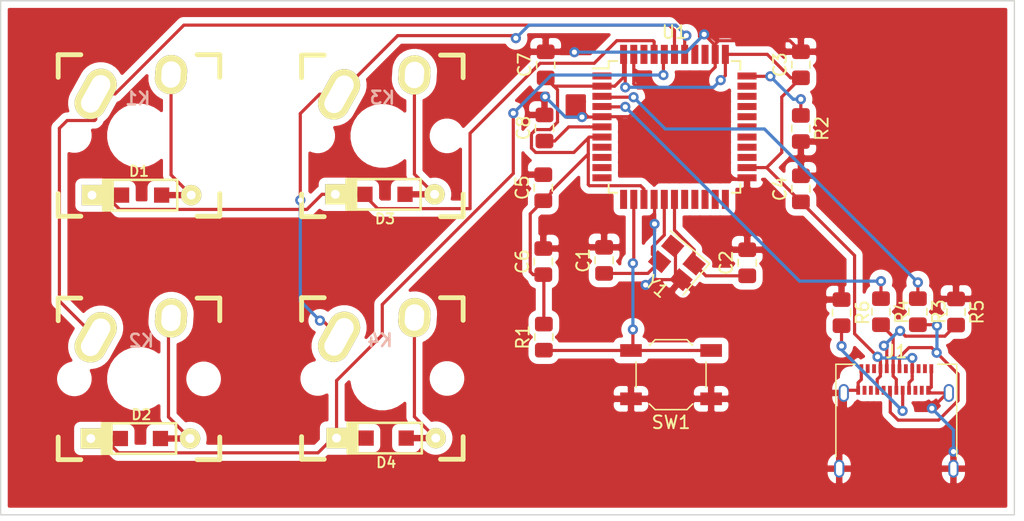
<source format=kicad_pcb>
(kicad_pcb (version 20171130) (host pcbnew 5.1.4)

  (general
    (thickness 1.6)
    (drawings 4)
    (tracks 290)
    (zones 0)
    (modules 26)
    (nets 46)
  )

  (page A4)
  (layers
    (0 F.Cu signal)
    (31 B.Cu signal)
    (32 B.Adhes user)
    (33 F.Adhes user)
    (34 B.Paste user)
    (35 F.Paste user)
    (36 B.SilkS user)
    (37 F.SilkS user)
    (38 B.Mask user)
    (39 F.Mask user)
    (40 Dwgs.User user)
    (41 Cmts.User user)
    (42 Eco1.User user)
    (43 Eco2.User user)
    (44 Edge.Cuts user)
    (45 Margin user)
    (46 B.CrtYd user)
    (47 F.CrtYd user)
    (48 B.Fab user)
    (49 F.Fab user)
  )

  (setup
    (last_trace_width 0.25)
    (trace_clearance 0.2)
    (zone_clearance 0.508)
    (zone_45_only no)
    (trace_min 0.2)
    (via_size 0.8)
    (via_drill 0.4)
    (via_min_size 0.4)
    (via_min_drill 0.3)
    (uvia_size 0.3)
    (uvia_drill 0.1)
    (uvias_allowed no)
    (uvia_min_size 0.2)
    (uvia_min_drill 0.1)
    (edge_width 0.05)
    (segment_width 0.2)
    (pcb_text_width 0.3)
    (pcb_text_size 1.5 1.5)
    (mod_edge_width 0.12)
    (mod_text_size 1 1)
    (mod_text_width 0.15)
    (pad_size 1.524 1.524)
    (pad_drill 0.762)
    (pad_to_mask_clearance 0.051)
    (solder_mask_min_width 0.25)
    (aux_axis_origin 0 0)
    (visible_elements 7FFFFFFF)
    (pcbplotparams
      (layerselection 0x010fc_ffffffff)
      (usegerberextensions true)
      (usegerberattributes false)
      (usegerberadvancedattributes false)
      (creategerberjobfile false)
      (excludeedgelayer true)
      (linewidth 0.100000)
      (plotframeref false)
      (viasonmask false)
      (mode 1)
      (useauxorigin false)
      (hpglpennumber 1)
      (hpglpenspeed 20)
      (hpglpendiameter 15.000000)
      (psnegative false)
      (psa4output false)
      (plotreference true)
      (plotvalue true)
      (plotinvisibletext false)
      (padsonsilk false)
      (subtractmaskfromsilk false)
      (outputformat 1)
      (mirror false)
      (drillshape 0)
      (scaleselection 1)
      (outputdirectory "/home/dylan/Projects/Kicad/project_board/"))
  )

  (net 0 "")
  (net 1 "Net-(C1-Pad1)")
  (net 2 "Net-(C2-Pad1)")
  (net 3 VCC)
  (net 4 "Net-(C8-Pad1)")
  (net 5 "Net-(D1-Pad2)")
  (net 6 /row0)
  (net 7 "Net-(D2-Pad2)")
  (net 8 /row1)
  (net 9 "Net-(D3-Pad2)")
  (net 10 "Net-(D4-Pad2)")
  (net 11 "Net-(J1-PadA5)")
  (net 12 "Net-(J1-PadA6)")
  (net 13 "Net-(J1-PadA7)")
  (net 14 "Net-(J1-PadA8)")
  (net 15 "Net-(J1-PadB5)")
  (net 16 "Net-(J1-PadB8)")
  (net 17 /col0)
  (net 18 /col1)
  (net 19 "Net-(R1-Pad1)")
  (net 20 "Net-(R2-Pad1)")
  (net 21 "Net-(R3-Pad1)")
  (net 22 "Net-(R4-Pad1)")
  (net 23 "Net-(U1-Pad1)")
  (net 24 "Net-(U1-Pad8)")
  (net 25 "Net-(U1-Pad9)")
  (net 26 "Net-(U1-Pad10)")
  (net 27 "Net-(U1-Pad11)")
  (net 28 "Net-(U1-Pad12)")
  (net 29 "Net-(U1-Pad18)")
  (net 30 "Net-(U1-Pad19)")
  (net 31 "Net-(U1-Pad20)")
  (net 32 "Net-(U1-Pad21)")
  (net 33 "Net-(U1-Pad22)")
  (net 34 "Net-(U1-Pad25)")
  (net 35 "Net-(U1-Pad26)")
  (net 36 "Net-(U1-Pad27)")
  (net 37 "Net-(U1-Pad28)")
  (net 38 "Net-(U1-Pad29)")
  (net 39 "Net-(U1-Pad30)")
  (net 40 "Net-(U1-Pad31)")
  (net 41 "Net-(U1-Pad32)")
  (net 42 "Net-(U1-Pad36)")
  (net 43 "Net-(U1-Pad37)")
  (net 44 "Net-(U1-Pad42)")
  (net 45 GND)

  (net_class Default "This is the default net class."
    (clearance 0.2)
    (trace_width 0.25)
    (via_dia 0.8)
    (via_drill 0.4)
    (uvia_dia 0.3)
    (uvia_drill 0.1)
    (add_net /col0)
    (add_net /col1)
    (add_net /row0)
    (add_net /row1)
    (add_net GND)
    (add_net "Net-(C1-Pad1)")
    (add_net "Net-(C2-Pad1)")
    (add_net "Net-(C8-Pad1)")
    (add_net "Net-(D1-Pad2)")
    (add_net "Net-(D2-Pad2)")
    (add_net "Net-(D3-Pad2)")
    (add_net "Net-(D4-Pad2)")
    (add_net "Net-(J1-PadA5)")
    (add_net "Net-(J1-PadA6)")
    (add_net "Net-(J1-PadA7)")
    (add_net "Net-(J1-PadA8)")
    (add_net "Net-(J1-PadB5)")
    (add_net "Net-(J1-PadB8)")
    (add_net "Net-(R1-Pad1)")
    (add_net "Net-(R2-Pad1)")
    (add_net "Net-(R3-Pad1)")
    (add_net "Net-(R4-Pad1)")
    (add_net "Net-(U1-Pad1)")
    (add_net "Net-(U1-Pad10)")
    (add_net "Net-(U1-Pad11)")
    (add_net "Net-(U1-Pad12)")
    (add_net "Net-(U1-Pad18)")
    (add_net "Net-(U1-Pad19)")
    (add_net "Net-(U1-Pad20)")
    (add_net "Net-(U1-Pad21)")
    (add_net "Net-(U1-Pad22)")
    (add_net "Net-(U1-Pad25)")
    (add_net "Net-(U1-Pad26)")
    (add_net "Net-(U1-Pad27)")
    (add_net "Net-(U1-Pad28)")
    (add_net "Net-(U1-Pad29)")
    (add_net "Net-(U1-Pad30)")
    (add_net "Net-(U1-Pad31)")
    (add_net "Net-(U1-Pad32)")
    (add_net "Net-(U1-Pad36)")
    (add_net "Net-(U1-Pad37)")
    (add_net "Net-(U1-Pad42)")
    (add_net "Net-(U1-Pad8)")
    (add_net "Net-(U1-Pad9)")
    (add_net VCC)
  )

  (module Package_QFP:TQFP-44_10x10mm_P0.8mm (layer F.Cu) (tedit 5A02F146) (tstamp 5D5FAF13)
    (at 139.96875 88.47375)
    (descr "44-Lead Plastic Thin Quad Flatpack (PT) - 10x10x1.0 mm Body [TQFP] (see Microchip Packaging Specification 00000049BS.pdf)")
    (tags "QFP 0.8")
    (path /5D5F6E7C)
    (attr smd)
    (fp_text reference U1 (at 0 -7.45) (layer F.SilkS)
      (effects (font (size 1 1) (thickness 0.15)))
    )
    (fp_text value ATmega32U4-AU (at 0 7.45) (layer F.Fab)
      (effects (font (size 1 1) (thickness 0.15)))
    )
    (fp_line (start -5.175 -4.6) (end -6.45 -4.6) (layer F.SilkS) (width 0.15))
    (fp_line (start 5.175 -5.175) (end 4.5 -5.175) (layer F.SilkS) (width 0.15))
    (fp_line (start 5.175 5.175) (end 4.5 5.175) (layer F.SilkS) (width 0.15))
    (fp_line (start -5.175 5.175) (end -4.5 5.175) (layer F.SilkS) (width 0.15))
    (fp_line (start -5.175 -5.175) (end -4.5 -5.175) (layer F.SilkS) (width 0.15))
    (fp_line (start -5.175 5.175) (end -5.175 4.5) (layer F.SilkS) (width 0.15))
    (fp_line (start 5.175 5.175) (end 5.175 4.5) (layer F.SilkS) (width 0.15))
    (fp_line (start 5.175 -5.175) (end 5.175 -4.5) (layer F.SilkS) (width 0.15))
    (fp_line (start -5.175 -5.175) (end -5.175 -4.6) (layer F.SilkS) (width 0.15))
    (fp_line (start -6.7 6.7) (end 6.7 6.7) (layer F.CrtYd) (width 0.05))
    (fp_line (start -6.7 -6.7) (end 6.7 -6.7) (layer F.CrtYd) (width 0.05))
    (fp_line (start 6.7 -6.7) (end 6.7 6.7) (layer F.CrtYd) (width 0.05))
    (fp_line (start -6.7 -6.7) (end -6.7 6.7) (layer F.CrtYd) (width 0.05))
    (fp_line (start -5 -4) (end -4 -5) (layer F.Fab) (width 0.15))
    (fp_line (start -5 5) (end -5 -4) (layer F.Fab) (width 0.15))
    (fp_line (start 5 5) (end -5 5) (layer F.Fab) (width 0.15))
    (fp_line (start 5 -5) (end 5 5) (layer F.Fab) (width 0.15))
    (fp_line (start -4 -5) (end 5 -5) (layer F.Fab) (width 0.15))
    (fp_text user %R (at -0.011251 0.024999) (layer F.Fab)
      (effects (font (size 1 1) (thickness 0.15)))
    )
    (pad 44 smd rect (at -4 -5.7 90) (size 1.5 0.55) (layers F.Cu F.Paste F.Mask)
      (net 3 VCC))
    (pad 43 smd rect (at -3.2 -5.7 90) (size 1.5 0.55) (layers F.Cu F.Paste F.Mask)
      (net 45 GND))
    (pad 42 smd rect (at -2.4 -5.7 90) (size 1.5 0.55) (layers F.Cu F.Paste F.Mask)
      (net 44 "Net-(U1-Pad42)"))
    (pad 41 smd rect (at -1.6 -5.7 90) (size 1.5 0.55) (layers F.Cu F.Paste F.Mask)
      (net 6 /row0))
    (pad 40 smd rect (at -0.8 -5.7 90) (size 1.5 0.55) (layers F.Cu F.Paste F.Mask)
      (net 8 /row1))
    (pad 39 smd rect (at 0 -5.7 90) (size 1.5 0.55) (layers F.Cu F.Paste F.Mask)
      (net 17 /col0))
    (pad 38 smd rect (at 0.8 -5.7 90) (size 1.5 0.55) (layers F.Cu F.Paste F.Mask)
      (net 18 /col1))
    (pad 37 smd rect (at 1.6 -5.7 90) (size 1.5 0.55) (layers F.Cu F.Paste F.Mask)
      (net 43 "Net-(U1-Pad37)"))
    (pad 36 smd rect (at 2.4 -5.7 90) (size 1.5 0.55) (layers F.Cu F.Paste F.Mask)
      (net 42 "Net-(U1-Pad36)"))
    (pad 35 smd rect (at 3.2 -5.7 90) (size 1.5 0.55) (layers F.Cu F.Paste F.Mask)
      (net 45 GND))
    (pad 34 smd rect (at 4 -5.7 90) (size 1.5 0.55) (layers F.Cu F.Paste F.Mask)
      (net 3 VCC))
    (pad 33 smd rect (at 5.7 -4) (size 1.5 0.55) (layers F.Cu F.Paste F.Mask)
      (net 20 "Net-(R2-Pad1)"))
    (pad 32 smd rect (at 5.7 -3.2) (size 1.5 0.55) (layers F.Cu F.Paste F.Mask)
      (net 41 "Net-(U1-Pad32)"))
    (pad 31 smd rect (at 5.7 -2.4) (size 1.5 0.55) (layers F.Cu F.Paste F.Mask)
      (net 40 "Net-(U1-Pad31)"))
    (pad 30 smd rect (at 5.7 -1.6) (size 1.5 0.55) (layers F.Cu F.Paste F.Mask)
      (net 39 "Net-(U1-Pad30)"))
    (pad 29 smd rect (at 5.7 -0.8) (size 1.5 0.55) (layers F.Cu F.Paste F.Mask)
      (net 38 "Net-(U1-Pad29)"))
    (pad 28 smd rect (at 5.7 0) (size 1.5 0.55) (layers F.Cu F.Paste F.Mask)
      (net 37 "Net-(U1-Pad28)"))
    (pad 27 smd rect (at 5.7 0.8) (size 1.5 0.55) (layers F.Cu F.Paste F.Mask)
      (net 36 "Net-(U1-Pad27)"))
    (pad 26 smd rect (at 5.7 1.6) (size 1.5 0.55) (layers F.Cu F.Paste F.Mask)
      (net 35 "Net-(U1-Pad26)"))
    (pad 25 smd rect (at 5.7 2.4) (size 1.5 0.55) (layers F.Cu F.Paste F.Mask)
      (net 34 "Net-(U1-Pad25)"))
    (pad 24 smd rect (at 5.7 3.2) (size 1.5 0.55) (layers F.Cu F.Paste F.Mask)
      (net 3 VCC))
    (pad 23 smd rect (at 5.7 4) (size 1.5 0.55) (layers F.Cu F.Paste F.Mask)
      (net 45 GND))
    (pad 22 smd rect (at 4 5.7 90) (size 1.5 0.55) (layers F.Cu F.Paste F.Mask)
      (net 33 "Net-(U1-Pad22)"))
    (pad 21 smd rect (at 3.2 5.7 90) (size 1.5 0.55) (layers F.Cu F.Paste F.Mask)
      (net 32 "Net-(U1-Pad21)"))
    (pad 20 smd rect (at 2.4 5.7 90) (size 1.5 0.55) (layers F.Cu F.Paste F.Mask)
      (net 31 "Net-(U1-Pad20)"))
    (pad 19 smd rect (at 1.6 5.7 90) (size 1.5 0.55) (layers F.Cu F.Paste F.Mask)
      (net 30 "Net-(U1-Pad19)"))
    (pad 18 smd rect (at 0.8 5.7 90) (size 1.5 0.55) (layers F.Cu F.Paste F.Mask)
      (net 29 "Net-(U1-Pad18)"))
    (pad 17 smd rect (at 0 5.7 90) (size 1.5 0.55) (layers F.Cu F.Paste F.Mask)
      (net 2 "Net-(C2-Pad1)"))
    (pad 16 smd rect (at -0.8 5.7 90) (size 1.5 0.55) (layers F.Cu F.Paste F.Mask)
      (net 1 "Net-(C1-Pad1)"))
    (pad 15 smd rect (at -1.6 5.7 90) (size 1.5 0.55) (layers F.Cu F.Paste F.Mask)
      (net 45 GND))
    (pad 14 smd rect (at -2.4 5.7 90) (size 1.5 0.55) (layers F.Cu F.Paste F.Mask)
      (net 3 VCC))
    (pad 13 smd rect (at -3.2 5.7 90) (size 1.5 0.55) (layers F.Cu F.Paste F.Mask)
      (net 19 "Net-(R1-Pad1)"))
    (pad 12 smd rect (at -4 5.7 90) (size 1.5 0.55) (layers F.Cu F.Paste F.Mask)
      (net 28 "Net-(U1-Pad12)"))
    (pad 11 smd rect (at -5.7 4) (size 1.5 0.55) (layers F.Cu F.Paste F.Mask)
      (net 27 "Net-(U1-Pad11)"))
    (pad 10 smd rect (at -5.7 3.2) (size 1.5 0.55) (layers F.Cu F.Paste F.Mask)
      (net 26 "Net-(U1-Pad10)"))
    (pad 9 smd rect (at -5.7 2.4) (size 1.5 0.55) (layers F.Cu F.Paste F.Mask)
      (net 25 "Net-(U1-Pad9)"))
    (pad 8 smd rect (at -5.7 1.6) (size 1.5 0.55) (layers F.Cu F.Paste F.Mask)
      (net 24 "Net-(U1-Pad8)"))
    (pad 7 smd rect (at -5.7 0.8) (size 1.5 0.55) (layers F.Cu F.Paste F.Mask)
      (net 3 VCC))
    (pad 6 smd rect (at -5.7 0) (size 1.5 0.55) (layers F.Cu F.Paste F.Mask)
      (net 4 "Net-(C8-Pad1)"))
    (pad 5 smd rect (at -5.7 -0.8) (size 1.5 0.55) (layers F.Cu F.Paste F.Mask)
      (net 45 GND))
    (pad 4 smd rect (at -5.7 -1.6) (size 1.5 0.55) (layers F.Cu F.Paste F.Mask)
      (net 22 "Net-(R4-Pad1)"))
    (pad 3 smd rect (at -5.7 -2.4) (size 1.5 0.55) (layers F.Cu F.Paste F.Mask)
      (net 21 "Net-(R3-Pad1)"))
    (pad 2 smd rect (at -5.7 -3.2) (size 1.5 0.55) (layers F.Cu F.Paste F.Mask)
      (net 3 VCC))
    (pad 1 smd rect (at -5.7 -4) (size 1.5 0.55) (layers F.Cu F.Paste F.Mask)
      (net 23 "Net-(U1-Pad1)"))
    (model ${KISYS3DMOD}/Package_QFP.3dshapes/TQFP-44_10x10mm_P0.8mm.wrl
      (at (xyz 0 0 0))
      (scale (xyz 1 1 1))
      (rotate (xyz 0 0 0))
    )
  )

  (module Capacitor_SMD:C_0805_2012Metric_Pad1.15x1.40mm_HandSolder locked (layer F.Cu) (tedit 5B36C52B) (tstamp 5D5FACAE)
    (at 134.4375 98.9675 90)
    (descr "Capacitor SMD 0805 (2012 Metric), square (rectangular) end terminal, IPC_7351 nominal with elongated pad for handsoldering. (Body size source: https://docs.google.com/spreadsheets/d/1BsfQQcO9C6DZCsRaXUlFlo91Tg2WpOkGARC1WS5S8t0/edit?usp=sharing), generated with kicad-footprint-generator")
    (tags "capacitor handsolder")
    (path /5D5EDCFE)
    (attr smd)
    (fp_text reference C1 (at 0 -1.65 90) (layer F.SilkS)
      (effects (font (size 1 1) (thickness 0.15)))
    )
    (fp_text value 22p (at 0 1.65 90) (layer F.Fab)
      (effects (font (size 1 1) (thickness 0.15)))
    )
    (fp_line (start -1 0.6) (end -1 -0.6) (layer F.Fab) (width 0.1))
    (fp_line (start -1 -0.6) (end 1 -0.6) (layer F.Fab) (width 0.1))
    (fp_line (start 1 -0.6) (end 1 0.6) (layer F.Fab) (width 0.1))
    (fp_line (start 1 0.6) (end -1 0.6) (layer F.Fab) (width 0.1))
    (fp_line (start -0.261252 -0.71) (end 0.261252 -0.71) (layer F.SilkS) (width 0.12))
    (fp_line (start -0.261252 0.71) (end 0.261252 0.71) (layer F.SilkS) (width 0.12))
    (fp_line (start -1.85 0.95) (end -1.85 -0.95) (layer F.CrtYd) (width 0.05))
    (fp_line (start -1.85 -0.95) (end 1.85 -0.95) (layer F.CrtYd) (width 0.05))
    (fp_line (start 1.85 -0.95) (end 1.85 0.95) (layer F.CrtYd) (width 0.05))
    (fp_line (start 1.85 0.95) (end -1.85 0.95) (layer F.CrtYd) (width 0.05))
    (fp_text user %R (at 0 0 90) (layer F.Fab)
      (effects (font (size 0.5 0.5) (thickness 0.08)))
    )
    (pad 1 smd roundrect (at -1.025 0 90) (size 1.15 1.4) (layers F.Cu F.Paste F.Mask) (roundrect_rratio 0.217391)
      (net 1 "Net-(C1-Pad1)"))
    (pad 2 smd roundrect (at 1.025 0 90) (size 1.15 1.4) (layers F.Cu F.Paste F.Mask) (roundrect_rratio 0.217391)
      (net 45 GND))
    (model ${KISYS3DMOD}/Capacitor_SMD.3dshapes/C_0805_2012Metric.wrl
      (at (xyz 0 0 0))
      (scale (xyz 1 1 1))
      (rotate (xyz 0 0 0))
    )
  )

  (module Capacitor_SMD:C_0805_2012Metric_Pad1.15x1.40mm_HandSolder (layer F.Cu) (tedit 5B36C52B) (tstamp 5D5FACBF)
    (at 145.6875 99.155 90)
    (descr "Capacitor SMD 0805 (2012 Metric), square (rectangular) end terminal, IPC_7351 nominal with elongated pad for handsoldering. (Body size source: https://docs.google.com/spreadsheets/d/1BsfQQcO9C6DZCsRaXUlFlo91Tg2WpOkGARC1WS5S8t0/edit?usp=sharing), generated with kicad-footprint-generator")
    (tags "capacitor handsolder")
    (path /5D5EF187)
    (attr smd)
    (fp_text reference C2 (at 0 -1.65 90) (layer F.SilkS)
      (effects (font (size 1 1) (thickness 0.15)))
    )
    (fp_text value 22p (at 0 1.65 90) (layer F.Fab)
      (effects (font (size 1 1) (thickness 0.15)))
    )
    (fp_text user %R (at 0 0 90) (layer F.Fab)
      (effects (font (size 0.5 0.5) (thickness 0.08)))
    )
    (fp_line (start 1.85 0.95) (end -1.85 0.95) (layer F.CrtYd) (width 0.05))
    (fp_line (start 1.85 -0.95) (end 1.85 0.95) (layer F.CrtYd) (width 0.05))
    (fp_line (start -1.85 -0.95) (end 1.85 -0.95) (layer F.CrtYd) (width 0.05))
    (fp_line (start -1.85 0.95) (end -1.85 -0.95) (layer F.CrtYd) (width 0.05))
    (fp_line (start -0.261252 0.71) (end 0.261252 0.71) (layer F.SilkS) (width 0.12))
    (fp_line (start -0.261252 -0.71) (end 0.261252 -0.71) (layer F.SilkS) (width 0.12))
    (fp_line (start 1 0.6) (end -1 0.6) (layer F.Fab) (width 0.1))
    (fp_line (start 1 -0.6) (end 1 0.6) (layer F.Fab) (width 0.1))
    (fp_line (start -1 -0.6) (end 1 -0.6) (layer F.Fab) (width 0.1))
    (fp_line (start -1 0.6) (end -1 -0.6) (layer F.Fab) (width 0.1))
    (pad 2 smd roundrect (at 1.025 0 90) (size 1.15 1.4) (layers F.Cu F.Paste F.Mask) (roundrect_rratio 0.217391)
      (net 45 GND))
    (pad 1 smd roundrect (at -1.025 0 90) (size 1.15 1.4) (layers F.Cu F.Paste F.Mask) (roundrect_rratio 0.217391)
      (net 2 "Net-(C2-Pad1)"))
    (model ${KISYS3DMOD}/Capacitor_SMD.3dshapes/C_0805_2012Metric.wrl
      (at (xyz 0 0 0))
      (scale (xyz 1 1 1))
      (rotate (xyz 0 0 0))
    )
  )

  (module Capacitor_SMD:C_0805_2012Metric_Pad1.15x1.40mm_HandSolder (layer F.Cu) (tedit 5B36C52B) (tstamp 5D5FACD0)
    (at 149.90625 83.5925 90)
    (descr "Capacitor SMD 0805 (2012 Metric), square (rectangular) end terminal, IPC_7351 nominal with elongated pad for handsoldering. (Body size source: https://docs.google.com/spreadsheets/d/1BsfQQcO9C6DZCsRaXUlFlo91Tg2WpOkGARC1WS5S8t0/edit?usp=sharing), generated with kicad-footprint-generator")
    (tags "capacitor handsolder")
    (path /5D5F18DB)
    (attr smd)
    (fp_text reference C3 (at 0 -1.65 90) (layer F.SilkS)
      (effects (font (size 1 1) (thickness 0.15)))
    )
    (fp_text value 0.1u (at 0 1.65 90) (layer F.Fab)
      (effects (font (size 1 1) (thickness 0.15)))
    )
    (fp_line (start -1 0.6) (end -1 -0.6) (layer F.Fab) (width 0.1))
    (fp_line (start -1 -0.6) (end 1 -0.6) (layer F.Fab) (width 0.1))
    (fp_line (start 1 -0.6) (end 1 0.6) (layer F.Fab) (width 0.1))
    (fp_line (start 1 0.6) (end -1 0.6) (layer F.Fab) (width 0.1))
    (fp_line (start -0.261252 -0.71) (end 0.261252 -0.71) (layer F.SilkS) (width 0.12))
    (fp_line (start -0.261252 0.71) (end 0.261252 0.71) (layer F.SilkS) (width 0.12))
    (fp_line (start -1.85 0.95) (end -1.85 -0.95) (layer F.CrtYd) (width 0.05))
    (fp_line (start -1.85 -0.95) (end 1.85 -0.95) (layer F.CrtYd) (width 0.05))
    (fp_line (start 1.85 -0.95) (end 1.85 0.95) (layer F.CrtYd) (width 0.05))
    (fp_line (start 1.85 0.95) (end -1.85 0.95) (layer F.CrtYd) (width 0.05))
    (fp_text user %R (at 0 0 90) (layer F.Fab)
      (effects (font (size 0.5 0.5) (thickness 0.08)))
    )
    (pad 1 smd roundrect (at -1.025 0 90) (size 1.15 1.4) (layers F.Cu F.Paste F.Mask) (roundrect_rratio 0.217391)
      (net 3 VCC))
    (pad 2 smd roundrect (at 1.025 0 90) (size 1.15 1.4) (layers F.Cu F.Paste F.Mask) (roundrect_rratio 0.217391)
      (net 45 GND))
    (model ${KISYS3DMOD}/Capacitor_SMD.3dshapes/C_0805_2012Metric.wrl
      (at (xyz 0 0 0))
      (scale (xyz 1 1 1))
      (rotate (xyz 0 0 0))
    )
  )

  (module Capacitor_SMD:C_0805_2012Metric_Pad1.15x1.40mm_HandSolder (layer F.Cu) (tedit 5B36C52B) (tstamp 5D5FACE1)
    (at 149.90625 93.3425 90)
    (descr "Capacitor SMD 0805 (2012 Metric), square (rectangular) end terminal, IPC_7351 nominal with elongated pad for handsoldering. (Body size source: https://docs.google.com/spreadsheets/d/1BsfQQcO9C6DZCsRaXUlFlo91Tg2WpOkGARC1WS5S8t0/edit?usp=sharing), generated with kicad-footprint-generator")
    (tags "capacitor handsolder")
    (path /5D5F318F)
    (attr smd)
    (fp_text reference C4 (at 0 -1.65 90) (layer F.SilkS)
      (effects (font (size 1 1) (thickness 0.15)))
    )
    (fp_text value 0.1u (at 0 1.65 90) (layer F.Fab)
      (effects (font (size 1 1) (thickness 0.15)))
    )
    (fp_line (start -1 0.6) (end -1 -0.6) (layer F.Fab) (width 0.1))
    (fp_line (start -1 -0.6) (end 1 -0.6) (layer F.Fab) (width 0.1))
    (fp_line (start 1 -0.6) (end 1 0.6) (layer F.Fab) (width 0.1))
    (fp_line (start 1 0.6) (end -1 0.6) (layer F.Fab) (width 0.1))
    (fp_line (start -0.261252 -0.71) (end 0.261252 -0.71) (layer F.SilkS) (width 0.12))
    (fp_line (start -0.261252 0.71) (end 0.261252 0.71) (layer F.SilkS) (width 0.12))
    (fp_line (start -1.85 0.95) (end -1.85 -0.95) (layer F.CrtYd) (width 0.05))
    (fp_line (start -1.85 -0.95) (end 1.85 -0.95) (layer F.CrtYd) (width 0.05))
    (fp_line (start 1.85 -0.95) (end 1.85 0.95) (layer F.CrtYd) (width 0.05))
    (fp_line (start 1.85 0.95) (end -1.85 0.95) (layer F.CrtYd) (width 0.05))
    (fp_text user %R (at 0 0 90) (layer F.Fab)
      (effects (font (size 0.5 0.5) (thickness 0.08)))
    )
    (pad 1 smd roundrect (at -1.025 0 90) (size 1.15 1.4) (layers F.Cu F.Paste F.Mask) (roundrect_rratio 0.217391)
      (net 3 VCC))
    (pad 2 smd roundrect (at 1.025 0 90) (size 1.15 1.4) (layers F.Cu F.Paste F.Mask) (roundrect_rratio 0.217391)
      (net 45 GND))
    (model ${KISYS3DMOD}/Capacitor_SMD.3dshapes/C_0805_2012Metric.wrl
      (at (xyz 0 0 0))
      (scale (xyz 1 1 1))
      (rotate (xyz 0 0 0))
    )
  )

  (module Capacitor_SMD:C_0805_2012Metric_Pad1.15x1.40mm_HandSolder (layer F.Cu) (tedit 5B36C52B) (tstamp 5D5FACF2)
    (at 129.65625 93.255 90)
    (descr "Capacitor SMD 0805 (2012 Metric), square (rectangular) end terminal, IPC_7351 nominal with elongated pad for handsoldering. (Body size source: https://docs.google.com/spreadsheets/d/1BsfQQcO9C6DZCsRaXUlFlo91Tg2WpOkGARC1WS5S8t0/edit?usp=sharing), generated with kicad-footprint-generator")
    (tags "capacitor handsolder")
    (path /5D5F270B)
    (attr smd)
    (fp_text reference C5 (at 0 -1.65 90) (layer F.SilkS)
      (effects (font (size 1 1) (thickness 0.15)))
    )
    (fp_text value 0.1u (at 0 1.65 90) (layer F.Fab)
      (effects (font (size 1 1) (thickness 0.15)))
    )
    (fp_text user %R (at 0 0 90) (layer F.Fab)
      (effects (font (size 0.5 0.5) (thickness 0.08)))
    )
    (fp_line (start 1.85 0.95) (end -1.85 0.95) (layer F.CrtYd) (width 0.05))
    (fp_line (start 1.85 -0.95) (end 1.85 0.95) (layer F.CrtYd) (width 0.05))
    (fp_line (start -1.85 -0.95) (end 1.85 -0.95) (layer F.CrtYd) (width 0.05))
    (fp_line (start -1.85 0.95) (end -1.85 -0.95) (layer F.CrtYd) (width 0.05))
    (fp_line (start -0.261252 0.71) (end 0.261252 0.71) (layer F.SilkS) (width 0.12))
    (fp_line (start -0.261252 -0.71) (end 0.261252 -0.71) (layer F.SilkS) (width 0.12))
    (fp_line (start 1 0.6) (end -1 0.6) (layer F.Fab) (width 0.1))
    (fp_line (start 1 -0.6) (end 1 0.6) (layer F.Fab) (width 0.1))
    (fp_line (start -1 -0.6) (end 1 -0.6) (layer F.Fab) (width 0.1))
    (fp_line (start -1 0.6) (end -1 -0.6) (layer F.Fab) (width 0.1))
    (pad 2 smd roundrect (at 1.025 0 90) (size 1.15 1.4) (layers F.Cu F.Paste F.Mask) (roundrect_rratio 0.217391)
      (net 45 GND))
    (pad 1 smd roundrect (at -1.025 0 90) (size 1.15 1.4) (layers F.Cu F.Paste F.Mask) (roundrect_rratio 0.217391)
      (net 3 VCC))
    (model ${KISYS3DMOD}/Capacitor_SMD.3dshapes/C_0805_2012Metric.wrl
      (at (xyz 0 0 0))
      (scale (xyz 1 1 1))
      (rotate (xyz 0 0 0))
    )
  )

  (module Capacitor_SMD:C_0805_2012Metric_Pad1.15x1.40mm_HandSolder (layer F.Cu) (tedit 5B36C52B) (tstamp 5D5FAD03)
    (at 129.65625 99.06125 90)
    (descr "Capacitor SMD 0805 (2012 Metric), square (rectangular) end terminal, IPC_7351 nominal with elongated pad for handsoldering. (Body size source: https://docs.google.com/spreadsheets/d/1BsfQQcO9C6DZCsRaXUlFlo91Tg2WpOkGARC1WS5S8t0/edit?usp=sharing), generated with kicad-footprint-generator")
    (tags "capacitor handsolder")
    (path /5D5F4165)
    (attr smd)
    (fp_text reference C6 (at 0 -1.65 90) (layer F.SilkS)
      (effects (font (size 1 1) (thickness 0.15)))
    )
    (fp_text value 0.1u (at 0 1.65 90) (layer F.Fab)
      (effects (font (size 1 1) (thickness 0.15)))
    )
    (fp_line (start -1 0.6) (end -1 -0.6) (layer F.Fab) (width 0.1))
    (fp_line (start -1 -0.6) (end 1 -0.6) (layer F.Fab) (width 0.1))
    (fp_line (start 1 -0.6) (end 1 0.6) (layer F.Fab) (width 0.1))
    (fp_line (start 1 0.6) (end -1 0.6) (layer F.Fab) (width 0.1))
    (fp_line (start -0.261252 -0.71) (end 0.261252 -0.71) (layer F.SilkS) (width 0.12))
    (fp_line (start -0.261252 0.71) (end 0.261252 0.71) (layer F.SilkS) (width 0.12))
    (fp_line (start -1.85 0.95) (end -1.85 -0.95) (layer F.CrtYd) (width 0.05))
    (fp_line (start -1.85 -0.95) (end 1.85 -0.95) (layer F.CrtYd) (width 0.05))
    (fp_line (start 1.85 -0.95) (end 1.85 0.95) (layer F.CrtYd) (width 0.05))
    (fp_line (start 1.85 0.95) (end -1.85 0.95) (layer F.CrtYd) (width 0.05))
    (fp_text user %R (at 0 0 90) (layer F.Fab)
      (effects (font (size 0.5 0.5) (thickness 0.08)))
    )
    (pad 1 smd roundrect (at -1.025 0 90) (size 1.15 1.4) (layers F.Cu F.Paste F.Mask) (roundrect_rratio 0.217391)
      (net 3 VCC))
    (pad 2 smd roundrect (at 1.025 0 90) (size 1.15 1.4) (layers F.Cu F.Paste F.Mask) (roundrect_rratio 0.217391)
      (net 45 GND))
    (model ${KISYS3DMOD}/Capacitor_SMD.3dshapes/C_0805_2012Metric.wrl
      (at (xyz 0 0 0))
      (scale (xyz 1 1 1))
      (rotate (xyz 0 0 0))
    )
  )

  (module Capacitor_SMD:C_0805_2012Metric_Pad1.15x1.40mm_HandSolder (layer F.Cu) (tedit 5B36C52B) (tstamp 5D603A7A)
    (at 129.84375 83.59875 90)
    (descr "Capacitor SMD 0805 (2012 Metric), square (rectangular) end terminal, IPC_7351 nominal with elongated pad for handsoldering. (Body size source: https://docs.google.com/spreadsheets/d/1BsfQQcO9C6DZCsRaXUlFlo91Tg2WpOkGARC1WS5S8t0/edit?usp=sharing), generated with kicad-footprint-generator")
    (tags "capacitor handsolder")
    (path /5D5F3D36)
    (attr smd)
    (fp_text reference C7 (at 0 -1.65 90) (layer F.SilkS)
      (effects (font (size 1 1) (thickness 0.15)))
    )
    (fp_text value 4.7u (at 0 1.65 90) (layer F.Fab)
      (effects (font (size 1 1) (thickness 0.15)))
    )
    (fp_text user %R (at 0 0 90) (layer F.Fab)
      (effects (font (size 0.5 0.5) (thickness 0.08)))
    )
    (fp_line (start 1.85 0.95) (end -1.85 0.95) (layer F.CrtYd) (width 0.05))
    (fp_line (start 1.85 -0.95) (end 1.85 0.95) (layer F.CrtYd) (width 0.05))
    (fp_line (start -1.85 -0.95) (end 1.85 -0.95) (layer F.CrtYd) (width 0.05))
    (fp_line (start -1.85 0.95) (end -1.85 -0.95) (layer F.CrtYd) (width 0.05))
    (fp_line (start -0.261252 0.71) (end 0.261252 0.71) (layer F.SilkS) (width 0.12))
    (fp_line (start -0.261252 -0.71) (end 0.261252 -0.71) (layer F.SilkS) (width 0.12))
    (fp_line (start 1 0.6) (end -1 0.6) (layer F.Fab) (width 0.1))
    (fp_line (start 1 -0.6) (end 1 0.6) (layer F.Fab) (width 0.1))
    (fp_line (start -1 -0.6) (end 1 -0.6) (layer F.Fab) (width 0.1))
    (fp_line (start -1 0.6) (end -1 -0.6) (layer F.Fab) (width 0.1))
    (pad 2 smd roundrect (at 1.025 0 90) (size 1.15 1.4) (layers F.Cu F.Paste F.Mask) (roundrect_rratio 0.217391)
      (net 45 GND))
    (pad 1 smd roundrect (at -1.025 0 90) (size 1.15 1.4) (layers F.Cu F.Paste F.Mask) (roundrect_rratio 0.217391)
      (net 3 VCC))
    (model ${KISYS3DMOD}/Capacitor_SMD.3dshapes/C_0805_2012Metric.wrl
      (at (xyz 0 0 0))
      (scale (xyz 1 1 1))
      (rotate (xyz 0 0 0))
    )
  )

  (module Capacitor_SMD:C_0805_2012Metric_Pad1.15x1.40mm_HandSolder (layer F.Cu) (tedit 5B36C52B) (tstamp 5D5FAD25)
    (at 129.75 88.56125 90)
    (descr "Capacitor SMD 0805 (2012 Metric), square (rectangular) end terminal, IPC_7351 nominal with elongated pad for handsoldering. (Body size source: https://docs.google.com/spreadsheets/d/1BsfQQcO9C6DZCsRaXUlFlo91Tg2WpOkGARC1WS5S8t0/edit?usp=sharing), generated with kicad-footprint-generator")
    (tags "capacitor handsolder")
    (path /5D72011D)
    (attr smd)
    (fp_text reference C8 (at 0 -1.65 90) (layer F.SilkS)
      (effects (font (size 1 1) (thickness 0.15)))
    )
    (fp_text value 1u (at 0 1.65 90) (layer F.Fab)
      (effects (font (size 1 1) (thickness 0.15)))
    )
    (fp_text user %R (at 0 0 90) (layer F.Fab)
      (effects (font (size 0.5 0.5) (thickness 0.08)))
    )
    (fp_line (start 1.85 0.95) (end -1.85 0.95) (layer F.CrtYd) (width 0.05))
    (fp_line (start 1.85 -0.95) (end 1.85 0.95) (layer F.CrtYd) (width 0.05))
    (fp_line (start -1.85 -0.95) (end 1.85 -0.95) (layer F.CrtYd) (width 0.05))
    (fp_line (start -1.85 0.95) (end -1.85 -0.95) (layer F.CrtYd) (width 0.05))
    (fp_line (start -0.261252 0.71) (end 0.261252 0.71) (layer F.SilkS) (width 0.12))
    (fp_line (start -0.261252 -0.71) (end 0.261252 -0.71) (layer F.SilkS) (width 0.12))
    (fp_line (start 1 0.6) (end -1 0.6) (layer F.Fab) (width 0.1))
    (fp_line (start 1 -0.6) (end 1 0.6) (layer F.Fab) (width 0.1))
    (fp_line (start -1 -0.6) (end 1 -0.6) (layer F.Fab) (width 0.1))
    (fp_line (start -1 0.6) (end -1 -0.6) (layer F.Fab) (width 0.1))
    (pad 2 smd roundrect (at 1.025 0 90) (size 1.15 1.4) (layers F.Cu F.Paste F.Mask) (roundrect_rratio 0.217391)
      (net 45 GND))
    (pad 1 smd roundrect (at -1.025 0 90) (size 1.15 1.4) (layers F.Cu F.Paste F.Mask) (roundrect_rratio 0.217391)
      (net 4 "Net-(C8-Pad1)"))
    (model ${KISYS3DMOD}/Capacitor_SMD.3dshapes/C_0805_2012Metric.wrl
      (at (xyz 0 0 0))
      (scale (xyz 1 1 1))
      (rotate (xyz 0 0 0))
    )
  )

  (module keyboard_parts:D_SOD123_axial (layer F.Cu) (tedit 561B6A12) (tstamp 5D604A1E)
    (at 98.08125 93.8375)
    (path /5D7761EF)
    (attr smd)
    (fp_text reference D1 (at -0.20625 -1.875) (layer F.SilkS)
      (effects (font (size 0.8 0.8) (thickness 0.15)))
    )
    (fp_text value D (at 0 -1.925) (layer F.SilkS) hide
      (effects (font (size 0.8 0.8) (thickness 0.15)))
    )
    (fp_line (start 2.8 1.2) (end -3 1.2) (layer F.SilkS) (width 0.2))
    (fp_line (start 2.8 -1.2) (end 2.8 1.2) (layer F.SilkS) (width 0.2))
    (fp_line (start -3 -1.2) (end 2.8 -1.2) (layer F.SilkS) (width 0.2))
    (fp_line (start -2.925 -1.2) (end -2.925 1.2) (layer F.SilkS) (width 0.2))
    (fp_line (start -2.8 -1.2) (end -2.8 1.2) (layer F.SilkS) (width 0.2))
    (fp_line (start -3.025 1.2) (end -3.025 -1.2) (layer F.SilkS) (width 0.2))
    (fp_line (start -2.625 -1.2) (end -2.625 1.2) (layer F.SilkS) (width 0.2))
    (fp_line (start -2.45 -1.2) (end -2.45 1.2) (layer F.SilkS) (width 0.2))
    (fp_line (start -2.275 -1.2) (end -2.275 1.2) (layer F.SilkS) (width 0.2))
    (pad 2 smd rect (at 2.7 0) (size 2.5 0.5) (layers F.Cu)
      (net 5 "Net-(D1-Pad2)") (solder_mask_margin -999))
    (pad 1 smd rect (at -2.7 0) (size 2.5 0.5) (layers F.Cu)
      (net 6 /row0) (solder_mask_margin -999))
    (pad 2 thru_hole circle (at 3.9 0) (size 1.6 1.6) (drill 0.7) (layers *.Cu *.Mask F.SilkS)
      (net 5 "Net-(D1-Pad2)"))
    (pad 1 thru_hole rect (at -3.9 0) (size 1.6 1.6) (drill 0.7) (layers *.Cu *.Mask F.SilkS)
      (net 6 /row0))
    (pad 1 smd rect (at -1.575 0) (size 1.2 1.2) (layers F.Cu F.Paste F.Mask)
      (net 6 /row0))
    (pad 2 smd rect (at 1.575 0) (size 1.2 1.2) (layers F.Cu F.Paste F.Mask)
      (net 5 "Net-(D1-Pad2)"))
  )

  (module keyboard_parts:D_SOD123_axial (layer F.Cu) (tedit 561B6A12) (tstamp 5D5FAD4B)
    (at 97.9875 112.96875)
    (path /5D7780AE)
    (attr smd)
    (fp_text reference D2 (at 0.075 -1.875) (layer F.SilkS)
      (effects (font (size 0.8 0.8) (thickness 0.15)))
    )
    (fp_text value D (at 0 -1.925) (layer F.SilkS) hide
      (effects (font (size 0.8 0.8) (thickness 0.15)))
    )
    (fp_line (start 2.8 1.2) (end -3 1.2) (layer F.SilkS) (width 0.2))
    (fp_line (start 2.8 -1.2) (end 2.8 1.2) (layer F.SilkS) (width 0.2))
    (fp_line (start -3 -1.2) (end 2.8 -1.2) (layer F.SilkS) (width 0.2))
    (fp_line (start -2.925 -1.2) (end -2.925 1.2) (layer F.SilkS) (width 0.2))
    (fp_line (start -2.8 -1.2) (end -2.8 1.2) (layer F.SilkS) (width 0.2))
    (fp_line (start -3.025 1.2) (end -3.025 -1.2) (layer F.SilkS) (width 0.2))
    (fp_line (start -2.625 -1.2) (end -2.625 1.2) (layer F.SilkS) (width 0.2))
    (fp_line (start -2.45 -1.2) (end -2.45 1.2) (layer F.SilkS) (width 0.2))
    (fp_line (start -2.275 -1.2) (end -2.275 1.2) (layer F.SilkS) (width 0.2))
    (pad 2 smd rect (at 2.7 0) (size 2.5 0.5) (layers F.Cu)
      (net 7 "Net-(D2-Pad2)") (solder_mask_margin -999))
    (pad 1 smd rect (at -2.7 0) (size 2.5 0.5) (layers F.Cu)
      (net 8 /row1) (solder_mask_margin -999))
    (pad 2 thru_hole circle (at 3.9 0) (size 1.6 1.6) (drill 0.7) (layers *.Cu *.Mask F.SilkS)
      (net 7 "Net-(D2-Pad2)"))
    (pad 1 thru_hole rect (at -3.9 0) (size 1.6 1.6) (drill 0.7) (layers *.Cu *.Mask F.SilkS)
      (net 8 /row1))
    (pad 1 smd rect (at -1.575 0) (size 1.2 1.2) (layers F.Cu F.Paste F.Mask)
      (net 8 /row1))
    (pad 2 smd rect (at 1.575 0) (size 1.2 1.2) (layers F.Cu F.Paste F.Mask)
      (net 7 "Net-(D2-Pad2)"))
  )

  (module keyboard_parts:D_SOD123_axial (layer F.Cu) (tedit 561B6A12) (tstamp 5D5FAD5E)
    (at 117.2125 93.775)
    (path /5D777C8C)
    (attr smd)
    (fp_text reference D3 (at 0 1.925) (layer F.SilkS)
      (effects (font (size 0.8 0.8) (thickness 0.15)))
    )
    (fp_text value D (at 0 -1.925) (layer F.SilkS) hide
      (effects (font (size 0.8 0.8) (thickness 0.15)))
    )
    (fp_line (start -2.275 -1.2) (end -2.275 1.2) (layer F.SilkS) (width 0.2))
    (fp_line (start -2.45 -1.2) (end -2.45 1.2) (layer F.SilkS) (width 0.2))
    (fp_line (start -2.625 -1.2) (end -2.625 1.2) (layer F.SilkS) (width 0.2))
    (fp_line (start -3.025 1.2) (end -3.025 -1.2) (layer F.SilkS) (width 0.2))
    (fp_line (start -2.8 -1.2) (end -2.8 1.2) (layer F.SilkS) (width 0.2))
    (fp_line (start -2.925 -1.2) (end -2.925 1.2) (layer F.SilkS) (width 0.2))
    (fp_line (start -3 -1.2) (end 2.8 -1.2) (layer F.SilkS) (width 0.2))
    (fp_line (start 2.8 -1.2) (end 2.8 1.2) (layer F.SilkS) (width 0.2))
    (fp_line (start 2.8 1.2) (end -3 1.2) (layer F.SilkS) (width 0.2))
    (pad 2 smd rect (at 1.575 0) (size 1.2 1.2) (layers F.Cu F.Paste F.Mask)
      (net 9 "Net-(D3-Pad2)"))
    (pad 1 smd rect (at -1.575 0) (size 1.2 1.2) (layers F.Cu F.Paste F.Mask)
      (net 6 /row0))
    (pad 1 thru_hole rect (at -3.9 0) (size 1.6 1.6) (drill 0.7) (layers *.Cu *.Mask F.SilkS)
      (net 6 /row0))
    (pad 2 thru_hole circle (at 3.9 0) (size 1.6 1.6) (drill 0.7) (layers *.Cu *.Mask F.SilkS)
      (net 9 "Net-(D3-Pad2)"))
    (pad 1 smd rect (at -2.7 0) (size 2.5 0.5) (layers F.Cu)
      (net 6 /row0) (solder_mask_margin -999))
    (pad 2 smd rect (at 2.7 0) (size 2.5 0.5) (layers F.Cu)
      (net 9 "Net-(D3-Pad2)") (solder_mask_margin -999))
  )

  (module keyboard_parts:D_SOD123_axial (layer F.Cu) (tedit 561B6A12) (tstamp 5D604946)
    (at 117.30625 112.9375)
    (path /5D7787E9)
    (attr smd)
    (fp_text reference D4 (at 0 1.925) (layer F.SilkS)
      (effects (font (size 0.8 0.8) (thickness 0.15)))
    )
    (fp_text value D (at 0 -1.925) (layer F.SilkS) hide
      (effects (font (size 0.8 0.8) (thickness 0.15)))
    )
    (fp_line (start -2.275 -1.2) (end -2.275 1.2) (layer F.SilkS) (width 0.2))
    (fp_line (start -2.45 -1.2) (end -2.45 1.2) (layer F.SilkS) (width 0.2))
    (fp_line (start -2.625 -1.2) (end -2.625 1.2) (layer F.SilkS) (width 0.2))
    (fp_line (start -3.025 1.2) (end -3.025 -1.2) (layer F.SilkS) (width 0.2))
    (fp_line (start -2.8 -1.2) (end -2.8 1.2) (layer F.SilkS) (width 0.2))
    (fp_line (start -2.925 -1.2) (end -2.925 1.2) (layer F.SilkS) (width 0.2))
    (fp_line (start -3 -1.2) (end 2.8 -1.2) (layer F.SilkS) (width 0.2))
    (fp_line (start 2.8 -1.2) (end 2.8 1.2) (layer F.SilkS) (width 0.2))
    (fp_line (start 2.8 1.2) (end -3 1.2) (layer F.SilkS) (width 0.2))
    (pad 2 smd rect (at 1.575 0) (size 1.2 1.2) (layers F.Cu F.Paste F.Mask)
      (net 10 "Net-(D4-Pad2)"))
    (pad 1 smd rect (at -1.575 0) (size 1.2 1.2) (layers F.Cu F.Paste F.Mask)
      (net 8 /row1))
    (pad 1 thru_hole rect (at -3.9 0) (size 1.6 1.6) (drill 0.7) (layers *.Cu *.Mask F.SilkS)
      (net 8 /row1))
    (pad 2 thru_hole circle (at 3.9 0) (size 1.6 1.6) (drill 0.7) (layers *.Cu *.Mask F.SilkS)
      (net 10 "Net-(D4-Pad2)"))
    (pad 1 smd rect (at -2.7 0) (size 2.5 0.5) (layers F.Cu)
      (net 8 /row1) (solder_mask_margin -999))
    (pad 2 smd rect (at 2.7 0) (size 2.5 0.5) (layers F.Cu)
      (net 10 "Net-(D4-Pad2)") (solder_mask_margin -999))
  )

  (module Connector_USB:USB_C_Receptacle_Amphenol_12401610E4-2A (layer F.Cu) (tedit 5A142044) (tstamp 5D5FADA0)
    (at 157.40625 112.5)
    (descr "USB TYPE C, RA RCPT PCB, SMT, https://www.amphenolcanada.com/StockAvailabilityPrice.aspx?From=&PartNum=12401610E4%7e2A")
    (tags "USB C Type-C Receptacle SMD")
    (path /5D65131E)
    (attr smd)
    (fp_text reference J1 (at 0 -6.36) (layer F.SilkS)
      (effects (font (size 1 1) (thickness 0.15)))
    )
    (fp_text value USB_C_Receptacle_USB2.0 (at 0 6.14) (layer F.Fab)
      (effects (font (size 1 1) (thickness 0.15)))
    )
    (fp_text user %R (at 0 0) (layer F.Fab)
      (effects (font (size 1 1) (thickness 0.1)))
    )
    (fp_line (start -5.39 5.73) (end -5.39 -5.87) (layer F.CrtYd) (width 0.05))
    (fp_line (start 5.39 5.73) (end -5.39 5.73) (layer F.CrtYd) (width 0.05))
    (fp_line (start 5.39 -5.87) (end 5.39 5.73) (layer F.CrtYd) (width 0.05))
    (fp_line (start -5.39 -5.87) (end 5.39 -5.87) (layer F.CrtYd) (width 0.05))
    (fp_line (start 4.6 5.23) (end 4.6 -5.22) (layer F.Fab) (width 0.1))
    (fp_line (start -4.6 5.23) (end 4.6 5.23) (layer F.Fab) (width 0.1))
    (fp_line (start 3.25 -5.37) (end 4.75 -5.37) (layer F.SilkS) (width 0.12))
    (fp_line (start 4.75 -5.37) (end 4.75 1.89) (layer F.SilkS) (width 0.12))
    (fp_line (start -4.75 -5.37) (end -4.75 1.89) (layer F.SilkS) (width 0.12))
    (fp_line (start -4.75 -5.37) (end -3.25 -5.37) (layer F.SilkS) (width 0.12))
    (fp_line (start -4.6 -5.22) (end 4.6 -5.22) (layer F.Fab) (width 0.1))
    (fp_line (start -4.6 5.23) (end -4.6 -5.22) (layer F.Fab) (width 0.1))
    (pad S1 thru_hole oval (at -4.13 -3.11) (size 0.8 1.4) (drill oval 0.5 1.1) (layers *.Cu *.Mask)
      (net 45 GND))
    (pad A1 smd rect (at -2.75 -5.02) (size 0.3 0.7) (layers F.Cu F.Paste F.Mask)
      (net 45 GND))
    (pad A2 smd rect (at -2.25 -5.02) (size 0.3 0.7) (layers F.Cu F.Paste F.Mask))
    (pad A3 smd rect (at -1.75 -5.02) (size 0.3 0.7) (layers F.Cu F.Paste F.Mask))
    (pad A4 smd rect (at -1.25 -5.02) (size 0.3 0.7) (layers F.Cu F.Paste F.Mask)
      (net 3 VCC))
    (pad A5 smd rect (at -0.75 -5.02) (size 0.3 0.7) (layers F.Cu F.Paste F.Mask)
      (net 11 "Net-(J1-PadA5)"))
    (pad A6 smd rect (at -0.25 -5.02) (size 0.3 0.7) (layers F.Cu F.Paste F.Mask)
      (net 12 "Net-(J1-PadA6)"))
    (pad A7 smd rect (at 0.25 -5.02) (size 0.3 0.7) (layers F.Cu F.Paste F.Mask)
      (net 13 "Net-(J1-PadA7)"))
    (pad A12 smd rect (at 2.75 -5.02) (size 0.3 0.7) (layers F.Cu F.Paste F.Mask)
      (net 45 GND))
    (pad A10 smd rect (at 1.75 -5.02) (size 0.3 0.7) (layers F.Cu F.Paste F.Mask))
    (pad A9 smd rect (at 1.25 -5.02) (size 0.3 0.7) (layers F.Cu F.Paste F.Mask)
      (net 3 VCC))
    (pad A8 smd rect (at 0.75 -5.02) (size 0.3 0.7) (layers F.Cu F.Paste F.Mask)
      (net 14 "Net-(J1-PadA8)"))
    (pad A11 smd rect (at 2.25 -5.02) (size 0.3 0.7) (layers F.Cu F.Paste F.Mask))
    (pad B1 smd rect (at 2.5 -3.32) (size 0.3 0.7) (layers F.Cu F.Paste F.Mask)
      (net 45 GND))
    (pad S1 thru_hole oval (at 4.13 -3.11) (size 0.8 1.4) (drill oval 0.5 1.1) (layers *.Cu *.Mask)
      (net 45 GND))
    (pad S1 thru_hole oval (at 4.49 2.84) (size 0.8 1.4) (drill oval 0.5 1.1) (layers *.Cu *.Mask)
      (net 45 GND))
    (pad S1 thru_hole oval (at -4.49 2.84) (size 0.8 1.4) (drill oval 0.5 1.1) (layers *.Cu *.Mask)
      (net 45 GND))
    (pad "" np_thru_hole oval (at 3.6 -4.36) (size 0.95 0.65) (drill oval 0.95 0.65) (layers *.Cu *.Mask))
    (pad "" np_thru_hole circle (at -3.6 -4.36) (size 0.65 0.65) (drill 0.65) (layers *.Cu *.Mask))
    (pad B2 smd rect (at 2 -3.32) (size 0.3 0.7) (layers F.Cu F.Paste F.Mask))
    (pad B3 smd rect (at 1.5 -3.32) (size 0.3 0.7) (layers F.Cu F.Paste F.Mask))
    (pad B4 smd rect (at 1 -3.32) (size 0.3 0.7) (layers F.Cu F.Paste F.Mask)
      (net 3 VCC))
    (pad B5 smd rect (at 0.5 -3.32) (size 0.3 0.7) (layers F.Cu F.Paste F.Mask)
      (net 15 "Net-(J1-PadB5)"))
    (pad B6 smd rect (at 0 -3.32) (size 0.3 0.7) (layers F.Cu F.Paste F.Mask)
      (net 12 "Net-(J1-PadA6)"))
    (pad B7 smd rect (at -0.5 -3.32) (size 0.3 0.7) (layers F.Cu F.Paste F.Mask)
      (net 13 "Net-(J1-PadA7)"))
    (pad B8 smd rect (at -1 -3.32) (size 0.3 0.7) (layers F.Cu F.Paste F.Mask)
      (net 16 "Net-(J1-PadB8)"))
    (pad B9 smd rect (at -1.5 -3.32) (size 0.3 0.7) (layers F.Cu F.Paste F.Mask)
      (net 3 VCC))
    (pad B10 smd rect (at -2 -3.32) (size 0.3 0.7) (layers F.Cu F.Paste F.Mask))
    (pad B11 smd rect (at -2.5 -3.32) (size 0.3 0.7) (layers F.Cu F.Paste F.Mask))
    (pad B12 smd rect (at -3 -3.32) (size 0.3 0.7) (layers F.Cu F.Paste F.Mask)
      (net 45 GND))
    (model ${KISYS3DMOD}/Connector_USB.3dshapes/USB_C_Receptacle_Amphenol_12401610E4-2A.wrl
      (at (xyz 0 0 0))
      (scale (xyz 1 1 1))
      (rotate (xyz 0 0 0))
    )
  )

  (module keebs:Mx_Alps_100 (layer F.Cu) (tedit 58057B75) (tstamp 5D604A66)
    (at 97.875 89.15)
    (descr MXALPS)
    (tags MXALPS)
    (path /5D764777)
    (fp_text reference K1 (at -0.09375 -2.90625) (layer B.SilkS)
      (effects (font (size 1 1) (thickness 0.2)) (justify mirror))
    )
    (fp_text value KEYSW (at 5.334 10.922) (layer B.SilkS) hide
      (effects (font (size 1.524 1.524) (thickness 0.3048)) (justify mirror))
    )
    (fp_line (start -7.62 7.62) (end -7.62 -7.62) (layer Dwgs.User) (width 0.3))
    (fp_line (start 7.62 7.62) (end -7.62 7.62) (layer Dwgs.User) (width 0.3))
    (fp_line (start 7.62 -7.62) (end 7.62 7.62) (layer Dwgs.User) (width 0.3))
    (fp_line (start -7.62 -7.62) (end 7.62 -7.62) (layer Dwgs.User) (width 0.3))
    (fp_line (start 7.75 -6.4) (end -7.75 -6.4) (layer Dwgs.User) (width 0.3))
    (fp_line (start 7.75 6.4) (end 7.75 -6.4) (layer Dwgs.User) (width 0.3))
    (fp_line (start -7.75 6.4) (end 7.75 6.4) (layer Dwgs.User) (width 0.3))
    (fp_line (start -7.75 6.4) (end -7.75 -6.4) (layer Dwgs.User) (width 0.3))
    (fp_line (start -6.985 6.985) (end -6.985 -6.985) (layer Eco2.User) (width 0.1524))
    (fp_line (start 6.985 6.985) (end -6.985 6.985) (layer Eco2.User) (width 0.1524))
    (fp_line (start 6.985 -6.985) (end 6.985 6.985) (layer Eco2.User) (width 0.1524))
    (fp_line (start -6.985 -6.985) (end 6.985 -6.985) (layer Eco2.User) (width 0.1524))
    (fp_line (start -6.35 -4.572) (end -6.35 -6.35) (layer F.SilkS) (width 0.381))
    (fp_line (start -6.35 6.35) (end -6.35 4.572) (layer F.SilkS) (width 0.381))
    (fp_line (start -4.572 6.35) (end -6.35 6.35) (layer F.SilkS) (width 0.381))
    (fp_line (start 6.35 6.35) (end 4.572 6.35) (layer F.SilkS) (width 0.381))
    (fp_line (start 6.35 4.572) (end 6.35 6.35) (layer F.SilkS) (width 0.381))
    (fp_line (start 6.35 -6.35) (end 6.35 -4.572) (layer F.SilkS) (width 0.381))
    (fp_line (start 4.572 -6.35) (end 6.35 -6.35) (layer F.SilkS) (width 0.381))
    (fp_line (start -6.35 -6.35) (end -4.572 -6.35) (layer F.SilkS) (width 0.381))
    (fp_line (start -9.398 9.398) (end -9.398 -9.398) (layer Dwgs.User) (width 0.1524))
    (fp_line (start 9.398 9.398) (end -9.398 9.398) (layer Dwgs.User) (width 0.1524))
    (fp_line (start 9.398 -9.398) (end 9.398 9.398) (layer Dwgs.User) (width 0.1524))
    (fp_line (start -9.398 -9.398) (end 9.398 -9.398) (layer Dwgs.User) (width 0.1524))
    (fp_line (start -6.35 6.35) (end -6.35 -6.35) (layer Cmts.User) (width 0.1524))
    (fp_line (start 6.35 6.35) (end -6.35 6.35) (layer Cmts.User) (width 0.1524))
    (fp_line (start 6.35 -6.35) (end 6.35 6.35) (layer Cmts.User) (width 0.1524))
    (fp_line (start -6.35 -6.35) (end 6.35 -6.35) (layer Cmts.User) (width 0.1524))
    (pad 2 thru_hole oval (at 2.52 -4.79 356.1) (size 2.5 3.08) (drill oval 1.5 2.08) (layers *.Cu *.Mask F.SilkS)
      (net 5 "Net-(D1-Pad2)"))
    (pad 1 thru_hole oval (at -3.405 -3.27 330.95) (size 2.5 4.17) (drill oval 1.5 3.17) (layers *.Cu *.Mask F.SilkS)
      (net 17 /col0))
    (pad HOLE np_thru_hole circle (at 5.08 0) (size 1.7018 1.7018) (drill 1.7018) (layers *.Cu))
    (pad HOLE np_thru_hole circle (at -5.08 0) (size 1.7018 1.7018) (drill 1.7018) (layers *.Cu))
    (pad HOLE np_thru_hole circle (at 0 0) (size 3.9878 3.9878) (drill 3.9878) (layers *.Cu))
  )

  (module keebs:Mx_Alps_100 (layer F.Cu) (tedit 58057B75) (tstamp 5D5FADEA)
    (at 97.875 108.28125)
    (descr MXALPS)
    (tags MXALPS)
    (path /5D764D4F)
    (fp_text reference K2 (at 0.1875 -3) (layer B.SilkS)
      (effects (font (size 1 1) (thickness 0.2)) (justify mirror))
    )
    (fp_text value KEYSW (at 5.334 10.922) (layer B.SilkS) hide
      (effects (font (size 1.524 1.524) (thickness 0.3048)) (justify mirror))
    )
    (fp_line (start -6.35 -6.35) (end 6.35 -6.35) (layer Cmts.User) (width 0.1524))
    (fp_line (start 6.35 -6.35) (end 6.35 6.35) (layer Cmts.User) (width 0.1524))
    (fp_line (start 6.35 6.35) (end -6.35 6.35) (layer Cmts.User) (width 0.1524))
    (fp_line (start -6.35 6.35) (end -6.35 -6.35) (layer Cmts.User) (width 0.1524))
    (fp_line (start -9.398 -9.398) (end 9.398 -9.398) (layer Dwgs.User) (width 0.1524))
    (fp_line (start 9.398 -9.398) (end 9.398 9.398) (layer Dwgs.User) (width 0.1524))
    (fp_line (start 9.398 9.398) (end -9.398 9.398) (layer Dwgs.User) (width 0.1524))
    (fp_line (start -9.398 9.398) (end -9.398 -9.398) (layer Dwgs.User) (width 0.1524))
    (fp_line (start -6.35 -6.35) (end -4.572 -6.35) (layer F.SilkS) (width 0.381))
    (fp_line (start 4.572 -6.35) (end 6.35 -6.35) (layer F.SilkS) (width 0.381))
    (fp_line (start 6.35 -6.35) (end 6.35 -4.572) (layer F.SilkS) (width 0.381))
    (fp_line (start 6.35 4.572) (end 6.35 6.35) (layer F.SilkS) (width 0.381))
    (fp_line (start 6.35 6.35) (end 4.572 6.35) (layer F.SilkS) (width 0.381))
    (fp_line (start -4.572 6.35) (end -6.35 6.35) (layer F.SilkS) (width 0.381))
    (fp_line (start -6.35 6.35) (end -6.35 4.572) (layer F.SilkS) (width 0.381))
    (fp_line (start -6.35 -4.572) (end -6.35 -6.35) (layer F.SilkS) (width 0.381))
    (fp_line (start -6.985 -6.985) (end 6.985 -6.985) (layer Eco2.User) (width 0.1524))
    (fp_line (start 6.985 -6.985) (end 6.985 6.985) (layer Eco2.User) (width 0.1524))
    (fp_line (start 6.985 6.985) (end -6.985 6.985) (layer Eco2.User) (width 0.1524))
    (fp_line (start -6.985 6.985) (end -6.985 -6.985) (layer Eco2.User) (width 0.1524))
    (fp_line (start -7.75 6.4) (end -7.75 -6.4) (layer Dwgs.User) (width 0.3))
    (fp_line (start -7.75 6.4) (end 7.75 6.4) (layer Dwgs.User) (width 0.3))
    (fp_line (start 7.75 6.4) (end 7.75 -6.4) (layer Dwgs.User) (width 0.3))
    (fp_line (start 7.75 -6.4) (end -7.75 -6.4) (layer Dwgs.User) (width 0.3))
    (fp_line (start -7.62 -7.62) (end 7.62 -7.62) (layer Dwgs.User) (width 0.3))
    (fp_line (start 7.62 -7.62) (end 7.62 7.62) (layer Dwgs.User) (width 0.3))
    (fp_line (start 7.62 7.62) (end -7.62 7.62) (layer Dwgs.User) (width 0.3))
    (fp_line (start -7.62 7.62) (end -7.62 -7.62) (layer Dwgs.User) (width 0.3))
    (pad HOLE np_thru_hole circle (at 0 0) (size 3.9878 3.9878) (drill 3.9878) (layers *.Cu))
    (pad HOLE np_thru_hole circle (at -5.08 0) (size 1.7018 1.7018) (drill 1.7018) (layers *.Cu))
    (pad HOLE np_thru_hole circle (at 5.08 0) (size 1.7018 1.7018) (drill 1.7018) (layers *.Cu))
    (pad 1 thru_hole oval (at -3.405 -3.27 330.95) (size 2.5 4.17) (drill oval 1.5 3.17) (layers *.Cu *.Mask F.SilkS)
      (net 17 /col0))
    (pad 2 thru_hole oval (at 2.52 -4.79 356.1) (size 2.5 3.08) (drill oval 1.5 2.08) (layers *.Cu *.Mask F.SilkS)
      (net 7 "Net-(D2-Pad2)"))
  )

  (module keebs:Mx_Alps_100 (layer F.Cu) (tedit 58057B75) (tstamp 5D5FAE0F)
    (at 117.00625 89.18125)
    (descr MXALPS)
    (tags MXALPS)
    (path /5D765292)
    (fp_text reference K3 (at 0 -3) (layer B.SilkS)
      (effects (font (size 1 1) (thickness 0.2)) (justify mirror))
    )
    (fp_text value KEYSW (at 5.334 10.922) (layer B.SilkS) hide
      (effects (font (size 1.524 1.524) (thickness 0.3048)) (justify mirror))
    )
    (fp_line (start -7.62 7.62) (end -7.62 -7.62) (layer Dwgs.User) (width 0.3))
    (fp_line (start 7.62 7.62) (end -7.62 7.62) (layer Dwgs.User) (width 0.3))
    (fp_line (start 7.62 -7.62) (end 7.62 7.62) (layer Dwgs.User) (width 0.3))
    (fp_line (start -7.62 -7.62) (end 7.62 -7.62) (layer Dwgs.User) (width 0.3))
    (fp_line (start 7.75 -6.4) (end -7.75 -6.4) (layer Dwgs.User) (width 0.3))
    (fp_line (start 7.75 6.4) (end 7.75 -6.4) (layer Dwgs.User) (width 0.3))
    (fp_line (start -7.75 6.4) (end 7.75 6.4) (layer Dwgs.User) (width 0.3))
    (fp_line (start -7.75 6.4) (end -7.75 -6.4) (layer Dwgs.User) (width 0.3))
    (fp_line (start -6.985 6.985) (end -6.985 -6.985) (layer Eco2.User) (width 0.1524))
    (fp_line (start 6.985 6.985) (end -6.985 6.985) (layer Eco2.User) (width 0.1524))
    (fp_line (start 6.985 -6.985) (end 6.985 6.985) (layer Eco2.User) (width 0.1524))
    (fp_line (start -6.985 -6.985) (end 6.985 -6.985) (layer Eco2.User) (width 0.1524))
    (fp_line (start -6.35 -4.572) (end -6.35 -6.35) (layer F.SilkS) (width 0.381))
    (fp_line (start -6.35 6.35) (end -6.35 4.572) (layer F.SilkS) (width 0.381))
    (fp_line (start -4.572 6.35) (end -6.35 6.35) (layer F.SilkS) (width 0.381))
    (fp_line (start 6.35 6.35) (end 4.572 6.35) (layer F.SilkS) (width 0.381))
    (fp_line (start 6.35 4.572) (end 6.35 6.35) (layer F.SilkS) (width 0.381))
    (fp_line (start 6.35 -6.35) (end 6.35 -4.572) (layer F.SilkS) (width 0.381))
    (fp_line (start 4.572 -6.35) (end 6.35 -6.35) (layer F.SilkS) (width 0.381))
    (fp_line (start -6.35 -6.35) (end -4.572 -6.35) (layer F.SilkS) (width 0.381))
    (fp_line (start -9.398 9.398) (end -9.398 -9.398) (layer Dwgs.User) (width 0.1524))
    (fp_line (start 9.398 9.398) (end -9.398 9.398) (layer Dwgs.User) (width 0.1524))
    (fp_line (start 9.398 -9.398) (end 9.398 9.398) (layer Dwgs.User) (width 0.1524))
    (fp_line (start -9.398 -9.398) (end 9.398 -9.398) (layer Dwgs.User) (width 0.1524))
    (fp_line (start -6.35 6.35) (end -6.35 -6.35) (layer Cmts.User) (width 0.1524))
    (fp_line (start 6.35 6.35) (end -6.35 6.35) (layer Cmts.User) (width 0.1524))
    (fp_line (start 6.35 -6.35) (end 6.35 6.35) (layer Cmts.User) (width 0.1524))
    (fp_line (start -6.35 -6.35) (end 6.35 -6.35) (layer Cmts.User) (width 0.1524))
    (pad 2 thru_hole oval (at 2.52 -4.79 356.1) (size 2.5 3.08) (drill oval 1.5 2.08) (layers *.Cu *.Mask F.SilkS)
      (net 9 "Net-(D3-Pad2)"))
    (pad 1 thru_hole oval (at -3.405 -3.27 330.95) (size 2.5 4.17) (drill oval 1.5 3.17) (layers *.Cu *.Mask F.SilkS)
      (net 18 /col1))
    (pad HOLE np_thru_hole circle (at 5.08 0) (size 1.7018 1.7018) (drill 1.7018) (layers *.Cu))
    (pad HOLE np_thru_hole circle (at -5.08 0) (size 1.7018 1.7018) (drill 1.7018) (layers *.Cu))
    (pad HOLE np_thru_hole circle (at 0 0) (size 3.9878 3.9878) (drill 3.9878) (layers *.Cu))
  )

  (module keebs:Mx_Alps_100 (layer F.Cu) (tedit 58057B75) (tstamp 5D6048DA)
    (at 117.00625 108.25)
    (descr MXALPS)
    (tags MXALPS)
    (path /5D765A75)
    (fp_text reference K4 (at -0.1875 -3) (layer B.SilkS)
      (effects (font (size 1 1) (thickness 0.2)) (justify mirror))
    )
    (fp_text value KEYSW (at 5.334 10.922) (layer B.SilkS) hide
      (effects (font (size 1.524 1.524) (thickness 0.3048)) (justify mirror))
    )
    (fp_line (start -6.35 -6.35) (end 6.35 -6.35) (layer Cmts.User) (width 0.1524))
    (fp_line (start 6.35 -6.35) (end 6.35 6.35) (layer Cmts.User) (width 0.1524))
    (fp_line (start 6.35 6.35) (end -6.35 6.35) (layer Cmts.User) (width 0.1524))
    (fp_line (start -6.35 6.35) (end -6.35 -6.35) (layer Cmts.User) (width 0.1524))
    (fp_line (start -9.398 -9.398) (end 9.398 -9.398) (layer Dwgs.User) (width 0.1524))
    (fp_line (start 9.398 -9.398) (end 9.398 9.398) (layer Dwgs.User) (width 0.1524))
    (fp_line (start 9.398 9.398) (end -9.398 9.398) (layer Dwgs.User) (width 0.1524))
    (fp_line (start -9.398 9.398) (end -9.398 -9.398) (layer Dwgs.User) (width 0.1524))
    (fp_line (start -6.35 -6.35) (end -4.572 -6.35) (layer F.SilkS) (width 0.381))
    (fp_line (start 4.572 -6.35) (end 6.35 -6.35) (layer F.SilkS) (width 0.381))
    (fp_line (start 6.35 -6.35) (end 6.35 -4.572) (layer F.SilkS) (width 0.381))
    (fp_line (start 6.35 4.572) (end 6.35 6.35) (layer F.SilkS) (width 0.381))
    (fp_line (start 6.35 6.35) (end 4.572 6.35) (layer F.SilkS) (width 0.381))
    (fp_line (start -4.572 6.35) (end -6.35 6.35) (layer F.SilkS) (width 0.381))
    (fp_line (start -6.35 6.35) (end -6.35 4.572) (layer F.SilkS) (width 0.381))
    (fp_line (start -6.35 -4.572) (end -6.35 -6.35) (layer F.SilkS) (width 0.381))
    (fp_line (start -6.985 -6.985) (end 6.985 -6.985) (layer Eco2.User) (width 0.1524))
    (fp_line (start 6.985 -6.985) (end 6.985 6.985) (layer Eco2.User) (width 0.1524))
    (fp_line (start 6.985 6.985) (end -6.985 6.985) (layer Eco2.User) (width 0.1524))
    (fp_line (start -6.985 6.985) (end -6.985 -6.985) (layer Eco2.User) (width 0.1524))
    (fp_line (start -7.75 6.4) (end -7.75 -6.4) (layer Dwgs.User) (width 0.3))
    (fp_line (start -7.75 6.4) (end 7.75 6.4) (layer Dwgs.User) (width 0.3))
    (fp_line (start 7.75 6.4) (end 7.75 -6.4) (layer Dwgs.User) (width 0.3))
    (fp_line (start 7.75 -6.4) (end -7.75 -6.4) (layer Dwgs.User) (width 0.3))
    (fp_line (start -7.62 -7.62) (end 7.62 -7.62) (layer Dwgs.User) (width 0.3))
    (fp_line (start 7.62 -7.62) (end 7.62 7.62) (layer Dwgs.User) (width 0.3))
    (fp_line (start 7.62 7.62) (end -7.62 7.62) (layer Dwgs.User) (width 0.3))
    (fp_line (start -7.62 7.62) (end -7.62 -7.62) (layer Dwgs.User) (width 0.3))
    (pad HOLE np_thru_hole circle (at 0 0) (size 3.9878 3.9878) (drill 3.9878) (layers *.Cu))
    (pad HOLE np_thru_hole circle (at -5.08 0) (size 1.7018 1.7018) (drill 1.7018) (layers *.Cu))
    (pad HOLE np_thru_hole circle (at 5.08 0) (size 1.7018 1.7018) (drill 1.7018) (layers *.Cu))
    (pad 1 thru_hole oval (at -3.405 -3.27 330.95) (size 2.5 4.17) (drill oval 1.5 3.17) (layers *.Cu *.Mask F.SilkS)
      (net 18 /col1))
    (pad 2 thru_hole oval (at 2.52 -4.79 356.1) (size 2.5 3.08) (drill oval 1.5 2.08) (layers *.Cu *.Mask F.SilkS)
      (net 10 "Net-(D4-Pad2)"))
  )

  (module Resistor_SMD:R_0805_2012Metric_Pad1.15x1.40mm_HandSolder (layer F.Cu) (tedit 5B36C52B) (tstamp 5D6030BE)
    (at 129.7 105 90)
    (descr "Resistor SMD 0805 (2012 Metric), square (rectangular) end terminal, IPC_7351 nominal with elongated pad for handsoldering. (Body size source: https://docs.google.com/spreadsheets/d/1BsfQQcO9C6DZCsRaXUlFlo91Tg2WpOkGARC1WS5S8t0/edit?usp=sharing), generated with kicad-footprint-generator")
    (tags "resistor handsolder")
    (path /5D602000)
    (attr smd)
    (fp_text reference R1 (at 0 -1.65 90) (layer F.SilkS)
      (effects (font (size 1 1) (thickness 0.15)))
    )
    (fp_text value 10k (at 0 1.65 90) (layer F.Fab)
      (effects (font (size 1 1) (thickness 0.15)))
    )
    (fp_line (start -1 0.6) (end -1 -0.6) (layer F.Fab) (width 0.1))
    (fp_line (start -1 -0.6) (end 1 -0.6) (layer F.Fab) (width 0.1))
    (fp_line (start 1 -0.6) (end 1 0.6) (layer F.Fab) (width 0.1))
    (fp_line (start 1 0.6) (end -1 0.6) (layer F.Fab) (width 0.1))
    (fp_line (start -0.261252 -0.71) (end 0.261252 -0.71) (layer F.SilkS) (width 0.12))
    (fp_line (start -0.261252 0.71) (end 0.261252 0.71) (layer F.SilkS) (width 0.12))
    (fp_line (start -1.85 0.95) (end -1.85 -0.95) (layer F.CrtYd) (width 0.05))
    (fp_line (start -1.85 -0.95) (end 1.85 -0.95) (layer F.CrtYd) (width 0.05))
    (fp_line (start 1.85 -0.95) (end 1.85 0.95) (layer F.CrtYd) (width 0.05))
    (fp_line (start 1.85 0.95) (end -1.85 0.95) (layer F.CrtYd) (width 0.05))
    (fp_text user %R (at 0 0 90) (layer F.Fab)
      (effects (font (size 0.5 0.5) (thickness 0.08)))
    )
    (pad 1 smd roundrect (at -1.025 0 90) (size 1.15 1.4) (layers F.Cu F.Paste F.Mask) (roundrect_rratio 0.217391)
      (net 19 "Net-(R1-Pad1)"))
    (pad 2 smd roundrect (at 1.025 0 90) (size 1.15 1.4) (layers F.Cu F.Paste F.Mask) (roundrect_rratio 0.217391)
      (net 3 VCC))
    (model ${KISYS3DMOD}/Resistor_SMD.3dshapes/R_0805_2012Metric.wrl
      (at (xyz 0 0 0))
      (scale (xyz 1 1 1))
      (rotate (xyz 0 0 0))
    )
  )

  (module Resistor_SMD:R_0805_2012Metric_Pad1.15x1.40mm_HandSolder (layer F.Cu) (tedit 5B36C52B) (tstamp 5D6035AD)
    (at 149.9 88.6 270)
    (descr "Resistor SMD 0805 (2012 Metric), square (rectangular) end terminal, IPC_7351 nominal with elongated pad for handsoldering. (Body size source: https://docs.google.com/spreadsheets/d/1BsfQQcO9C6DZCsRaXUlFlo91Tg2WpOkGARC1WS5S8t0/edit?usp=sharing), generated with kicad-footprint-generator")
    (tags "resistor handsolder")
    (path /5D697EAC)
    (attr smd)
    (fp_text reference R2 (at 0 -1.65 90) (layer F.SilkS)
      (effects (font (size 1 1) (thickness 0.15)))
    )
    (fp_text value 10k (at 0 1.65 90) (layer F.Fab)
      (effects (font (size 1 1) (thickness 0.15)))
    )
    (fp_text user %R (at 0 0 90) (layer F.Fab)
      (effects (font (size 0.5 0.5) (thickness 0.08)))
    )
    (fp_line (start 1.85 0.95) (end -1.85 0.95) (layer F.CrtYd) (width 0.05))
    (fp_line (start 1.85 -0.95) (end 1.85 0.95) (layer F.CrtYd) (width 0.05))
    (fp_line (start -1.85 -0.95) (end 1.85 -0.95) (layer F.CrtYd) (width 0.05))
    (fp_line (start -1.85 0.95) (end -1.85 -0.95) (layer F.CrtYd) (width 0.05))
    (fp_line (start -0.261252 0.71) (end 0.261252 0.71) (layer F.SilkS) (width 0.12))
    (fp_line (start -0.261252 -0.71) (end 0.261252 -0.71) (layer F.SilkS) (width 0.12))
    (fp_line (start 1 0.6) (end -1 0.6) (layer F.Fab) (width 0.1))
    (fp_line (start 1 -0.6) (end 1 0.6) (layer F.Fab) (width 0.1))
    (fp_line (start -1 -0.6) (end 1 -0.6) (layer F.Fab) (width 0.1))
    (fp_line (start -1 0.6) (end -1 -0.6) (layer F.Fab) (width 0.1))
    (pad 2 smd roundrect (at 1.025 0 270) (size 1.15 1.4) (layers F.Cu F.Paste F.Mask) (roundrect_rratio 0.217391)
      (net 45 GND))
    (pad 1 smd roundrect (at -1.025 0 270) (size 1.15 1.4) (layers F.Cu F.Paste F.Mask) (roundrect_rratio 0.217391)
      (net 20 "Net-(R2-Pad1)"))
    (model ${KISYS3DMOD}/Resistor_SMD.3dshapes/R_0805_2012Metric.wrl
      (at (xyz 0 0 0))
      (scale (xyz 1 1 1))
      (rotate (xyz 0 0 0))
    )
  )

  (module Resistor_SMD:R_0805_2012Metric_Pad1.15x1.40mm_HandSolder (layer F.Cu) (tedit 5B36C52B) (tstamp 5D6038C1)
    (at 159.1 103 270)
    (descr "Resistor SMD 0805 (2012 Metric), square (rectangular) end terminal, IPC_7351 nominal with elongated pad for handsoldering. (Body size source: https://docs.google.com/spreadsheets/d/1BsfQQcO9C6DZCsRaXUlFlo91Tg2WpOkGARC1WS5S8t0/edit?usp=sharing), generated with kicad-footprint-generator")
    (tags "resistor handsolder")
    (path /5D67A1A4)
    (attr smd)
    (fp_text reference R3 (at 0 -1.65 90) (layer F.SilkS)
      (effects (font (size 1 1) (thickness 0.15)))
    )
    (fp_text value 22 (at 0 1.65 90) (layer F.Fab)
      (effects (font (size 1 1) (thickness 0.15)))
    )
    (fp_text user %R (at 0 0 90) (layer F.Fab)
      (effects (font (size 0.5 0.5) (thickness 0.08)))
    )
    (fp_line (start 1.85 0.95) (end -1.85 0.95) (layer F.CrtYd) (width 0.05))
    (fp_line (start 1.85 -0.95) (end 1.85 0.95) (layer F.CrtYd) (width 0.05))
    (fp_line (start -1.85 -0.95) (end 1.85 -0.95) (layer F.CrtYd) (width 0.05))
    (fp_line (start -1.85 0.95) (end -1.85 -0.95) (layer F.CrtYd) (width 0.05))
    (fp_line (start -0.261252 0.71) (end 0.261252 0.71) (layer F.SilkS) (width 0.12))
    (fp_line (start -0.261252 -0.71) (end 0.261252 -0.71) (layer F.SilkS) (width 0.12))
    (fp_line (start 1 0.6) (end -1 0.6) (layer F.Fab) (width 0.1))
    (fp_line (start 1 -0.6) (end 1 0.6) (layer F.Fab) (width 0.1))
    (fp_line (start -1 -0.6) (end 1 -0.6) (layer F.Fab) (width 0.1))
    (fp_line (start -1 0.6) (end -1 -0.6) (layer F.Fab) (width 0.1))
    (pad 2 smd roundrect (at 1.025 0 270) (size 1.15 1.4) (layers F.Cu F.Paste F.Mask) (roundrect_rratio 0.217391)
      (net 13 "Net-(J1-PadA7)"))
    (pad 1 smd roundrect (at -1.025 0 270) (size 1.15 1.4) (layers F.Cu F.Paste F.Mask) (roundrect_rratio 0.217391)
      (net 21 "Net-(R3-Pad1)"))
    (model ${KISYS3DMOD}/Resistor_SMD.3dshapes/R_0805_2012Metric.wrl
      (at (xyz 0 0 0))
      (scale (xyz 1 1 1))
      (rotate (xyz 0 0 0))
    )
  )

  (module Resistor_SMD:R_0805_2012Metric_Pad1.15x1.40mm_HandSolder (layer F.Cu) (tedit 5B36C52B) (tstamp 5D603912)
    (at 156.2 103 270)
    (descr "Resistor SMD 0805 (2012 Metric), square (rectangular) end terminal, IPC_7351 nominal with elongated pad for handsoldering. (Body size source: https://docs.google.com/spreadsheets/d/1BsfQQcO9C6DZCsRaXUlFlo91Tg2WpOkGARC1WS5S8t0/edit?usp=sharing), generated with kicad-footprint-generator")
    (tags "resistor handsolder")
    (path /5D67AA38)
    (attr smd)
    (fp_text reference R4 (at 0 -1.65 90) (layer F.SilkS)
      (effects (font (size 1 1) (thickness 0.15)))
    )
    (fp_text value 22 (at 0 1.65 90) (layer F.Fab)
      (effects (font (size 1 1) (thickness 0.15)))
    )
    (fp_line (start -1 0.6) (end -1 -0.6) (layer F.Fab) (width 0.1))
    (fp_line (start -1 -0.6) (end 1 -0.6) (layer F.Fab) (width 0.1))
    (fp_line (start 1 -0.6) (end 1 0.6) (layer F.Fab) (width 0.1))
    (fp_line (start 1 0.6) (end -1 0.6) (layer F.Fab) (width 0.1))
    (fp_line (start -0.261252 -0.71) (end 0.261252 -0.71) (layer F.SilkS) (width 0.12))
    (fp_line (start -0.261252 0.71) (end 0.261252 0.71) (layer F.SilkS) (width 0.12))
    (fp_line (start -1.85 0.95) (end -1.85 -0.95) (layer F.CrtYd) (width 0.05))
    (fp_line (start -1.85 -0.95) (end 1.85 -0.95) (layer F.CrtYd) (width 0.05))
    (fp_line (start 1.85 -0.95) (end 1.85 0.95) (layer F.CrtYd) (width 0.05))
    (fp_line (start 1.85 0.95) (end -1.85 0.95) (layer F.CrtYd) (width 0.05))
    (fp_text user %R (at 0 0 90) (layer F.Fab)
      (effects (font (size 0.5 0.5) (thickness 0.08)))
    )
    (pad 1 smd roundrect (at -1.025 0 270) (size 1.15 1.4) (layers F.Cu F.Paste F.Mask) (roundrect_rratio 0.217391)
      (net 22 "Net-(R4-Pad1)"))
    (pad 2 smd roundrect (at 1.025 0 270) (size 1.15 1.4) (layers F.Cu F.Paste F.Mask) (roundrect_rratio 0.217391)
      (net 12 "Net-(J1-PadA6)"))
    (model ${KISYS3DMOD}/Resistor_SMD.3dshapes/R_0805_2012Metric.wrl
      (at (xyz 0 0 0))
      (scale (xyz 1 1 1))
      (rotate (xyz 0 0 0))
    )
  )

  (module Resistor_SMD:R_0805_2012Metric_Pad1.15x1.40mm_HandSolder (layer F.Cu) (tedit 5B36C52B) (tstamp 5D5FAE89)
    (at 162.1 103.025 270)
    (descr "Resistor SMD 0805 (2012 Metric), square (rectangular) end terminal, IPC_7351 nominal with elongated pad for handsoldering. (Body size source: https://docs.google.com/spreadsheets/d/1BsfQQcO9C6DZCsRaXUlFlo91Tg2WpOkGARC1WS5S8t0/edit?usp=sharing), generated with kicad-footprint-generator")
    (tags "resistor handsolder")
    (path /5D68D218)
    (attr smd)
    (fp_text reference R5 (at 0 -1.65 90) (layer F.SilkS)
      (effects (font (size 1 1) (thickness 0.15)))
    )
    (fp_text value 5.1k (at 0 1.65 90) (layer F.Fab)
      (effects (font (size 1 1) (thickness 0.15)))
    )
    (fp_text user %R (at 0 0 90) (layer F.Fab)
      (effects (font (size 0.5 0.5) (thickness 0.08)))
    )
    (fp_line (start 1.85 0.95) (end -1.85 0.95) (layer F.CrtYd) (width 0.05))
    (fp_line (start 1.85 -0.95) (end 1.85 0.95) (layer F.CrtYd) (width 0.05))
    (fp_line (start -1.85 -0.95) (end 1.85 -0.95) (layer F.CrtYd) (width 0.05))
    (fp_line (start -1.85 0.95) (end -1.85 -0.95) (layer F.CrtYd) (width 0.05))
    (fp_line (start -0.261252 0.71) (end 0.261252 0.71) (layer F.SilkS) (width 0.12))
    (fp_line (start -0.261252 -0.71) (end 0.261252 -0.71) (layer F.SilkS) (width 0.12))
    (fp_line (start 1 0.6) (end -1 0.6) (layer F.Fab) (width 0.1))
    (fp_line (start 1 -0.6) (end 1 0.6) (layer F.Fab) (width 0.1))
    (fp_line (start -1 -0.6) (end 1 -0.6) (layer F.Fab) (width 0.1))
    (fp_line (start -1 0.6) (end -1 -0.6) (layer F.Fab) (width 0.1))
    (pad 2 smd roundrect (at 1.025 0 270) (size 1.15 1.4) (layers F.Cu F.Paste F.Mask) (roundrect_rratio 0.217391)
      (net 11 "Net-(J1-PadA5)"))
    (pad 1 smd roundrect (at -1.025 0 270) (size 1.15 1.4) (layers F.Cu F.Paste F.Mask) (roundrect_rratio 0.217391)
      (net 45 GND))
    (model ${KISYS3DMOD}/Resistor_SMD.3dshapes/R_0805_2012Metric.wrl
      (at (xyz 0 0 0))
      (scale (xyz 1 1 1))
      (rotate (xyz 0 0 0))
    )
  )

  (module Resistor_SMD:R_0805_2012Metric_Pad1.15x1.40mm_HandSolder (layer F.Cu) (tedit 5B36C52B) (tstamp 5D6039EA)
    (at 153.1 103.075 270)
    (descr "Resistor SMD 0805 (2012 Metric), square (rectangular) end terminal, IPC_7351 nominal with elongated pad for handsoldering. (Body size source: https://docs.google.com/spreadsheets/d/1BsfQQcO9C6DZCsRaXUlFlo91Tg2WpOkGARC1WS5S8t0/edit?usp=sharing), generated with kicad-footprint-generator")
    (tags "resistor handsolder")
    (path /5D68DA87)
    (attr smd)
    (fp_text reference R6 (at 0 -1.65 90) (layer F.SilkS)
      (effects (font (size 1 1) (thickness 0.15)))
    )
    (fp_text value 5.1k (at 0 1.65 90) (layer F.Fab)
      (effects (font (size 1 1) (thickness 0.15)))
    )
    (fp_line (start -1 0.6) (end -1 -0.6) (layer F.Fab) (width 0.1))
    (fp_line (start -1 -0.6) (end 1 -0.6) (layer F.Fab) (width 0.1))
    (fp_line (start 1 -0.6) (end 1 0.6) (layer F.Fab) (width 0.1))
    (fp_line (start 1 0.6) (end -1 0.6) (layer F.Fab) (width 0.1))
    (fp_line (start -0.261252 -0.71) (end 0.261252 -0.71) (layer F.SilkS) (width 0.12))
    (fp_line (start -0.261252 0.71) (end 0.261252 0.71) (layer F.SilkS) (width 0.12))
    (fp_line (start -1.85 0.95) (end -1.85 -0.95) (layer F.CrtYd) (width 0.05))
    (fp_line (start -1.85 -0.95) (end 1.85 -0.95) (layer F.CrtYd) (width 0.05))
    (fp_line (start 1.85 -0.95) (end 1.85 0.95) (layer F.CrtYd) (width 0.05))
    (fp_line (start 1.85 0.95) (end -1.85 0.95) (layer F.CrtYd) (width 0.05))
    (fp_text user %R (at 0 0 90) (layer F.Fab)
      (effects (font (size 0.5 0.5) (thickness 0.08)))
    )
    (pad 1 smd roundrect (at -1.025 0 270) (size 1.15 1.4) (layers F.Cu F.Paste F.Mask) (roundrect_rratio 0.217391)
      (net 45 GND))
    (pad 2 smd roundrect (at 1.025 0 270) (size 1.15 1.4) (layers F.Cu F.Paste F.Mask) (roundrect_rratio 0.217391)
      (net 15 "Net-(J1-PadB5)"))
    (model ${KISYS3DMOD}/Resistor_SMD.3dshapes/R_0805_2012Metric.wrl
      (at (xyz 0 0 0))
      (scale (xyz 1 1 1))
      (rotate (xyz 0 0 0))
    )
  )

  (module Button_Switch_SMD:SW_SPST_TL3342 (layer F.Cu) (tedit 5A02FC95) (tstamp 5D5FAED0)
    (at 139.7 107.95 180)
    (descr "Low-profile SMD Tactile Switch, https://www.e-switch.com/system/asset/product_line/data_sheet/165/TL3342.pdf")
    (tags "SPST Tactile Switch")
    (path /5D600DF2)
    (attr smd)
    (fp_text reference SW1 (at 0 -3.75) (layer F.SilkS)
      (effects (font (size 1 1) (thickness 0.15)))
    )
    (fp_text value SW_PUSH (at 0 3.75) (layer F.Fab)
      (effects (font (size 1 1) (thickness 0.15)))
    )
    (fp_text user %R (at 0 -3.75) (layer F.Fab)
      (effects (font (size 1 1) (thickness 0.15)))
    )
    (fp_line (start 3.2 2.1) (end 3.2 1.6) (layer F.Fab) (width 0.1))
    (fp_line (start 3.2 -2.1) (end 3.2 -1.6) (layer F.Fab) (width 0.1))
    (fp_line (start -3.2 2.1) (end -3.2 1.6) (layer F.Fab) (width 0.1))
    (fp_line (start -3.2 -2.1) (end -3.2 -1.6) (layer F.Fab) (width 0.1))
    (fp_line (start 2.7 -2.1) (end 2.7 -1.6) (layer F.Fab) (width 0.1))
    (fp_line (start 1.7 -2.1) (end 3.2 -2.1) (layer F.Fab) (width 0.1))
    (fp_line (start 3.2 -1.6) (end 2.2 -1.6) (layer F.Fab) (width 0.1))
    (fp_line (start -2.7 -2.1) (end -2.7 -1.6) (layer F.Fab) (width 0.1))
    (fp_line (start -1.7 -2.1) (end -3.2 -2.1) (layer F.Fab) (width 0.1))
    (fp_line (start -3.2 -1.6) (end -2.2 -1.6) (layer F.Fab) (width 0.1))
    (fp_line (start -2.7 2.1) (end -2.7 1.6) (layer F.Fab) (width 0.1))
    (fp_line (start -3.2 1.6) (end -2.2 1.6) (layer F.Fab) (width 0.1))
    (fp_line (start -1.7 2.1) (end -3.2 2.1) (layer F.Fab) (width 0.1))
    (fp_line (start 1.7 2.1) (end 3.2 2.1) (layer F.Fab) (width 0.1))
    (fp_line (start 2.7 2.1) (end 2.7 1.6) (layer F.Fab) (width 0.1))
    (fp_line (start 3.2 1.6) (end 2.2 1.6) (layer F.Fab) (width 0.1))
    (fp_line (start -1.7 2.3) (end -1.25 2.75) (layer F.SilkS) (width 0.12))
    (fp_line (start 1.7 2.3) (end 1.25 2.75) (layer F.SilkS) (width 0.12))
    (fp_line (start 1.7 -2.3) (end 1.25 -2.75) (layer F.SilkS) (width 0.12))
    (fp_line (start -1.7 -2.3) (end -1.25 -2.75) (layer F.SilkS) (width 0.12))
    (fp_line (start -2 -1) (end -1 -2) (layer F.Fab) (width 0.1))
    (fp_line (start -1 -2) (end 1 -2) (layer F.Fab) (width 0.1))
    (fp_line (start 1 -2) (end 2 -1) (layer F.Fab) (width 0.1))
    (fp_line (start 2 -1) (end 2 1) (layer F.Fab) (width 0.1))
    (fp_line (start 2 1) (end 1 2) (layer F.Fab) (width 0.1))
    (fp_line (start 1 2) (end -1 2) (layer F.Fab) (width 0.1))
    (fp_line (start -1 2) (end -2 1) (layer F.Fab) (width 0.1))
    (fp_line (start -2 1) (end -2 -1) (layer F.Fab) (width 0.1))
    (fp_line (start 2.75 -1) (end 2.75 1) (layer F.SilkS) (width 0.12))
    (fp_line (start -1.25 2.75) (end 1.25 2.75) (layer F.SilkS) (width 0.12))
    (fp_line (start -2.75 -1) (end -2.75 1) (layer F.SilkS) (width 0.12))
    (fp_line (start -1.25 -2.75) (end 1.25 -2.75) (layer F.SilkS) (width 0.12))
    (fp_line (start -2.6 -1.2) (end -2.6 1.2) (layer F.Fab) (width 0.1))
    (fp_line (start -2.6 1.2) (end -1.2 2.6) (layer F.Fab) (width 0.1))
    (fp_line (start -1.2 2.6) (end 1.2 2.6) (layer F.Fab) (width 0.1))
    (fp_line (start 1.2 2.6) (end 2.6 1.2) (layer F.Fab) (width 0.1))
    (fp_line (start 2.6 1.2) (end 2.6 -1.2) (layer F.Fab) (width 0.1))
    (fp_line (start 2.6 -1.2) (end 1.2 -2.6) (layer F.Fab) (width 0.1))
    (fp_line (start 1.2 -2.6) (end -1.2 -2.6) (layer F.Fab) (width 0.1))
    (fp_line (start -1.2 -2.6) (end -2.6 -1.2) (layer F.Fab) (width 0.1))
    (fp_line (start -4.25 -3) (end 4.25 -3) (layer F.CrtYd) (width 0.05))
    (fp_line (start 4.25 -3) (end 4.25 3) (layer F.CrtYd) (width 0.05))
    (fp_line (start 4.25 3) (end -4.25 3) (layer F.CrtYd) (width 0.05))
    (fp_line (start -4.25 3) (end -4.25 -3) (layer F.CrtYd) (width 0.05))
    (fp_circle (center 0 0) (end 1 0) (layer F.Fab) (width 0.1))
    (pad 1 smd rect (at -3.15 -1.9 180) (size 1.7 1) (layers F.Cu F.Paste F.Mask)
      (net 45 GND))
    (pad 1 smd rect (at 3.15 -1.9 180) (size 1.7 1) (layers F.Cu F.Paste F.Mask)
      (net 45 GND))
    (pad 2 smd rect (at -3.15 1.9 180) (size 1.7 1) (layers F.Cu F.Paste F.Mask)
      (net 19 "Net-(R1-Pad1)"))
    (pad 2 smd rect (at 3.15 1.9 180) (size 1.7 1) (layers F.Cu F.Paste F.Mask)
      (net 19 "Net-(R1-Pad1)"))
    (model ${KISYS3DMOD}/Button_Switch_SMD.3dshapes/SW_SPST_TL3342.wrl
      (at (xyz 0 0 0))
      (scale (xyz 1 1 1))
      (rotate (xyz 0 0 0))
    )
  )

  (module Crystal:Crystal_SMD_SeikoEpson_FA238-4Pin_3.2x2.5mm (layer F.Cu) (tedit 5A0FD1B2) (tstamp 5D5FAF2B)
    (at 140.15625 99.16125 140)
    (descr "crystal Epson Toyocom FA-238 https://support.epson.biz/td/api/doc_check.php?dl=brief_fa-238v_en.pdf, 3.2x2.5mm^2 package")
    (tags "SMD SMT crystal")
    (path /5D7E406E)
    (attr smd)
    (fp_text reference Y1 (at 0 -2.45 140) (layer F.SilkS)
      (effects (font (size 1 1) (thickness 0.15)))
    )
    (fp_text value Crystal_GND24 (at -3.627236 -4.176922 140) (layer F.Fab)
      (effects (font (size 1 1) (thickness 0.15)))
    )
    (fp_line (start 2.1 -1.7) (end -2.1 -1.7) (layer F.CrtYd) (width 0.05))
    (fp_line (start 2.1 1.7) (end 2.1 -1.7) (layer F.CrtYd) (width 0.05))
    (fp_line (start -2.1 1.7) (end 2.1 1.7) (layer F.CrtYd) (width 0.05))
    (fp_line (start -2.1 -1.7) (end -2.1 1.7) (layer F.CrtYd) (width 0.05))
    (fp_line (start -2 1.6) (end 2 1.6) (layer F.SilkS) (width 0.12))
    (fp_line (start -2 -1.6) (end -2 1.6) (layer F.SilkS) (width 0.12))
    (fp_line (start -1.6 0.25) (end -0.6 1.25) (layer F.Fab) (width 0.1))
    (fp_line (start -1.6 -1.15) (end -1.5 -1.25) (layer F.Fab) (width 0.1))
    (fp_line (start -1.6 1.15) (end -1.6 -1.15) (layer F.Fab) (width 0.1))
    (fp_line (start -1.5 1.25) (end -1.6 1.15) (layer F.Fab) (width 0.1))
    (fp_line (start 1.5 1.25) (end -1.5 1.25) (layer F.Fab) (width 0.1))
    (fp_line (start 1.6 1.15) (end 1.5 1.25) (layer F.Fab) (width 0.1))
    (fp_line (start 1.6 -1.15) (end 1.6 1.15) (layer F.Fab) (width 0.1))
    (fp_line (start 1.5 -1.25) (end 1.6 -1.15) (layer F.Fab) (width 0.1))
    (fp_line (start -1.5 -1.25) (end 1.5 -1.25) (layer F.Fab) (width 0.1))
    (fp_text user %R (at 0 0 140) (layer F.Fab)
      (effects (font (size 0.7 0.7) (thickness 0.105)))
    )
    (pad 4 smd rect (at -1.1 -0.8 140) (size 1.4 1.2) (layers F.Cu F.Paste F.Mask)
      (net 45 GND))
    (pad 3 smd rect (at 1.1 -0.8 140) (size 1.4 1.2) (layers F.Cu F.Paste F.Mask)
      (net 1 "Net-(C1-Pad1)"))
    (pad 2 smd rect (at 1.1 0.8 140) (size 1.4 1.2) (layers F.Cu F.Paste F.Mask)
      (net 45 GND))
    (pad 1 smd rect (at -1.1 0.8 140) (size 1.4 1.2) (layers F.Cu F.Paste F.Mask)
      (net 2 "Net-(C2-Pad1)"))
    (model ${KISYS3DMOD}/Crystal.3dshapes/Crystal_SMD_SeikoEpson_FA238-4Pin_3.2x2.5mm.wrl
      (at (xyz 0 0 0))
      (scale (xyz 1 1 1))
      (rotate (xyz 0 0 0))
    )
  )

  (gr_line (start 87 78.5625) (end 166.6875 78.5625) (layer Edge.Cuts) (width 0.1))
  (gr_line (start 87 118.96875) (end 87 78.5625) (layer Edge.Cuts) (width 0.1))
  (gr_line (start 166.6875 118.96875) (end 87 118.96875) (layer Edge.Cuts) (width 0.1))
  (gr_line (start 166.6875 78.5625) (end 166.6875 118.96875) (layer Edge.Cuts) (width 0.1))

  (segment (start 138.231796 98.499444) (end 138.799371 99.067019) (width 0.25) (layer F.Cu) (net 1))
  (segment (start 138.231796 97.917611) (end 138.231796 98.499444) (width 0.25) (layer F.Cu) (net 1))
  (segment (start 139.16875 96.980657) (end 138.231796 97.917611) (width 0.25) (layer F.Cu) (net 1))
  (segment (start 139.16875 94.17375) (end 139.16875 96.980657) (width 0.25) (layer F.Cu) (net 1))
  (segment (start 137.87389 99.9925) (end 134.4375 99.9925) (width 0.25) (layer F.Cu) (net 1))
  (segment (start 138.799371 99.067019) (end 137.87389 99.9925) (width 0.25) (layer F.Cu) (net 1))
  (segment (start 141.513129 98.372237) (end 141.513129 99.255481) (width 0.25) (layer F.Cu) (net 2))
  (segment (start 141.513129 98.135432) (end 141.513129 98.372237) (width 0.25) (layer F.Cu) (net 2))
  (segment (start 139.96875 96.591053) (end 141.513129 98.135432) (width 0.25) (layer F.Cu) (net 2))
  (segment (start 139.96875 94.17375) (end 139.96875 96.591053) (width 0.25) (layer F.Cu) (net 2))
  (segment (start 142.437648 100.18) (end 145.6875 100.18) (width 0.25) (layer F.Cu) (net 2))
  (segment (start 141.513129 99.255481) (end 142.437648 100.18) (width 0.25) (layer F.Cu) (net 2))
  (segment (start 158.65625 108.33) (end 158.65625 108.08) (width 0.25) (layer F.Cu) (net 3))
  (segment (start 158.65625 108.08) (end 158.65625 107.48) (width 0.25) (layer F.Cu) (net 3))
  (segment (start 158.40625 108.58) (end 158.65625 108.33) (width 0.25) (layer F.Cu) (net 3))
  (segment (start 158.40625 109.18) (end 158.40625 108.58) (width 0.25) (layer F.Cu) (net 3))
  (segment (start 156.15625 108.065002) (end 156.15625 107.48) (width 0.25) (layer F.Cu) (net 3))
  (segment (start 155.90625 108.315002) (end 156.15625 108.065002) (width 0.25) (layer F.Cu) (net 3))
  (segment (start 155.90625 109.18) (end 155.90625 108.315002) (width 0.25) (layer F.Cu) (net 3))
  (via (at 158.658179 106.641279) (size 0.8) (drill 0.4) (layers F.Cu B.Cu) (net 3))
  (segment (start 158.65625 107.48) (end 158.65625 106.643208) (width 0.25) (layer F.Cu) (net 3))
  (segment (start 158.65625 106.643208) (end 158.658179 106.641279) (width 0.25) (layer F.Cu) (net 3))
  (via (at 155.93125 106.543164) (size 0.8) (drill 0.4) (layers F.Cu B.Cu) (net 3))
  (segment (start 158.658179 106.641279) (end 156.029365 106.641279) (width 0.25) (layer B.Cu) (net 3))
  (segment (start 156.029365 106.641279) (end 155.93125 106.543164) (width 0.25) (layer B.Cu) (net 3))
  (segment (start 156.15625 106.768164) (end 156.15625 107.48) (width 0.25) (layer F.Cu) (net 3))
  (segment (start 155.93125 106.543164) (end 156.15625 106.768164) (width 0.25) (layer F.Cu) (net 3))
  (segment (start 150.529622 94.990872) (end 149.90625 94.3675) (width 0.25) (layer F.Cu) (net 3))
  (segment (start 154.12501 98.58626) (end 150.529622 94.990872) (width 0.25) (layer F.Cu) (net 3))
  (segment (start 154.12501 104.736924) (end 154.12501 98.58626) (width 0.25) (layer F.Cu) (net 3))
  (segment (start 155.93125 106.543164) (end 154.12501 104.736924) (width 0.25) (layer F.Cu) (net 3))
  (segment (start 147.2125 91.67375) (end 145.66875 91.67375) (width 0.25) (layer F.Cu) (net 3))
  (segment (start 149.90625 94.3675) (end 147.2125 91.67375) (width 0.25) (layer F.Cu) (net 3))
  (segment (start 148.4 90.48625) (end 147.2125 91.67375) (width 0.25) (layer F.Cu) (net 3))
  (segment (start 148.4 86.12375) (end 148.4 90.48625) (width 0.25) (layer F.Cu) (net 3))
  (segment (start 149.90625 84.6175) (end 148.4 86.12375) (width 0.25) (layer F.Cu) (net 3))
  (segment (start 144.49375 82.77375) (end 143.96875 82.77375) (width 0.25) (layer F.Cu) (net 3))
  (segment (start 147.2625 82.77375) (end 144.49375 82.77375) (width 0.25) (layer F.Cu) (net 3))
  (segment (start 149.10625 84.6175) (end 147.2625 82.77375) (width 0.25) (layer F.Cu) (net 3))
  (segment (start 149.90625 84.6175) (end 149.10625 84.6175) (width 0.25) (layer F.Cu) (net 3))
  (segment (start 135.26875 85.27375) (end 134.26875 85.27375) (width 0.25) (layer F.Cu) (net 3))
  (segment (start 135.96875 84.57375) (end 135.26875 85.27375) (width 0.25) (layer F.Cu) (net 3))
  (segment (start 135.96875 82.77375) (end 135.96875 84.57375) (width 0.25) (layer F.Cu) (net 3))
  (segment (start 130.49375 85.27375) (end 129.84375 84.62375) (width 0.25) (layer F.Cu) (net 3))
  (segment (start 134.26875 85.27375) (end 130.49375 85.27375) (width 0.25) (layer F.Cu) (net 3))
  (segment (start 129.7 100.13) (end 129.65625 100.08625) (width 0.25) (layer F.Cu) (net 3))
  (segment (start 129.7 103.975) (end 129.7 100.13) (width 0.25) (layer F.Cu) (net 3))
  (segment (start 129.032878 94.903372) (end 129.65625 94.28) (width 0.25) (layer F.Cu) (net 3))
  (segment (start 128.63124 95.30501) (end 129.032878 94.903372) (width 0.25) (layer F.Cu) (net 3))
  (segment (start 128.63124 99.86124) (end 128.63124 95.30501) (width 0.25) (layer F.Cu) (net 3))
  (segment (start 128.85625 100.08625) (end 128.63124 99.86124) (width 0.25) (layer F.Cu) (net 3))
  (segment (start 129.65625 100.08625) (end 128.85625 100.08625) (width 0.25) (layer F.Cu) (net 3))
  (segment (start 133.193749 90.606251) (end 133.193749 89.348751) (width 0.25) (layer F.Cu) (net 3))
  (segment (start 130.279622 93.520378) (end 133.193749 90.606251) (width 0.25) (layer F.Cu) (net 3))
  (segment (start 129.65625 94.28) (end 130.279622 93.656628) (width 0.25) (layer F.Cu) (net 3))
  (segment (start 130.279622 93.656628) (end 130.279622 93.520378) (width 0.25) (layer F.Cu) (net 3))
  (segment (start 137.303751 93.098749) (end 133.283747 93.098749) (width 0.25) (layer F.Cu) (net 3))
  (segment (start 137.56875 93.363748) (end 137.303751 93.098749) (width 0.25) (layer F.Cu) (net 3))
  (segment (start 133.193749 93.008751) (end 133.193749 90.606251) (width 0.25) (layer F.Cu) (net 3))
  (segment (start 133.283747 93.098749) (end 133.193749 93.008751) (width 0.25) (layer F.Cu) (net 3))
  (segment (start 137.56875 94.17375) (end 137.56875 93.363748) (width 0.25) (layer F.Cu) (net 3))
  (segment (start 133.26875 89.27375) (end 134.26875 89.27375) (width 0.25) (layer F.Cu) (net 3))
  (segment (start 133.193749 89.348751) (end 133.26875 89.27375) (width 0.25) (layer F.Cu) (net 3))
  (segment (start 130.77501 85.55501) (end 130.467122 85.247122) (width 0.25) (layer F.Cu) (net 3))
  (segment (start 130.77501 88.09943) (end 130.77501 85.55501) (width 0.25) (layer F.Cu) (net 3))
  (segment (start 130.1882 88.68624) (end 130.77501 88.09943) (width 0.25) (layer F.Cu) (net 3))
  (segment (start 129.06182 88.68624) (end 130.1882 88.68624) (width 0.25) (layer F.Cu) (net 3))
  (segment (start 128.72499 89.02307) (end 129.06182 88.68624) (width 0.25) (layer F.Cu) (net 3))
  (segment (start 130.467122 85.247122) (end 129.84375 84.62375) (width 0.25) (layer F.Cu) (net 3))
  (segment (start 128.72499 90.14943) (end 128.72499 89.02307) (width 0.25) (layer F.Cu) (net 3))
  (segment (start 129.06182 90.48626) (end 128.72499 90.14943) (width 0.25) (layer F.Cu) (net 3))
  (segment (start 132.05624 90.48626) (end 129.06182 90.48626) (width 0.25) (layer F.Cu) (net 3))
  (segment (start 133.193749 89.348751) (end 132.05624 90.48626) (width 0.25) (layer F.Cu) (net 3))
  (segment (start 143.96875 82.77375) (end 143.96875 84.43125) (width 0.25) (layer F.Cu) (net 3))
  (via (at 143.6 84.8) (size 0.8) (drill 0.4) (layers F.Cu B.Cu) (net 3))
  (segment (start 143.96875 84.43125) (end 143.6 84.8) (width 0.25) (layer F.Cu) (net 3))
  (via (at 136.098158 85.361257) (size 0.8) (drill 0.4) (layers F.Cu B.Cu) (net 3))
  (segment (start 143.6 84.8) (end 143.038743 85.361257) (width 0.25) (layer B.Cu) (net 3))
  (segment (start 143.038743 85.361257) (end 136.098158 85.361257) (width 0.25) (layer B.Cu) (net 3))
  (segment (start 136.098158 82.903158) (end 135.96875 82.77375) (width 0.25) (layer F.Cu) (net 3))
  (segment (start 136.098158 85.361257) (end 136.098158 82.903158) (width 0.25) (layer F.Cu) (net 3))
  (segment (start 131.6625 88.47375) (end 133.26875 88.47375) (width 0.25) (layer F.Cu) (net 4))
  (segment (start 133.26875 88.47375) (end 134.26875 88.47375) (width 0.25) (layer F.Cu) (net 4))
  (segment (start 130.55 89.58625) (end 131.6625 88.47375) (width 0.25) (layer F.Cu) (net 4))
  (segment (start 129.75 89.58625) (end 130.55 89.58625) (width 0.25) (layer F.Cu) (net 4))
  (segment (start 100.395 92.25125) (end 101.98125 93.8375) (width 0.25) (layer F.Cu) (net 5))
  (segment (start 100.395 84.36) (end 100.395 92.25125) (width 0.25) (layer F.Cu) (net 5))
  (segment (start 111.074999 94.962501) (end 112.2625 93.775) (width 0.25) (layer F.Cu) (net 6))
  (segment (start 96.356251 94.962501) (end 111.074999 94.962501) (width 0.25) (layer F.Cu) (net 6))
  (segment (start 112.2625 93.775) (end 113.3125 93.775) (width 0.25) (layer F.Cu) (net 6))
  (segment (start 95.23125 93.8375) (end 96.356251 94.962501) (width 0.25) (layer F.Cu) (net 6))
  (segment (start 94.18125 93.8375) (end 95.23125 93.8375) (width 0.25) (layer F.Cu) (net 6))
  (segment (start 133.658738 83.47376) (end 135.433749 81.698749) (width 0.25) (layer F.Cu) (net 6))
  (segment (start 129.40555 83.47376) (end 133.658738 83.47376) (width 0.25) (layer F.Cu) (net 6))
  (segment (start 138.293749 81.698749) (end 138.36875 81.77375) (width 0.25) (layer F.Cu) (net 6))
  (segment (start 123.899999 88.979311) (end 129.40555 83.47376) (width 0.25) (layer F.Cu) (net 6))
  (segment (start 123.899999 94.900001) (end 123.899999 88.979311) (width 0.25) (layer F.Cu) (net 6))
  (segment (start 135.433749 81.698749) (end 138.293749 81.698749) (width 0.25) (layer F.Cu) (net 6))
  (segment (start 116.637501 94.900001) (end 123.899999 94.900001) (width 0.25) (layer F.Cu) (net 6))
  (segment (start 115.5125 93.775) (end 116.637501 94.900001) (width 0.25) (layer F.Cu) (net 6))
  (segment (start 138.36875 81.77375) (end 138.36875 82.77375) (width 0.25) (layer F.Cu) (net 6))
  (segment (start 114.5125 93.775) (end 115.5125 93.775) (width 0.25) (layer F.Cu) (net 6))
  (segment (start 100.193901 111.275151) (end 101.087501 112.168751) (width 0.25) (layer F.Cu) (net 7))
  (segment (start 100.193901 103.692349) (end 100.193901 111.275151) (width 0.25) (layer F.Cu) (net 7))
  (segment (start 101.087501 112.168751) (end 101.8875 112.96875) (width 0.25) (layer F.Cu) (net 7))
  (segment (start 100.395 103.49125) (end 100.193901 103.692349) (width 0.25) (layer F.Cu) (net 7))
  (segment (start 113.10625 112.9375) (end 114.60625 112.9375) (width 0.25) (layer F.Cu) (net 8))
  (segment (start 111.949999 114.093751) (end 113.10625 112.9375) (width 0.25) (layer F.Cu) (net 8))
  (segment (start 95.1375 112.96875) (end 96.262501 114.093751) (width 0.25) (layer F.Cu) (net 8))
  (segment (start 96.262501 114.093751) (end 111.949999 114.093751) (width 0.25) (layer F.Cu) (net 8))
  (segment (start 94.0875 112.96875) (end 95.1375 112.96875) (width 0.25) (layer F.Cu) (net 8))
  (segment (start 113.40625 108.418026) (end 117 104.824276) (width 0.25) (layer F.Cu) (net 8))
  (segment (start 113.40625 112.9375) (end 113.40625 108.418026) (width 0.25) (layer F.Cu) (net 8))
  (via (at 127.3 87.4) (size 0.8) (drill 0.4) (layers F.Cu B.Cu) (net 8))
  (segment (start 127.3 92.13641) (end 127.3 87.4) (width 0.25) (layer F.Cu) (net 8))
  (segment (start 117 104.824276) (end 117 102.43641) (width 0.25) (layer F.Cu) (net 8))
  (segment (start 117 102.43641) (end 127.3 92.13641) (width 0.25) (layer F.Cu) (net 8))
  (via (at 139.1 84.4) (size 0.8) (drill 0.4) (layers F.Cu B.Cu) (net 8))
  (segment (start 127.3 87.4) (end 130.3 84.4) (width 0.25) (layer B.Cu) (net 8))
  (segment (start 130.3 84.4) (end 139.1 84.4) (width 0.25) (layer B.Cu) (net 8))
  (segment (start 139.1 82.8425) (end 139.16875 82.77375) (width 0.25) (layer F.Cu) (net 8))
  (segment (start 139.1 84.4) (end 139.1 82.8425) (width 0.25) (layer F.Cu) (net 8))
  (segment (start 119.52625 92.18875) (end 121.1125 93.775) (width 0.25) (layer F.Cu) (net 9))
  (segment (start 119.52625 84.39125) (end 119.52625 92.18875) (width 0.25) (layer F.Cu) (net 9))
  (segment (start 119.52625 111.2575) (end 121.20625 112.9375) (width 0.25) (layer F.Cu) (net 10))
  (segment (start 119.52625 103.46) (end 119.52625 111.2575) (width 0.25) (layer F.Cu) (net 10))
  (via (at 157.706165 104.508788) (size 0.8) (drill 0.4) (layers F.Cu B.Cu) (net 11))
  (segment (start 158.122387 104.92501) (end 157.706165 104.508788) (width 0.25) (layer F.Cu) (net 11))
  (segment (start 162.1 104.05) (end 161.22499 104.92501) (width 0.25) (layer F.Cu) (net 11))
  (segment (start 161.22499 104.92501) (end 158.122387 104.92501) (width 0.25) (layer F.Cu) (net 11))
  (segment (start 157.706165 104.508788) (end 157.5996 104.508788) (width 0.25) (layer B.Cu) (net 11))
  (via (at 156.43125 105.677138) (size 0.8) (drill 0.4) (layers F.Cu B.Cu) (net 11))
  (segment (start 157.5996 104.508788) (end 156.43125 105.677138) (width 0.25) (layer B.Cu) (net 11))
  (segment (start 156.65625 105.902138) (end 156.65625 107.48) (width 0.25) (layer F.Cu) (net 11))
  (segment (start 156.43125 105.677138) (end 156.65625 105.902138) (width 0.25) (layer F.Cu) (net 11))
  (segment (start 157.15625 108.065002) (end 157.15625 107.48) (width 0.25) (layer F.Cu) (net 12))
  (segment (start 157.40625 108.315002) (end 157.15625 108.065002) (width 0.25) (layer F.Cu) (net 12))
  (segment (start 157.40625 109.18) (end 157.40625 108.315002) (width 0.25) (layer F.Cu) (net 12))
  (segment (start 157.15625 104.98125) (end 156.2 104.025) (width 0.25) (layer F.Cu) (net 12))
  (segment (start 157.15625 107.48) (end 157.15625 104.98125) (width 0.25) (layer F.Cu) (net 12))
  (via (at 160.6 104.1) (size 0.8) (drill 0.4) (layers F.Cu B.Cu) (net 13))
  (segment (start 159.1 104.025) (end 160.525 104.025) (width 0.25) (layer F.Cu) (net 13))
  (segment (start 160.525 104.025) (end 160.6 104.1) (width 0.25) (layer F.Cu) (net 13))
  (via (at 160.57786 106.225) (size 0.8) (drill 0.4) (layers F.Cu B.Cu) (net 13))
  (segment (start 160.6 104.1) (end 160.6 106.20286) (width 0.25) (layer B.Cu) (net 13))
  (segment (start 160.6 106.20286) (end 160.57786 106.225) (width 0.25) (layer B.Cu) (net 13))
  (segment (start 156.931249 109.204999) (end 156.90625 109.18) (width 0.25) (layer F.Cu) (net 13))
  (segment (start 162.26126 107.9084) (end 162.26126 109.990308) (width 0.25) (layer F.Cu) (net 13))
  (segment (start 162.26126 109.990308) (end 160.726567 111.525001) (width 0.25) (layer F.Cu) (net 13))
  (segment (start 160.57786 106.225) (end 162.26126 107.9084) (width 0.25) (layer F.Cu) (net 13))
  (segment (start 156.931249 110.904251) (end 156.931249 109.204999) (width 0.25) (layer F.Cu) (net 13))
  (segment (start 160.726567 111.525001) (end 157.551999 111.525001) (width 0.25) (layer F.Cu) (net 13))
  (segment (start 157.551999 111.525001) (end 156.931249 110.904251) (width 0.25) (layer F.Cu) (net 13))
  (segment (start 160.177861 105.825001) (end 160.57786 106.225) (width 0.25) (layer F.Cu) (net 13))
  (segment (start 158.401455 105.825001) (end 160.177861 105.825001) (width 0.25) (layer F.Cu) (net 13))
  (segment (start 157.65625 107.48) (end 157.65625 106.570206) (width 0.25) (layer F.Cu) (net 13))
  (segment (start 157.65625 106.570206) (end 158.401455 105.825001) (width 0.25) (layer F.Cu) (net 13))
  (via (at 157.9 110.8) (size 0.8) (drill 0.4) (layers F.Cu B.Cu) (net 15))
  (segment (start 157.90625 109.18) (end 157.90625 110.79375) (width 0.25) (layer F.Cu) (net 15))
  (segment (start 157.90625 110.79375) (end 157.9 110.8) (width 0.25) (layer F.Cu) (net 15))
  (via (at 153.1 105.7) (size 0.8) (drill 0.4) (layers F.Cu B.Cu) (net 15))
  (segment (start 157.9 110.8) (end 153.1 106) (width 0.25) (layer B.Cu) (net 15))
  (segment (start 153.1 106) (end 153.1 105.7) (width 0.25) (layer B.Cu) (net 15))
  (segment (start 153.1 105.7) (end 153.1 104.1) (width 0.25) (layer F.Cu) (net 15))
  (segment (start 93.480016 104.021266) (end 94.47 105.01125) (width 0.25) (layer F.Cu) (net 17))
  (segment (start 91.619099 102.160349) (end 93.480016 104.021266) (width 0.25) (layer F.Cu) (net 17))
  (segment (start 91.619099 88.585567) (end 91.619099 102.160349) (width 0.25) (layer F.Cu) (net 17))
  (segment (start 92.230567 87.974099) (end 91.619099 88.585567) (width 0.25) (layer F.Cu) (net 17))
  (segment (start 94.385079 87.974099) (end 92.230567 87.974099) (width 0.25) (layer F.Cu) (net 17))
  (segment (start 94.47 87.889178) (end 94.385079 87.974099) (width 0.25) (layer F.Cu) (net 17))
  (segment (start 94.47 85.88) (end 94.47 87.889178) (width 0.25) (layer F.Cu) (net 17))
  (segment (start 139.96875 81.77375) (end 139.96875 82.77375) (width 0.25) (layer F.Cu) (net 17))
  (segment (start 139.96875 80.895748) (end 139.96875 81.77375) (width 0.25) (layer F.Cu) (net 17))
  (segment (start 139.548001 80.474999) (end 139.96875 80.895748) (width 0.25) (layer F.Cu) (net 17))
  (segment (start 95.999885 85.88) (end 101.404886 80.474999) (width 0.25) (layer F.Cu) (net 17))
  (segment (start 101.404886 80.474999) (end 139.548001 80.474999) (width 0.25) (layer F.Cu) (net 17))
  (segment (start 94.47 85.88) (end 95.999885 85.88) (width 0.25) (layer F.Cu) (net 17))
  (via (at 110.555558 94.237501) (size 0.8) (drill 0.4) (layers F.Cu B.Cu) (net 18))
  (segment (start 110.555558 87.427057) (end 110.555558 94.237501) (width 0.25) (layer F.Cu) (net 18))
  (segment (start 113.60125 85.91125) (end 112.071365 85.91125) (width 0.25) (layer F.Cu) (net 18))
  (segment (start 112.071365 85.91125) (end 110.555558 87.427057) (width 0.25) (layer F.Cu) (net 18))
  (via (at 112.1 103.7) (size 0.8) (drill 0.4) (layers F.Cu B.Cu) (net 18))
  (segment (start 110.555558 94.237501) (end 110.555558 102.155558) (width 0.25) (layer B.Cu) (net 18))
  (segment (start 110.555558 102.155558) (end 112.1 103.7) (width 0.25) (layer B.Cu) (net 18))
  (segment (start 112.32125 103.7) (end 113.60125 104.98) (width 0.25) (layer F.Cu) (net 18))
  (segment (start 112.1 103.7) (end 112.32125 103.7) (width 0.25) (layer F.Cu) (net 18))
  (via (at 127.5 81.5) (size 0.8) (drill 0.4) (layers F.Cu B.Cu) (net 18))
  (segment (start 127.3 81.3) (end 127.5 81.5) (width 0.25) (layer F.Cu) (net 18))
  (segment (start 113.60125 85.91125) (end 118.2125 81.3) (width 0.25) (layer F.Cu) (net 18))
  (segment (start 118.2125 81.3) (end 127.3 81.3) (width 0.25) (layer F.Cu) (net 18))
  (via (at 140.9 81.3) (size 0.8) (drill 0.4) (layers F.Cu B.Cu) (net 18))
  (segment (start 140.074999 80.474999) (end 140.9 81.3) (width 0.25) (layer B.Cu) (net 18))
  (segment (start 127.5 81.5) (end 128.525001 80.474999) (width 0.25) (layer B.Cu) (net 18))
  (segment (start 128.525001 80.474999) (end 140.074999 80.474999) (width 0.25) (layer B.Cu) (net 18))
  (segment (start 140.76875 81.43125) (end 140.9 81.3) (width 0.25) (layer F.Cu) (net 18))
  (segment (start 140.76875 82.77375) (end 140.76875 81.43125) (width 0.25) (layer F.Cu) (net 18))
  (segment (start 141.75 106.05) (end 136.55 106.05) (width 0.25) (layer F.Cu) (net 19))
  (segment (start 142.85 106.05) (end 141.75 106.05) (width 0.25) (layer F.Cu) (net 19))
  (segment (start 129.725 106.05) (end 129.7 106.025) (width 0.25) (layer F.Cu) (net 19))
  (segment (start 136.55 106.05) (end 129.725 106.05) (width 0.25) (layer F.Cu) (net 19))
  (via (at 136.7 99.2) (size 0.8) (drill 0.4) (layers F.Cu B.Cu) (net 19))
  (segment (start 136.76875 94.17375) (end 136.76875 99.13125) (width 0.25) (layer F.Cu) (net 19))
  (segment (start 136.76875 99.13125) (end 136.7 99.2) (width 0.25) (layer F.Cu) (net 19))
  (via (at 136.7 104.4) (size 0.8) (drill 0.4) (layers F.Cu B.Cu) (net 19))
  (segment (start 136.7 99.2) (end 136.7 104.4) (width 0.25) (layer B.Cu) (net 19))
  (segment (start 136.7 105.9) (end 136.55 106.05) (width 0.25) (layer F.Cu) (net 19))
  (segment (start 136.7 104.4) (end 136.7 105.9) (width 0.25) (layer F.Cu) (net 19))
  (via (at 149.9 86.3) (size 0.8) (drill 0.4) (layers F.Cu B.Cu) (net 20))
  (segment (start 149.9 87.575) (end 149.9 86.3) (width 0.25) (layer F.Cu) (net 20))
  (via (at 147.5 84.5) (size 0.8) (drill 0.4) (layers F.Cu B.Cu) (net 20))
  (segment (start 149.9 86.3) (end 149.3 86.3) (width 0.25) (layer B.Cu) (net 20))
  (segment (start 149.3 86.3) (end 147.5 84.5) (width 0.25) (layer B.Cu) (net 20))
  (segment (start 145.695 84.5) (end 145.66875 84.47375) (width 0.25) (layer F.Cu) (net 20))
  (segment (start 147.5 84.5) (end 145.695 84.5) (width 0.25) (layer F.Cu) (net 20))
  (via (at 159.1 100.7) (size 0.8) (drill 0.4) (layers F.Cu B.Cu) (net 21))
  (segment (start 159.1 101.975) (end 159.1 100.7) (width 0.25) (layer F.Cu) (net 21))
  (segment (start 139.247397 88.637347) (end 136.750792 86.140742) (width 0.25) (layer B.Cu) (net 21))
  (via (at 136.750792 86.140742) (size 0.8) (drill 0.4) (layers F.Cu B.Cu) (net 21))
  (segment (start 159.1 100.7) (end 147.037347 88.637347) (width 0.25) (layer B.Cu) (net 21))
  (segment (start 147.037347 88.637347) (end 139.247397 88.637347) (width 0.25) (layer B.Cu) (net 21))
  (segment (start 134.335742 86.140742) (end 134.26875 86.07375) (width 0.25) (layer F.Cu) (net 21))
  (segment (start 136.750792 86.140742) (end 134.335742 86.140742) (width 0.25) (layer F.Cu) (net 21))
  (via (at 156.2 100.6) (size 0.8) (drill 0.4) (layers F.Cu B.Cu) (net 22))
  (segment (start 156.2 101.975) (end 156.2 100.6) (width 0.25) (layer F.Cu) (net 22))
  (via (at 136.1 86.9) (size 0.8) (drill 0.4) (layers F.Cu B.Cu) (net 22))
  (segment (start 156.2 100.6) (end 149.8 100.6) (width 0.25) (layer B.Cu) (net 22))
  (segment (start 149.8 100.6) (end 136.1 86.9) (width 0.25) (layer B.Cu) (net 22))
  (segment (start 134.295 86.9) (end 134.26875 86.87375) (width 0.25) (layer F.Cu) (net 22))
  (segment (start 136.1 86.9) (end 134.295 86.9) (width 0.25) (layer F.Cu) (net 22))
  (segment (start 154.40625 108.58) (end 154.40625 109.18) (width 0.25) (layer F.Cu) (net 45))
  (segment (start 154.65625 107.48) (end 154.65625 108.33) (width 0.25) (layer F.Cu) (net 45))
  (segment (start 154.65625 108.33) (end 154.40625 108.58) (width 0.25) (layer F.Cu) (net 45))
  (segment (start 153.48625 109.18) (end 153.27625 109.39) (width 0.25) (layer F.Cu) (net 45))
  (segment (start 154.40625 109.18) (end 153.48625 109.18) (width 0.25) (layer F.Cu) (net 45))
  (segment (start 160.15625 108.93) (end 159.90625 109.18) (width 0.25) (layer F.Cu) (net 45))
  (segment (start 160.15625 107.48) (end 160.15625 108.93) (width 0.25) (layer F.Cu) (net 45))
  (segment (start 160.11625 109.39) (end 159.90625 109.18) (width 0.25) (layer F.Cu) (net 45))
  (segment (start 161.53625 109.39) (end 160.11625 109.39) (width 0.25) (layer F.Cu) (net 45))
  (segment (start 152.91625 109.75) (end 153.27625 109.39) (width 0.25) (layer F.Cu) (net 45))
  (segment (start 152.91625 115.34) (end 152.91625 109.75) (width 0.25) (layer F.Cu) (net 45))
  (segment (start 161.89625 115.34) (end 152.91625 115.34) (width 0.25) (layer F.Cu) (net 45))
  (segment (start 140.046285 98.059802) (end 139.827831 97.841348) (width 0.25) (layer F.Cu) (net 45))
  (segment (start 140.046285 100.042768) (end 140.046285 98.059802) (width 0.25) (layer F.Cu) (net 45))
  (segment (start 140.484669 100.481152) (end 140.046285 100.042768) (width 0.25) (layer F.Cu) (net 45))
  (segment (start 143.16875 82.77375) (end 143.16875 83.77375) (width 0.25) (layer F.Cu) (net 45))
  (segment (start 143.16875 83.77375) (end 141.526759 85.415741) (width 0.25) (layer F.Cu) (net 45))
  (segment (start 136.76875 85.085698) (end 136.76875 82.77375) (width 0.25) (layer F.Cu) (net 45))
  (segment (start 137.098793 85.415741) (end 136.76875 85.085698) (width 0.25) (layer F.Cu) (net 45))
  (segment (start 137.815741 86.257261) (end 137.815741 85.415741) (width 0.25) (layer F.Cu) (net 45))
  (segment (start 136.399252 87.67375) (end 137.815741 86.257261) (width 0.25) (layer F.Cu) (net 45))
  (segment (start 141.526759 85.415741) (end 137.815741 85.415741) (width 0.25) (layer F.Cu) (net 45))
  (segment (start 134.26875 87.67375) (end 136.399252 87.67375) (width 0.25) (layer F.Cu) (net 45))
  (segment (start 137.815741 85.415741) (end 137.098793 85.415741) (width 0.25) (layer F.Cu) (net 45))
  (via (at 137.7 100.9) (size 0.8) (drill 0.4) (layers F.Cu B.Cu) (net 45))
  (segment (start 140.484669 100.481152) (end 138.118848 100.481152) (width 0.25) (layer F.Cu) (net 45))
  (segment (start 138.118848 100.481152) (end 137.7 100.9) (width 0.25) (layer F.Cu) (net 45))
  (via (at 138.4 96.1) (size 0.8) (drill 0.4) (layers F.Cu B.Cu) (net 45))
  (segment (start 137.7 100.9) (end 138.4 100.2) (width 0.25) (layer B.Cu) (net 45))
  (segment (start 138.4 100.2) (end 138.4 96.1) (width 0.25) (layer B.Cu) (net 45))
  (segment (start 138.4 94.205) (end 138.36875 94.17375) (width 0.25) (layer F.Cu) (net 45))
  (segment (start 138.4 96.1) (end 138.4 94.205) (width 0.25) (layer F.Cu) (net 45))
  (segment (start 149.037499 81.698749) (end 149.282878 81.944128) (width 0.25) (layer F.Cu) (net 45))
  (segment (start 143.433749 81.698749) (end 149.037499 81.698749) (width 0.25) (layer F.Cu) (net 45))
  (segment (start 149.282878 81.944128) (end 149.90625 82.5675) (width 0.25) (layer F.Cu) (net 45))
  (segment (start 143.16875 81.963748) (end 143.433749 81.698749) (width 0.25) (layer F.Cu) (net 45))
  (segment (start 143.16875 82.77375) (end 143.16875 81.963748) (width 0.25) (layer F.Cu) (net 45))
  (via (at 129.8 86.1) (size 0.8) (drill 0.4) (layers F.Cu B.Cu) (net 45))
  (segment (start 129.75 87.53625) (end 129.75 86.15) (width 0.25) (layer F.Cu) (net 45))
  (segment (start 129.75 86.15) (end 129.8 86.1) (width 0.25) (layer F.Cu) (net 45))
  (via (at 132.7 87.7) (size 0.8) (drill 0.4) (layers F.Cu B.Cu) (net 45))
  (segment (start 129.8 86.1) (end 131.4 87.7) (width 0.25) (layer B.Cu) (net 45))
  (segment (start 131.4 87.7) (end 132.7 87.7) (width 0.25) (layer B.Cu) (net 45))
  (segment (start 134.2425 87.7) (end 134.26875 87.67375) (width 0.25) (layer F.Cu) (net 45))
  (segment (start 132.7 87.7) (end 134.2425 87.7) (width 0.25) (layer F.Cu) (net 45))
  (segment (start 129.84375 82.57375) (end 132.07375 82.57375) (width 0.25) (layer F.Cu) (net 45))
  (via (at 132.1 82.6) (size 0.8) (drill 0.4) (layers F.Cu B.Cu) (net 45))
  (segment (start 132.07375 82.57375) (end 132.1 82.6) (width 0.25) (layer F.Cu) (net 45))
  (via (at 142.3 81.2) (size 0.8) (drill 0.4) (layers F.Cu B.Cu) (net 45))
  (segment (start 132.1 82.6) (end 140.9 82.6) (width 0.25) (layer B.Cu) (net 45))
  (segment (start 140.9 82.6) (end 142.3 81.2) (width 0.25) (layer B.Cu) (net 45))
  (segment (start 143.16875 82.06875) (end 143.16875 82.77375) (width 0.25) (layer F.Cu) (net 45))
  (segment (start 142.3 81.2) (end 143.16875 82.06875) (width 0.25) (layer F.Cu) (net 45))
  (via (at 160.2 110.6) (size 0.8) (drill 0.4) (layers F.Cu B.Cu) (net 45))
  (segment (start 161.53625 109.39) (end 161.41 109.39) (width 0.25) (layer F.Cu) (net 45))
  (segment (start 161.41 109.39) (end 160.2 110.6) (width 0.25) (layer F.Cu) (net 45))
  (via (at 161.9 114) (size 0.8) (drill 0.4) (layers F.Cu B.Cu) (net 45))
  (segment (start 160.2 110.6) (end 161.9 112.3) (width 0.25) (layer B.Cu) (net 45))
  (segment (start 161.9 112.3) (end 161.9 114) (width 0.25) (layer B.Cu) (net 45))
  (segment (start 161.9 115.33625) (end 161.89625 115.34) (width 0.25) (layer F.Cu) (net 45))
  (segment (start 161.9 114) (end 161.9 115.33625) (width 0.25) (layer F.Cu) (net 45))

  (zone (net 45) (net_name GND) (layer F.Cu) (tstamp 5D605517) (hatch edge 0.508)
    (connect_pads (clearance 0.508))
    (min_thickness 0.254)
    (fill yes (arc_segments 32) (thermal_gap 0.508) (thermal_bridge_width 0.508))
    (polygon
      (pts
        (xy 166.7 78.5) (xy 87 78.5) (xy 87 119) (xy 166.7 119)
      )
    )
    (filled_polygon
      (pts
        (xy 166.002501 118.28375) (xy 87.685 118.28375) (xy 87.685 115.467) (xy 151.88125 115.467) (xy 151.88125 115.767)
        (xy 151.925914 115.966478) (xy 152.008636 116.15341) (xy 152.126237 116.320612) (xy 152.274198 116.461658) (xy 152.446832 116.571128)
        (xy 152.630127 116.634666) (xy 152.78925 116.506998) (xy 152.78925 115.467) (xy 153.04325 115.467) (xy 153.04325 116.506998)
        (xy 153.202373 116.634666) (xy 153.385668 116.571128) (xy 153.558302 116.461658) (xy 153.706263 116.320612) (xy 153.823864 116.15341)
        (xy 153.906586 115.966478) (xy 153.95125 115.767) (xy 153.95125 115.467) (xy 160.86125 115.467) (xy 160.86125 115.767)
        (xy 160.905914 115.966478) (xy 160.988636 116.15341) (xy 161.106237 116.320612) (xy 161.254198 116.461658) (xy 161.426832 116.571128)
        (xy 161.610127 116.634666) (xy 161.76925 116.506998) (xy 161.76925 115.467) (xy 162.02325 115.467) (xy 162.02325 116.506998)
        (xy 162.182373 116.634666) (xy 162.365668 116.571128) (xy 162.538302 116.461658) (xy 162.686263 116.320612) (xy 162.803864 116.15341)
        (xy 162.886586 115.966478) (xy 162.93125 115.767) (xy 162.93125 115.467) (xy 162.02325 115.467) (xy 161.76925 115.467)
        (xy 160.86125 115.467) (xy 153.95125 115.467) (xy 153.04325 115.467) (xy 152.78925 115.467) (xy 151.88125 115.467)
        (xy 87.685 115.467) (xy 87.685 114.913) (xy 151.88125 114.913) (xy 151.88125 115.213) (xy 152.78925 115.213)
        (xy 152.78925 114.173002) (xy 153.04325 114.173002) (xy 153.04325 115.213) (xy 153.95125 115.213) (xy 153.95125 114.913)
        (xy 160.86125 114.913) (xy 160.86125 115.213) (xy 161.76925 115.213) (xy 161.76925 114.173002) (xy 162.02325 114.173002)
        (xy 162.02325 115.213) (xy 162.93125 115.213) (xy 162.93125 114.913) (xy 162.886586 114.713522) (xy 162.803864 114.52659)
        (xy 162.686263 114.359388) (xy 162.538302 114.218342) (xy 162.365668 114.108872) (xy 162.182373 114.045334) (xy 162.02325 114.173002)
        (xy 161.76925 114.173002) (xy 161.610127 114.045334) (xy 161.426832 114.108872) (xy 161.254198 114.218342) (xy 161.106237 114.359388)
        (xy 160.988636 114.52659) (xy 160.905914 114.713522) (xy 160.86125 114.913) (xy 153.95125 114.913) (xy 153.906586 114.713522)
        (xy 153.823864 114.52659) (xy 153.706263 114.359388) (xy 153.558302 114.218342) (xy 153.385668 114.108872) (xy 153.202373 114.045334)
        (xy 153.04325 114.173002) (xy 152.78925 114.173002) (xy 152.630127 114.045334) (xy 152.446832 114.108872) (xy 152.274198 114.218342)
        (xy 152.126237 114.359388) (xy 152.008636 114.52659) (xy 151.925914 114.713522) (xy 151.88125 114.913) (xy 87.685 114.913)
        (xy 87.685 88.585567) (xy 90.855423 88.585567) (xy 90.859099 88.622889) (xy 90.8591 102.123017) (xy 90.855423 102.160349)
        (xy 90.8591 102.197682) (xy 90.870097 102.309335) (xy 90.87811 102.33575) (xy 90.913553 102.452595) (xy 90.984125 102.584625)
        (xy 91.050088 102.665) (xy 91.079099 102.70035) (xy 91.108097 102.724148) (xy 92.699925 104.315976) (xy 92.371725 104.906848)
        (xy 92.2611 105.162181) (xy 92.182791 105.525142) (xy 92.176797 105.896406) (xy 92.243348 106.261705) (xy 92.379886 106.607002)
        (xy 92.518132 106.821312) (xy 92.361579 106.852452) (xy 92.091162 106.964462) (xy 91.847794 107.127076) (xy 91.640826 107.334044)
        (xy 91.478212 107.577412) (xy 91.366202 107.847829) (xy 91.3091 108.134902) (xy 91.3091 108.427598) (xy 91.366202 108.714671)
        (xy 91.478212 108.985088) (xy 91.640826 109.228456) (xy 91.847794 109.435424) (xy 92.091162 109.598038) (xy 92.361579 109.710048)
        (xy 92.648652 109.76715) (xy 92.941348 109.76715) (xy 93.228421 109.710048) (xy 93.498838 109.598038) (xy 93.742206 109.435424)
        (xy 93.949174 109.228456) (xy 94.111788 108.985088) (xy 94.223798 108.714671) (xy 94.2809 108.427598) (xy 94.2809 108.134902)
        (xy 94.223798 107.847829) (xy 94.132554 107.627546) (xy 94.219749 107.628954) (xy 94.585048 107.562403) (xy 94.930345 107.425865)
        (xy 95.242371 107.224585) (xy 95.509132 106.9663) (xy 95.667444 106.737456) (xy 96.568275 105.115653) (xy 96.6789 104.86032)
        (xy 96.757209 104.497359) (xy 96.763203 104.126094) (xy 96.696652 103.760795) (xy 96.560114 103.415498) (xy 96.358834 103.103472)
        (xy 96.100549 102.836711) (xy 95.795185 102.625464) (xy 95.454476 102.477849) (xy 95.091515 102.39954) (xy 94.72025 102.393546)
        (xy 94.354951 102.460097) (xy 94.009655 102.596635) (xy 93.697629 102.797915) (xy 93.511592 102.978041) (xy 92.379099 101.845548)
        (xy 92.379099 90.582283) (xy 92.648652 90.6359) (xy 92.941348 90.6359) (xy 93.228421 90.578798) (xy 93.498838 90.466788)
        (xy 93.742206 90.304174) (xy 93.949174 90.097206) (xy 94.111788 89.853838) (xy 94.223798 89.583421) (xy 94.2809 89.296348)
        (xy 94.2809 89.003652) (xy 94.227283 88.734099) (xy 94.347757 88.734099) (xy 94.385079 88.737775) (xy 94.422401 88.734099)
        (xy 94.422412 88.734099) (xy 94.534065 88.723102) (xy 94.677326 88.679645) (xy 94.809355 88.609073) (xy 94.92508 88.5141)
        (xy 94.948881 88.485098) (xy 94.981001 88.452979) (xy 95.010001 88.429179) (xy 95.104974 88.313454) (xy 95.175546 88.181425)
        (xy 95.192511 88.125499) (xy 95.242371 88.093335) (xy 95.509132 87.83505) (xy 95.667444 87.606206) (xy 96.222665 86.606618)
        (xy 96.292132 86.585546) (xy 96.424161 86.514974) (xy 96.539886 86.420001) (xy 96.563689 86.390997) (xy 98.49911 84.455576)
        (xy 98.488344 84.613505) (xy 98.496721 84.891645) (xy 98.58009 85.253477) (xy 98.732448 85.592092) (xy 98.947939 85.894477)
        (xy 99.218281 86.149011) (xy 99.533087 86.345915) (xy 99.635 86.384577) (xy 99.635 87.192174) (xy 99.550826 87.108)
        (xy 99.120251 86.820299) (xy 98.641822 86.622127) (xy 98.133924 86.5211) (xy 97.616076 86.5211) (xy 97.108178 86.622127)
        (xy 96.629749 86.820299) (xy 96.199174 87.108) (xy 95.833 87.474174) (xy 95.545299 87.904749) (xy 95.347127 88.383178)
        (xy 95.2461 88.891076) (xy 95.2461 89.408924) (xy 95.347127 89.916822) (xy 95.545299 90.395251) (xy 95.833 90.825826)
        (xy 96.199174 91.192) (xy 96.629749 91.479701) (xy 97.108178 91.677873) (xy 97.616076 91.7789) (xy 98.133924 91.7789)
        (xy 98.641822 91.677873) (xy 99.120251 91.479701) (xy 99.550826 91.192) (xy 99.635001 91.107825) (xy 99.635001 92.213918)
        (xy 99.631324 92.25125) (xy 99.635001 92.288583) (xy 99.645919 92.399428) (xy 99.645998 92.400235) (xy 99.689454 92.543496)
        (xy 99.71935 92.599428) (xy 99.05625 92.599428) (xy 98.931768 92.611688) (xy 98.81207 92.647998) (xy 98.701756 92.706963)
        (xy 98.605065 92.786315) (xy 98.525713 92.883006) (xy 98.466748 92.99332) (xy 98.430438 93.113018) (xy 98.418178 93.2375)
        (xy 98.418178 94.202501) (xy 97.744322 94.202501) (xy 97.744322 93.2375) (xy 97.732062 93.113018) (xy 97.695752 92.99332)
        (xy 97.636787 92.883006) (xy 97.557435 92.786315) (xy 97.460744 92.706963) (xy 97.35043 92.647998) (xy 97.230732 92.611688)
        (xy 97.10625 92.599428) (xy 95.90625 92.599428) (xy 95.781768 92.611688) (xy 95.66207 92.647998) (xy 95.551756 92.706963)
        (xy 95.532875 92.722458) (xy 95.511787 92.683006) (xy 95.432435 92.586315) (xy 95.335744 92.506963) (xy 95.22543 92.447998)
        (xy 95.105732 92.411688) (xy 94.98125 92.399428) (xy 93.38125 92.399428) (xy 93.256768 92.411688) (xy 93.13707 92.447998)
        (xy 93.026756 92.506963) (xy 92.930065 92.586315) (xy 92.850713 92.683006) (xy 92.791748 92.79332) (xy 92.755438 92.913018)
        (xy 92.743178 93.0375) (xy 92.743178 94.6375) (xy 92.755438 94.761982) (xy 92.791748 94.88168) (xy 92.850713 94.991994)
        (xy 92.930065 95.088685) (xy 93.026756 95.168037) (xy 93.13707 95.227002) (xy 93.256768 95.263312) (xy 93.38125 95.275572)
        (xy 94.98125 95.275572) (xy 95.105732 95.263312) (xy 95.22543 95.227002) (xy 95.335744 95.168037) (xy 95.418813 95.099864)
        (xy 95.792452 95.473504) (xy 95.81625 95.502502) (xy 95.931975 95.597475) (xy 96.064004 95.668047) (xy 96.207265 95.711504)
        (xy 96.318918 95.722501) (xy 96.318926 95.722501) (xy 96.356251 95.726177) (xy 96.393576 95.722501) (xy 111.037677 95.722501)
        (xy 111.074999 95.726177) (xy 111.112321 95.722501) (xy 111.112332 95.722501) (xy 111.223985 95.711504) (xy 111.367246 95.668047)
        (xy 111.499275 95.597475) (xy 111.615 95.502502) (xy 111.638803 95.473498) (xy 112.074937 95.037364) (xy 112.158006 95.105537)
        (xy 112.26832 95.164502) (xy 112.388018 95.200812) (xy 112.5125 95.213072) (xy 114.1125 95.213072) (xy 114.236982 95.200812)
        (xy 114.35668 95.164502) (xy 114.466994 95.105537) (xy 114.563685 95.026185) (xy 114.643037 94.929494) (xy 114.664125 94.890042)
        (xy 114.683006 94.905537) (xy 114.79332 94.964502) (xy 114.913018 95.000812) (xy 115.0375 95.013072) (xy 115.67577 95.013072)
        (xy 116.073702 95.411004) (xy 116.0975 95.440002) (xy 116.213225 95.534975) (xy 116.345254 95.605547) (xy 116.488515 95.649004)
        (xy 116.600168 95.660001) (xy 116.600176 95.660001) (xy 116.637501 95.663677) (xy 116.674826 95.660001) (xy 122.701607 95.660001)
        (xy 116.488998 101.872611) (xy 116.46 101.896409) (xy 116.436202 101.925407) (xy 116.436201 101.925408) (xy 116.365026 102.012134)
        (xy 116.294454 102.144164) (xy 116.250998 102.287425) (xy 116.236324 102.43641) (xy 116.240001 102.473742) (xy 116.24 104.509474)
        (xy 115.725864 105.02361) (xy 115.81015 104.82907) (xy 115.888459 104.466109) (xy 115.894453 104.094844) (xy 115.827902 103.729545)
        (xy 115.691364 103.384248) (xy 115.490084 103.072222) (xy 115.231799 102.805461) (xy 114.926435 102.594214) (xy 114.585726 102.446599)
        (xy 114.222765 102.36829) (xy 113.8515 102.362296) (xy 113.486201 102.428847) (xy 113.140905 102.565385) (xy 112.828879 102.766665)
        (xy 112.721587 102.870548) (xy 112.590256 102.782795) (xy 112.401898 102.704774) (xy 112.201939 102.665) (xy 111.998061 102.665)
        (xy 111.798102 102.704774) (xy 111.609744 102.782795) (xy 111.440226 102.896063) (xy 111.296063 103.040226) (xy 111.182795 103.209744)
        (xy 111.104774 103.398102) (xy 111.065 103.598061) (xy 111.065 103.801939) (xy 111.104774 104.001898) (xy 111.182795 104.190256)
        (xy 111.296063 104.359774) (xy 111.440226 104.503937) (xy 111.609744 104.617205) (xy 111.639625 104.629582) (xy 111.502975 104.875598)
        (xy 111.39235 105.130931) (xy 111.314041 105.493892) (xy 111.308047 105.865156) (xy 111.374598 106.230455) (xy 111.511136 106.575752)
        (xy 111.649382 106.790062) (xy 111.492829 106.821202) (xy 111.222412 106.933212) (xy 110.979044 107.095826) (xy 110.772076 107.302794)
        (xy 110.609462 107.546162) (xy 110.497452 107.816579) (xy 110.44035 108.103652) (xy 110.44035 108.396348) (xy 110.497452 108.683421)
        (xy 110.609462 108.953838) (xy 110.772076 109.197206) (xy 110.979044 109.404174) (xy 111.222412 109.566788) (xy 111.492829 109.678798)
        (xy 111.779902 109.7359) (xy 112.072598 109.7359) (xy 112.359671 109.678798) (xy 112.630088 109.566788) (xy 112.646251 109.555988)
        (xy 112.64625 111.499428) (xy 112.60625 111.499428) (xy 112.481768 111.511688) (xy 112.36207 111.547998) (xy 112.251756 111.606963)
        (xy 112.155065 111.686315) (xy 112.075713 111.783006) (xy 112.016748 111.89332) (xy 111.980438 112.013018) (xy 111.968178 112.1375)
        (xy 111.968178 113.000771) (xy 111.635198 113.333751) (xy 103.278009 113.333751) (xy 103.3225 113.110085) (xy 103.3225 112.827415)
        (xy 103.267353 112.550176) (xy 103.15918 112.289023) (xy 103.002137 112.053991) (xy 102.802259 111.854113) (xy 102.567227 111.69707)
        (xy 102.306074 111.588897) (xy 102.028835 111.53375) (xy 101.746165 111.53375) (xy 101.563614 111.570062) (xy 100.953901 110.96035)
        (xy 100.953901 108.134902) (xy 101.4691 108.134902) (xy 101.4691 108.427598) (xy 101.526202 108.714671) (xy 101.638212 108.985088)
        (xy 101.800826 109.228456) (xy 102.007794 109.435424) (xy 102.251162 109.598038) (xy 102.521579 109.710048) (xy 102.808652 109.76715)
        (xy 103.101348 109.76715) (xy 103.388421 109.710048) (xy 103.658838 109.598038) (xy 103.902206 109.435424) (xy 104.109174 109.228456)
        (xy 104.271788 108.985088) (xy 104.383798 108.714671) (xy 104.4409 108.427598) (xy 104.4409 108.134902) (xy 104.383798 107.847829)
        (xy 104.271788 107.577412) (xy 104.109174 107.334044) (xy 103.902206 107.127076) (xy 103.658838 106.964462) (xy 103.388421 106.852452)
        (xy 103.101348 106.79535) (xy 102.808652 106.79535) (xy 102.521579 106.852452) (xy 102.251162 106.964462) (xy 102.007794 107.127076)
        (xy 101.800826 107.334044) (xy 101.638212 107.577412) (xy 101.526202 107.847829) (xy 101.4691 108.134902) (xy 100.953901 108.134902)
        (xy 100.953901 105.581645) (xy 100.979425 105.575764) (xy 101.31804 105.423406) (xy 101.620425 105.207915) (xy 101.874959 104.937573)
        (xy 102.071863 104.622767) (xy 102.203566 104.275597) (xy 102.249613 104.001166) (xy 102.301656 103.237746) (xy 102.293279 102.959605)
        (xy 102.20991 102.597773) (xy 102.057552 102.259158) (xy 101.842061 101.956773) (xy 101.571719 101.702239) (xy 101.256913 101.505336)
        (xy 100.909743 101.373632) (xy 100.54355 101.312189) (xy 100.172407 101.323367) (xy 99.810575 101.406736) (xy 99.47196 101.559094)
        (xy 99.169575 101.774585) (xy 98.915041 102.044927) (xy 98.718137 102.359733) (xy 98.586434 102.706903) (xy 98.540387 102.981334)
        (xy 98.488344 103.744755) (xy 98.496721 104.022895) (xy 98.58009 104.384727) (xy 98.732448 104.723342) (xy 98.947939 105.025727)
        (xy 99.218281 105.280261) (xy 99.433901 105.415127) (xy 99.433901 106.161123) (xy 99.120251 105.951549) (xy 98.641822 105.753377)
        (xy 98.133924 105.65235) (xy 97.616076 105.65235) (xy 97.108178 105.753377) (xy 96.629749 105.951549) (xy 96.199174 106.23925)
        (xy 95.833 106.605424) (xy 95.545299 107.035999) (xy 95.347127 107.514428) (xy 95.2461 108.022326) (xy 95.2461 108.540174)
        (xy 95.347127 109.048072) (xy 95.545299 109.526501) (xy 95.833 109.957076) (xy 96.199174 110.32325) (xy 96.629749 110.610951)
        (xy 97.108178 110.809123) (xy 97.616076 110.91015) (xy 98.133924 110.91015) (xy 98.641822 110.809123) (xy 99.120251 110.610951)
        (xy 99.433902 110.401376) (xy 99.433902 111.237819) (xy 99.430225 111.275151) (xy 99.433902 111.312484) (xy 99.444899 111.424137)
        (xy 99.451001 111.444252) (xy 99.488355 111.567397) (xy 99.558927 111.699427) (xy 99.584574 111.730678) (xy 98.9625 111.730678)
        (xy 98.838018 111.742938) (xy 98.71832 111.779248) (xy 98.608006 111.838213) (xy 98.511315 111.917565) (xy 98.431963 112.014256)
        (xy 98.372998 112.12457) (xy 98.336688 112.244268) (xy 98.324428 112.36875) (xy 98.324428 113.333751) (xy 97.650572 113.333751)
        (xy 97.650572 112.36875) (xy 97.638312 112.244268) (xy 97.602002 112.12457) (xy 97.543037 112.014256) (xy 97.463685 111.917565)
        (xy 97.366994 111.838213) (xy 97.25668 111.779248) (xy 97.136982 111.742938) (xy 97.0125 111.730678) (xy 95.8125 111.730678)
        (xy 95.688018 111.742938) (xy 95.56832 111.779248) (xy 95.458006 111.838213) (xy 95.439125 111.853708) (xy 95.418037 111.814256)
        (xy 95.338685 111.717565) (xy 95.241994 111.638213) (xy 95.13168 111.579248) (xy 95.011982 111.542938) (xy 94.8875 111.530678)
        (xy 93.2875 111.530678) (xy 93.163018 111.542938) (xy 93.04332 111.579248) (xy 92.933006 111.638213) (xy 92.836315 111.717565)
        (xy 92.756963 111.814256) (xy 92.697998 111.92457) (xy 92.661688 112.044268) (xy 92.649428 112.16875) (xy 92.649428 113.76875)
        (xy 92.661688 113.893232) (xy 92.697998 114.01293) (xy 92.756963 114.123244) (xy 92.836315 114.219935) (xy 92.933006 114.299287)
        (xy 93.04332 114.358252) (xy 93.163018 114.394562) (xy 93.2875 114.406822) (xy 94.8875 114.406822) (xy 95.011982 114.394562)
        (xy 95.13168 114.358252) (xy 95.241994 114.299287) (xy 95.325063 114.231114) (xy 95.698702 114.604754) (xy 95.7225 114.633752)
        (xy 95.838225 114.728725) (xy 95.970254 114.799297) (xy 96.113515 114.842754) (xy 96.225168 114.853751) (xy 96.225176 114.853751)
        (xy 96.262501 114.857427) (xy 96.299826 114.853751) (xy 111.912677 114.853751) (xy 111.949999 114.857427) (xy 111.987321 114.853751)
        (xy 111.987332 114.853751) (xy 112.098985 114.842754) (xy 112.242246 114.799297) (xy 112.374275 114.728725) (xy 112.49 114.633752)
        (xy 112.513803 114.604748) (xy 112.742979 114.375572) (xy 114.20625 114.375572) (xy 114.330732 114.363312) (xy 114.45043 114.327002)
        (xy 114.560744 114.268037) (xy 114.657435 114.188685) (xy 114.736787 114.091994) (xy 114.757875 114.052542) (xy 114.776756 114.068037)
        (xy 114.88707 114.127002) (xy 115.006768 114.163312) (xy 115.13125 114.175572) (xy 116.33125 114.175572) (xy 116.455732 114.163312)
        (xy 116.57543 114.127002) (xy 116.685744 114.068037) (xy 116.782435 113.988685) (xy 116.861787 113.891994) (xy 116.920752 113.78168)
        (xy 116.957062 113.661982) (xy 116.969322 113.5375) (xy 116.969322 112.3375) (xy 116.957062 112.213018) (xy 116.920752 112.09332)
        (xy 116.861787 111.983006) (xy 116.782435 111.886315) (xy 116.685744 111.806963) (xy 116.57543 111.747998) (xy 116.455732 111.711688)
        (xy 116.33125 111.699428) (xy 115.13125 111.699428) (xy 115.006768 111.711688) (xy 114.88707 111.747998) (xy 114.776756 111.806963)
        (xy 114.757875 111.822458) (xy 114.736787 111.783006) (xy 114.657435 111.686315) (xy 114.560744 111.606963) (xy 114.45043 111.547998)
        (xy 114.330732 111.511688) (xy 114.20625 111.499428) (xy 114.16625 111.499428) (xy 114.16625 108.732827) (xy 114.379474 108.519603)
        (xy 114.478377 109.016822) (xy 114.676549 109.495251) (xy 114.96425 109.925826) (xy 115.330424 110.292) (xy 115.760999 110.579701)
        (xy 116.239428 110.777873) (xy 116.747326 110.8789) (xy 117.265174 110.8789) (xy 117.773072 110.777873) (xy 118.251501 110.579701)
        (xy 118.682076 110.292) (xy 118.766251 110.207825) (xy 118.766251 111.220168) (xy 118.762574 111.2575) (xy 118.766251 111.294833)
        (xy 118.777248 111.406486) (xy 118.781271 111.419749) (xy 118.820704 111.549746) (xy 118.891276 111.681776) (xy 118.905763 111.699428)
        (xy 118.28125 111.699428) (xy 118.156768 111.711688) (xy 118.03707 111.747998) (xy 117.926756 111.806963) (xy 117.830065 111.886315)
        (xy 117.750713 111.983006) (xy 117.691748 112.09332) (xy 117.655438 112.213018) (xy 117.643178 112.3375) (xy 117.643178 113.5375)
        (xy 117.655438 113.661982) (xy 117.691748 113.78168) (xy 117.750713 113.891994) (xy 117.830065 113.988685) (xy 117.926756 114.068037)
        (xy 118.03707 114.127002) (xy 118.156768 114.163312) (xy 118.28125 114.175572) (xy 119.48125 114.175572) (xy 119.605732 114.163312)
        (xy 119.72543 114.127002) (xy 119.835744 114.068037) (xy 119.932435 113.988685) (xy 120.011787 113.891994) (xy 120.047291 113.825572)
        (xy 120.073781 113.825572) (xy 120.091613 113.852259) (xy 120.291491 114.052137) (xy 120.526523 114.20918) (xy 120.787676 114.317353)
        (xy 121.064915 114.3725) (xy 121.347585 114.3725) (xy 121.624824 114.317353) (xy 121.885977 114.20918) (xy 122.121009 114.052137)
        (xy 122.320887 113.852259) (xy 122.47793 113.617227) (xy 122.586103 113.356074) (xy 122.64125 113.078835) (xy 122.64125 112.796165)
        (xy 122.586103 112.518926) (xy 122.47793 112.257773) (xy 122.320887 112.022741) (xy 122.121009 111.822863) (xy 121.885977 111.66582)
        (xy 121.624824 111.557647) (xy 121.347585 111.5025) (xy 121.064915 111.5025) (xy 120.882364 111.538812) (xy 120.28625 110.942699)
        (xy 120.28625 110.35) (xy 135.061928 110.35) (xy 135.074188 110.474482) (xy 135.110498 110.59418) (xy 135.169463 110.704494)
        (xy 135.248815 110.801185) (xy 135.345506 110.880537) (xy 135.45582 110.939502) (xy 135.575518 110.975812) (xy 135.7 110.988072)
        (xy 136.26425 110.985) (xy 136.423 110.82625) (xy 136.423 109.977) (xy 136.677 109.977) (xy 136.677 110.82625)
        (xy 136.83575 110.985) (xy 137.4 110.988072) (xy 137.524482 110.975812) (xy 137.64418 110.939502) (xy 137.754494 110.880537)
        (xy 137.851185 110.801185) (xy 137.930537 110.704494) (xy 137.989502 110.59418) (xy 138.025812 110.474482) (xy 138.038072 110.35)
        (xy 141.361928 110.35) (xy 141.374188 110.474482) (xy 141.410498 110.59418) (xy 141.469463 110.704494) (xy 141.548815 110.801185)
        (xy 141.645506 110.880537) (xy 141.75582 110.939502) (xy 141.875518 110.975812) (xy 142 110.988072) (xy 142.56425 110.985)
        (xy 142.723 110.82625) (xy 142.723 109.977) (xy 142.977 109.977) (xy 142.977 110.82625) (xy 143.13575 110.985)
        (xy 143.7 110.988072) (xy 143.824482 110.975812) (xy 143.94418 110.939502) (xy 144.054494 110.880537) (xy 144.151185 110.801185)
        (xy 144.230537 110.704494) (xy 144.289502 110.59418) (xy 144.325812 110.474482) (xy 144.338072 110.35) (xy 144.335 110.13575)
        (xy 144.17625 109.977) (xy 142.977 109.977) (xy 142.723 109.977) (xy 141.52375 109.977) (xy 141.365 110.13575)
        (xy 141.361928 110.35) (xy 138.038072 110.35) (xy 138.035 110.13575) (xy 137.87625 109.977) (xy 136.677 109.977)
        (xy 136.423 109.977) (xy 135.22375 109.977) (xy 135.065 110.13575) (xy 135.061928 110.35) (xy 120.28625 110.35)
        (xy 120.28625 108.103652) (xy 120.60035 108.103652) (xy 120.60035 108.396348) (xy 120.657452 108.683421) (xy 120.769462 108.953838)
        (xy 120.932076 109.197206) (xy 121.139044 109.404174) (xy 121.382412 109.566788) (xy 121.652829 109.678798) (xy 121.939902 109.7359)
        (xy 122.232598 109.7359) (xy 122.519671 109.678798) (xy 122.790088 109.566788) (xy 123.033456 109.404174) (xy 123.08763 109.35)
        (xy 135.061928 109.35) (xy 135.065 109.56425) (xy 135.22375 109.723) (xy 136.423 109.723) (xy 136.423 108.87375)
        (xy 136.677 108.87375) (xy 136.677 109.723) (xy 137.87625 109.723) (xy 138.035 109.56425) (xy 138.038072 109.35)
        (xy 141.361928 109.35) (xy 141.365 109.56425) (xy 141.52375 109.723) (xy 142.723 109.723) (xy 142.723 108.87375)
        (xy 142.977 108.87375) (xy 142.977 109.723) (xy 144.17625 109.723) (xy 144.335 109.56425) (xy 144.335677 109.517)
        (xy 152.24125 109.517) (xy 152.24125 109.817) (xy 152.285914 110.016478) (xy 152.368636 110.20341) (xy 152.486237 110.370612)
        (xy 152.634198 110.511658) (xy 152.806832 110.621128) (xy 152.990127 110.684666) (xy 153.14925 110.556998) (xy 153.14925 109.517)
        (xy 152.24125 109.517) (xy 144.335677 109.517) (xy 144.338072 109.35) (xy 144.325812 109.225518) (xy 144.289502 109.10582)
        (xy 144.230537 108.995506) (xy 144.151185 108.898815) (xy 144.054494 108.819463) (xy 143.94418 108.760498) (xy 143.824482 108.724188)
        (xy 143.7 108.711928) (xy 143.13575 108.715) (xy 142.977 108.87375) (xy 142.723 108.87375) (xy 142.56425 108.715)
        (xy 142 108.711928) (xy 141.875518 108.724188) (xy 141.75582 108.760498) (xy 141.645506 108.819463) (xy 141.548815 108.898815)
        (xy 141.469463 108.995506) (xy 141.410498 109.10582) (xy 141.374188 109.225518) (xy 141.361928 109.35) (xy 138.038072 109.35)
        (xy 138.025812 109.225518) (xy 137.989502 109.10582) (xy 137.930537 108.995506) (xy 137.851185 108.898815) (xy 137.754494 108.819463)
        (xy 137.64418 108.760498) (xy 137.524482 108.724188) (xy 137.4 108.711928) (xy 136.83575 108.715) (xy 136.677 108.87375)
        (xy 136.423 108.87375) (xy 136.26425 108.715) (xy 135.7 108.711928) (xy 135.575518 108.724188) (xy 135.45582 108.760498)
        (xy 135.345506 108.819463) (xy 135.248815 108.898815) (xy 135.169463 108.995506) (xy 135.110498 109.10582) (xy 135.074188 109.225518)
        (xy 135.061928 109.35) (xy 123.08763 109.35) (xy 123.240424 109.197206) (xy 123.403038 108.953838) (xy 123.515048 108.683421)
        (xy 123.57215 108.396348) (xy 123.57215 108.103652) (xy 123.515048 107.816579) (xy 123.403038 107.546162) (xy 123.240424 107.302794)
        (xy 123.033456 107.095826) (xy 122.790088 106.933212) (xy 122.519671 106.821202) (xy 122.232598 106.7641) (xy 121.939902 106.7641)
        (xy 121.652829 106.821202) (xy 121.382412 106.933212) (xy 121.139044 107.095826) (xy 120.932076 107.302794) (xy 120.769462 107.546162)
        (xy 120.657452 107.816579) (xy 120.60035 108.103652) (xy 120.28625 108.103652) (xy 120.28625 105.465515) (xy 120.44929 105.392156)
        (xy 120.751675 105.176665) (xy 121.006209 104.906323) (xy 121.203113 104.591517) (xy 121.334816 104.244347) (xy 121.380863 103.969916)
        (xy 121.432906 103.206496) (xy 121.424529 102.928355) (xy 121.34116 102.566523) (xy 121.188802 102.227908) (xy 120.973311 101.925523)
        (xy 120.702969 101.670989) (xy 120.388163 101.474086) (xy 120.040993 101.342382) (xy 119.6748 101.280939) (xy 119.303657 101.292117)
        (xy 119.193777 101.317434) (xy 127.811004 92.700208) (xy 127.840001 92.676411) (xy 127.934974 92.560686) (xy 128.005546 92.428657)
        (xy 128.049003 92.285396) (xy 128.06 92.173743) (xy 128.06 92.173735) (xy 128.063676 92.13641) (xy 128.06 92.099085)
        (xy 128.06 90.51755) (xy 128.090016 90.573706) (xy 128.129861 90.622256) (xy 128.184989 90.689431) (xy 128.213993 90.713234)
        (xy 128.498016 90.997257) (xy 128.521819 91.026261) (xy 128.625811 91.111605) (xy 128.601756 91.124463) (xy 128.505065 91.203815)
        (xy 128.425713 91.300506) (xy 128.366748 91.41082) (xy 128.330438 91.530518) (xy 128.318178 91.655) (xy 128.32125 91.94425)
        (xy 128.48 92.103) (xy 129.52925 92.103) (xy 129.52925 92.083) (xy 129.78325 92.083) (xy 129.78325 92.103)
        (xy 129.80325 92.103) (xy 129.80325 92.357) (xy 129.78325 92.357) (xy 129.78325 92.377) (xy 129.52925 92.377)
        (xy 129.52925 92.357) (xy 128.48 92.357) (xy 128.32125 92.51575) (xy 128.318178 92.805) (xy 128.330438 92.929482)
        (xy 128.366748 93.04918) (xy 128.425713 93.159494) (xy 128.505065 93.256185) (xy 128.584844 93.321658) (xy 128.578288 93.327038)
        (xy 128.467845 93.461613) (xy 128.385778 93.615149) (xy 128.335242 93.781745) (xy 128.318178 93.954999) (xy 128.318178 94.543271)
        (xy 128.120238 94.741211) (xy 128.09124 94.765009) (xy 128.067442 94.794007) (xy 128.067441 94.794008) (xy 127.996266 94.880734)
        (xy 127.925694 95.012764) (xy 127.906642 95.075572) (xy 127.882594 95.154853) (xy 127.882238 95.156025) (xy 127.867564 95.30501)
        (xy 127.871241 95.342342) (xy 127.87124 99.823917) (xy 127.867564 99.86124) (xy 127.87124 99.898562) (xy 127.87124 99.898572)
        (xy 127.882237 100.010225) (xy 127.91857 100.13) (xy 127.925694 100.153486) (xy 127.996266 100.285516) (xy 128.031941 100.328986)
        (xy 128.091239 100.401241) (xy 128.120243 100.425044) (xy 128.292446 100.597247) (xy 128.316249 100.626251) (xy 128.358398 100.660842)
        (xy 128.385778 100.751101) (xy 128.467845 100.904637) (xy 128.578288 101.039212) (xy 128.712863 101.149655) (xy 128.866399 101.231722)
        (xy 128.940001 101.254049) (xy 128.94 102.820473) (xy 128.910149 102.829528) (xy 128.756613 102.911595) (xy 128.622038 103.022038)
        (xy 128.511595 103.156613) (xy 128.429528 103.310149) (xy 128.378992 103.476745) (xy 128.361928 103.649999) (xy 128.361928 104.300001)
        (xy 128.378992 104.473255) (xy 128.429528 104.639851) (xy 128.511595 104.793387) (xy 128.622038 104.927962) (xy 128.709816 105)
        (xy 128.622038 105.072038) (xy 128.511595 105.206613) (xy 128.429528 105.360149) (xy 128.378992 105.526745) (xy 128.361928 105.699999)
        (xy 128.361928 106.350001) (xy 128.378992 106.523255) (xy 128.429528 106.689851) (xy 128.511595 106.843387) (xy 128.622038 106.977962)
        (xy 128.756613 107.088405) (xy 128.910149 107.170472) (xy 129.076745 107.221008) (xy 129.249999 107.238072) (xy 130.150001 107.238072)
        (xy 130.323255 107.221008) (xy 130.489851 107.170472) (xy 130.643387 107.088405) (xy 130.777962 106.977962) (xy 130.888405 106.843387)
        (xy 130.906251 106.81) (xy 135.118954 106.81) (xy 135.169463 106.904494) (xy 135.248815 107.001185) (xy 135.345506 107.080537)
        (xy 135.45582 107.139502) (xy 135.575518 107.175812) (xy 135.7 107.188072) (xy 137.4 107.188072) (xy 137.524482 107.175812)
        (xy 137.64418 107.139502) (xy 137.754494 107.080537) (xy 137.851185 107.001185) (xy 137.930537 106.904494) (xy 137.981046 106.81)
        (xy 141.418954 106.81) (xy 141.469463 106.904494) (xy 141.548815 107.001185) (xy 141.645506 107.080537) (xy 141.75582 107.139502)
        (xy 141.875518 107.175812) (xy 142 107.188072) (xy 143.7 107.188072) (xy 143.824482 107.175812) (xy 143.94418 107.139502)
        (xy 144.054494 107.080537) (xy 144.151185 107.001185) (xy 144.230537 106.904494) (xy 144.289502 106.79418) (xy 144.325812 106.674482)
        (xy 144.338072 106.55) (xy 144.338072 105.55) (xy 144.325812 105.425518) (xy 144.289502 105.30582) (xy 144.230537 105.195506)
        (xy 144.151185 105.098815) (xy 144.054494 105.019463) (xy 143.94418 104.960498) (xy 143.824482 104.924188) (xy 143.7 104.911928)
        (xy 142 104.911928) (xy 141.875518 104.924188) (xy 141.75582 104.960498) (xy 141.645506 105.019463) (xy 141.548815 105.098815)
        (xy 141.469463 105.195506) (xy 141.418954 105.29) (xy 137.981046 105.29) (xy 137.930537 105.195506) (xy 137.851185 105.098815)
        (xy 137.754494 105.019463) (xy 137.64418 104.960498) (xy 137.582727 104.941856) (xy 137.617205 104.890256) (xy 137.695226 104.701898)
        (xy 137.735 104.501939) (xy 137.735 104.298061) (xy 137.695226 104.098102) (xy 137.617205 103.909744) (xy 137.503937 103.740226)
        (xy 137.359774 103.596063) (xy 137.190256 103.482795) (xy 137.001898 103.404774) (xy 136.801939 103.365) (xy 136.598061 103.365)
        (xy 136.398102 103.404774) (xy 136.209744 103.482795) (xy 136.040226 103.596063) (xy 135.896063 103.740226) (xy 135.782795 103.909744)
        (xy 135.704774 104.098102) (xy 135.665 104.298061) (xy 135.665 104.501939) (xy 135.704774 104.701898) (xy 135.782795 104.890256)
        (xy 135.797276 104.911928) (xy 135.7 104.911928) (xy 135.575518 104.924188) (xy 135.45582 104.960498) (xy 135.345506 105.019463)
        (xy 135.248815 105.098815) (xy 135.169463 105.195506) (xy 135.118954 105.29) (xy 130.932976 105.29) (xy 130.888405 105.206613)
        (xy 130.777962 105.072038) (xy 130.690184 105) (xy 130.777962 104.927962) (xy 130.888405 104.793387) (xy 130.970472 104.639851)
        (xy 131.021008 104.473255) (xy 131.038072 104.300001) (xy 131.038072 103.649999) (xy 131.021008 103.476745) (xy 130.970472 103.310149)
        (xy 130.888405 103.156613) (xy 130.777962 103.022038) (xy 130.643387 102.911595) (xy 130.489851 102.829528) (xy 130.46 102.820473)
        (xy 130.46 101.387241) (xy 139.890156 101.387241) (xy 139.909724 101.610893) (xy 140.225083 101.879522) (xy 140.328322 101.950145)
        (xy 140.443356 101.999271) (xy 140.565763 102.025009) (xy 140.690839 102.026374) (xy 140.813778 102.003311) (xy 140.929856 101.956707)
        (xy 141.034612 101.888353) (xy 141.124019 101.800875) (xy 141.323662 101.558171) (xy 141.316386 101.475) (xy 151.761928 101.475)
        (xy 151.765 101.76425) (xy 151.92375 101.923) (xy 152.973 101.923) (xy 152.973 100.99875) (xy 152.81425 100.84)
        (xy 152.4 100.836928) (xy 152.275518 100.849188) (xy 152.15582 100.885498) (xy 152.045506 100.944463) (xy 151.948815 101.023815)
        (xy 151.869463 101.120506) (xy 151.810498 101.23082) (xy 151.774188 101.350518) (xy 151.761928 101.475) (xy 141.316386 101.475)
        (xy 141.304095 101.334519) (xy 140.500323 100.660074) (xy 139.890156 101.387241) (xy 130.46 101.387241) (xy 130.46 101.224293)
        (xy 130.599637 101.149655) (xy 130.734212 101.039212) (xy 130.844655 100.904637) (xy 130.926722 100.751101) (xy 130.977258 100.584505)
        (xy 130.994322 100.411251) (xy 130.994322 99.761249) (xy 130.977258 99.587995) (xy 130.926722 99.421399) (xy 130.844655 99.267863)
        (xy 130.734212 99.133288) (xy 130.727656 99.127908) (xy 130.807435 99.062435) (xy 130.886787 98.965744) (xy 130.945752 98.85543)
        (xy 130.982062 98.735732) (xy 130.994322 98.61125) (xy 130.99125 98.322) (xy 130.8325 98.16325) (xy 129.78325 98.16325)
        (xy 129.78325 98.18325) (xy 129.52925 98.18325) (xy 129.52925 98.16325) (xy 129.50925 98.16325) (xy 129.50925 97.90925)
        (xy 129.52925 97.90925) (xy 129.52925 96.985) (xy 129.78325 96.985) (xy 129.78325 97.90925) (xy 130.8325 97.90925)
        (xy 130.99125 97.7505) (xy 130.994322 97.46125) (xy 130.985089 97.3675) (xy 133.099428 97.3675) (xy 133.1025 97.65675)
        (xy 133.26125 97.8155) (xy 134.3105 97.8155) (xy 134.3105 96.89125) (xy 134.5645 96.89125) (xy 134.5645 97.8155)
        (xy 135.61375 97.8155) (xy 135.7725 97.65675) (xy 135.775572 97.3675) (xy 135.763312 97.243018) (xy 135.727002 97.12332)
        (xy 135.668037 97.013006) (xy 135.588685 96.916315) (xy 135.491994 96.836963) (xy 135.38168 96.777998) (xy 135.261982 96.741688)
        (xy 135.1375 96.729428) (xy 134.72325 96.7325) (xy 134.5645 96.89125) (xy 134.3105 96.89125) (xy 134.15175 96.7325)
        (xy 133.7375 96.729428) (xy 133.613018 96.741688) (xy 133.49332 96.777998) (xy 133.383006 96.836963) (xy 133.286315 96.916315)
        (xy 133.206963 97.013006) (xy 133.147998 97.12332) (xy 133.111688 97.243018) (xy 133.099428 97.3675) (xy 130.985089 97.3675)
        (xy 130.982062 97.336768) (xy 130.945752 97.21707) (xy 130.886787 97.106756) (xy 130.807435 97.010065) (xy 130.710744 96.930713)
        (xy 130.60043 96.871748) (xy 130.480732 96.835438) (xy 130.35625 96.823178) (xy 129.942 96.82625) (xy 129.78325 96.985)
        (xy 129.52925 96.985) (xy 129.39124 96.84699) (xy 129.39124 95.619811) (xy 129.517979 95.493072) (xy 130.106251 95.493072)
        (xy 130.279505 95.476008) (xy 130.446101 95.425472) (xy 130.599637 95.343405) (xy 130.734212 95.232962) (xy 130.844655 95.098387)
        (xy 130.926722 94.944851) (xy 130.977258 94.778255) (xy 130.994322 94.605001) (xy 130.994322 93.954999) (xy 130.991623 93.927595)
        (xy 130.995039 93.916335) (xy 131.010963 93.863838) (xy 132.433749 92.441052) (xy 132.433749 92.971428) (xy 132.430073 93.008751)
        (xy 132.433749 93.046073) (xy 132.433749 93.046083) (xy 132.444746 93.157736) (xy 132.482157 93.281066) (xy 132.488203 93.300997)
        (xy 132.558775 93.433027) (xy 132.59862 93.481577) (xy 132.653748 93.548752) (xy 132.68275 93.572553) (xy 132.719946 93.60975)
        (xy 132.743746 93.63875) (xy 132.859471 93.733723) (xy 132.9915 93.804295) (xy 133.134761 93.847752) (xy 133.246414 93.858749)
        (xy 133.246424 93.858749) (xy 133.283746 93.862425) (xy 133.321069 93.858749) (xy 135.055678 93.858749) (xy 135.055678 94.92375)
        (xy 135.067938 95.048232) (xy 135.104248 95.16793) (xy 135.163213 95.278244) (xy 135.242565 95.374935) (xy 135.339256 95.454287)
        (xy 135.44957 95.513252) (xy 135.569268 95.549562) (xy 135.69375 95.561822) (xy 136.00875 95.561822) (xy 136.008751 98.427538)
        (xy 135.896063 98.540226) (xy 135.782795 98.709744) (xy 135.704774 98.898102) (xy 135.665 99.098061) (xy 135.665 99.2325)
        (xy 135.657114 99.2325) (xy 135.625905 99.174113) (xy 135.515462 99.039538) (xy 135.508906 99.034158) (xy 135.588685 98.968685)
        (xy 135.668037 98.871994) (xy 135.727002 98.76168) (xy 135.763312 98.641982) (xy 135.775572 98.5175) (xy 135.7725 98.22825)
        (xy 135.61375 98.0695) (xy 134.5645 98.0695) (xy 134.5645 98.0895) (xy 134.3105 98.0895) (xy 134.3105 98.0695)
        (xy 133.26125 98.0695) (xy 133.1025 98.22825) (xy 133.099428 98.5175) (xy 133.111688 98.641982) (xy 133.147998 98.76168)
        (xy 133.206963 98.871994) (xy 133.286315 98.968685) (xy 133.366094 99.034158) (xy 133.359538 99.039538) (xy 133.249095 99.174113)
        (xy 133.167028 99.327649) (xy 133.116492 99.494245) (xy 133.099428 99.667499) (xy 133.099428 100.317501) (xy 133.116492 100.490755)
        (xy 133.167028 100.657351) (xy 133.249095 100.810887) (xy 133.359538 100.945462) (xy 133.494113 101.055905) (xy 133.647649 101.137972)
        (xy 133.814245 101.188508) (xy 133.987499 101.205572) (xy 134.887501 101.205572) (xy 135.060755 101.188508) (xy 135.227351 101.137972)
        (xy 135.380887 101.055905) (xy 135.515462 100.945462) (xy 135.625905 100.810887) (xy 135.657114 100.7525) (xy 137.836568 100.7525)
        (xy 137.87389 100.756176) (xy 137.911212 100.7525) (xy 137.911223 100.7525) (xy 138.022876 100.741503) (xy 138.166137 100.698046)
        (xy 138.298166 100.627474) (xy 138.413891 100.532501) (xy 138.437693 100.503498) (xy 138.504995 100.436196) (xy 138.539785 100.465389)
        (xy 138.643024 100.536012) (xy 138.758058 100.585137) (xy 138.880465 100.610877) (xy 138.93933 100.611519) (xy 138.950185 100.669378)
        (xy 138.996788 100.785456) (xy 139.065142 100.890212) (xy 139.152621 100.979619) (xy 139.471929 101.24354) (xy 139.695581 101.223973)
        (xy 140.305747 100.496806) (xy 140.290426 100.48395) (xy 140.453695 100.289375) (xy 140.469015 100.30223) (xy 140.481871 100.286909)
        (xy 140.676446 100.450178) (xy 140.663591 100.465498) (xy 141.467363 101.139943) (xy 141.691015 101.120376) (xy 141.895364 100.881621)
        (xy 141.965988 100.778382) (xy 141.966714 100.776683) (xy 142.013372 100.814974) (xy 142.145401 100.885546) (xy 142.288662 100.929003)
        (xy 142.400315 100.94) (xy 142.400324 100.94) (xy 142.437647 100.943676) (xy 142.47497 100.94) (xy 144.467886 100.94)
        (xy 144.499095 100.998387) (xy 144.609538 101.132962) (xy 144.744113 101.243405) (xy 144.897649 101.325472) (xy 145.064245 101.376008)
        (xy 145.237499 101.393072) (xy 146.137501 101.393072) (xy 146.310755 101.376008) (xy 146.477351 101.325472) (xy 146.630887 101.243405)
        (xy 146.765462 101.132962) (xy 146.875905 100.998387) (xy 146.957972 100.844851) (xy 147.008508 100.678255) (xy 147.025572 100.505001)
        (xy 147.025572 99.854999) (xy 147.008508 99.681745) (xy 146.957972 99.515149) (xy 146.875905 99.361613) (xy 146.765462 99.227038)
        (xy 146.758906 99.221658) (xy 146.838685 99.156185) (xy 146.918037 99.059494) (xy 146.977002 98.94918) (xy 147.013312 98.829482)
        (xy 147.025572 98.705) (xy 147.0225 98.41575) (xy 146.86375 98.257) (xy 145.8145 98.257) (xy 145.8145 98.277)
        (xy 145.5605 98.277) (xy 145.5605 98.257) (xy 144.51125 98.257) (xy 144.3525 98.41575) (xy 144.349428 98.705)
        (xy 144.361688 98.829482) (xy 144.397998 98.94918) (xy 144.456963 99.059494) (xy 144.536315 99.156185) (xy 144.616094 99.221658)
        (xy 144.609538 99.227038) (xy 144.499095 99.361613) (xy 144.467886 99.42) (xy 143.04729 99.42) (xy 143.069313 99.315271)
        (xy 143.070677 99.190194) (xy 143.047614 99.067255) (xy 143.00101 98.951177) (xy 142.932655 98.846422) (xy 142.845178 98.757014)
        (xy 142.273129 98.277008) (xy 142.273129 98.172757) (xy 142.276805 98.135432) (xy 142.273129 98.098107) (xy 142.273129 98.098099)
        (xy 142.262132 97.986446) (xy 142.218675 97.843185) (xy 142.148103 97.711156) (xy 142.05313 97.595431) (xy 142.024133 97.571634)
        (xy 142.007499 97.555) (xy 144.349428 97.555) (xy 144.3525 97.84425) (xy 144.51125 98.003) (xy 145.5605 98.003)
        (xy 145.5605 97.07875) (xy 145.8145 97.07875) (xy 145.8145 98.003) (xy 146.86375 98.003) (xy 147.0225 97.84425)
        (xy 147.025572 97.555) (xy 147.013312 97.430518) (xy 146.977002 97.31082) (xy 146.918037 97.200506) (xy 146.838685 97.103815)
        (xy 146.741994 97.024463) (xy 146.63168 96.965498) (xy 146.511982 96.929188) (xy 146.3875 96.916928) (xy 145.97325 96.92)
        (xy 145.8145 97.07875) (xy 145.5605 97.07875) (xy 145.40175 96.92) (xy 144.9875 96.916928) (xy 144.863018 96.929188)
        (xy 144.74332 96.965498) (xy 144.633006 97.024463) (xy 144.536315 97.103815) (xy 144.456963 97.200506) (xy 144.397998 97.31082)
        (xy 144.361688 97.430518) (xy 144.349428 97.555) (xy 142.007499 97.555) (xy 140.72875 96.276252) (xy 140.72875 95.561822)
        (xy 141.04375 95.561822) (xy 141.168232 95.549562) (xy 141.16875 95.549405) (xy 141.169268 95.549562) (xy 141.29375 95.561822)
        (xy 141.84375 95.561822) (xy 141.968232 95.549562) (xy 141.96875 95.549405) (xy 141.969268 95.549562) (xy 142.09375 95.561822)
        (xy 142.64375 95.561822) (xy 142.768232 95.549562) (xy 142.76875 95.549405) (xy 142.769268 95.549562) (xy 142.89375 95.561822)
        (xy 143.44375 95.561822) (xy 143.568232 95.549562) (xy 143.56875 95.549405) (xy 143.569268 95.549562) (xy 143.69375 95.561822)
        (xy 144.24375 95.561822) (xy 144.368232 95.549562) (xy 144.48793 95.513252) (xy 144.598244 95.454287) (xy 144.694935 95.374935)
        (xy 144.774287 95.278244) (xy 144.833252 95.16793) (xy 144.869562 95.048232) (xy 144.881822 94.92375) (xy 144.881822 93.42375)
        (xy 144.877778 93.382686) (xy 144.921963 93.386814) (xy 145.383 93.38375) (xy 145.54175 93.225) (xy 145.54175 92.60075)
        (xy 144.4425 92.60075) (xy 144.28375 92.7595) (xy 144.286302 92.789869) (xy 144.24375 92.785678) (xy 143.69375 92.785678)
        (xy 143.569268 92.797938) (xy 143.56875 92.798095) (xy 143.568232 92.797938) (xy 143.44375 92.785678) (xy 142.89375 92.785678)
        (xy 142.769268 92.797938) (xy 142.76875 92.798095) (xy 142.768232 92.797938) (xy 142.64375 92.785678) (xy 142.09375 92.785678)
        (xy 141.969268 92.797938) (xy 141.96875 92.798095) (xy 141.968232 92.797938) (xy 141.84375 92.785678) (xy 141.29375 92.785678)
        (xy 141.169268 92.797938) (xy 141.16875 92.798095) (xy 141.168232 92.797938) (xy 141.04375 92.785678) (xy 140.49375 92.785678)
        (xy 140.369268 92.797938) (xy 140.36875 92.798095) (xy 140.368232 92.797938) (xy 140.24375 92.785678) (xy 139.69375 92.785678)
        (xy 139.569268 92.797938) (xy 139.56875 92.798095) (xy 139.568232 92.797938) (xy 139.44375 92.785678) (xy 138.89375 92.785678)
        (xy 138.769268 92.797938) (xy 138.768087 92.798296) (xy 138.6545 92.78875) (xy 138.562417 92.880833) (xy 138.539256 92.893213)
        (xy 138.442565 92.972565) (xy 138.36875 93.062509) (xy 138.294935 92.972565) (xy 138.198244 92.893213) (xy 138.175083 92.880833)
        (xy 138.083 92.78875) (xy 138.069673 92.78987) (xy 137.867555 92.587752) (xy 137.843752 92.558748) (xy 137.728027 92.463775)
        (xy 137.595998 92.393203) (xy 137.452737 92.349746) (xy 137.341084 92.338749) (xy 137.341073 92.338749) (xy 137.303751 92.335073)
        (xy 137.266429 92.338749) (xy 135.656822 92.338749) (xy 135.656822 92.19875) (xy 135.644562 92.074268) (xy 135.644405 92.07375)
        (xy 135.644562 92.073232) (xy 135.656822 91.94875) (xy 135.656822 91.39875) (xy 135.644562 91.274268) (xy 135.644405 91.27375)
        (xy 135.644562 91.273232) (xy 135.656822 91.14875) (xy 135.656822 90.59875) (xy 135.644562 90.474268) (xy 135.644405 90.47375)
        (xy 135.644562 90.473232) (xy 135.656822 90.34875) (xy 135.656822 89.79875) (xy 135.644562 89.674268) (xy 135.644405 89.67375)
        (xy 135.644562 89.673232) (xy 135.656822 89.54875) (xy 135.656822 88.99875) (xy 135.644562 88.874268) (xy 135.644405 88.87375)
        (xy 135.644562 88.873232) (xy 135.656822 88.74875) (xy 135.656822 88.19875) (xy 135.644562 88.074268) (xy 135.644204 88.073087)
        (xy 135.65375 87.9595) (xy 135.561667 87.867417) (xy 135.549287 87.844256) (xy 135.513584 87.800752) (xy 135.58512 87.800752)
        (xy 135.609744 87.817205) (xy 135.798102 87.895226) (xy 135.998061 87.935) (xy 136.201939 87.935) (xy 136.401898 87.895226)
        (xy 136.590256 87.817205) (xy 136.759774 87.703937) (xy 136.903937 87.559774) (xy 137.017205 87.390256) (xy 137.095226 87.201898)
        (xy 137.113337 87.110847) (xy 137.241048 87.057947) (xy 137.410566 86.944679) (xy 137.554729 86.800516) (xy 137.667997 86.630998)
        (xy 137.746018 86.44264) (xy 137.785792 86.242681) (xy 137.785792 86.038803) (xy 137.746018 85.838844) (xy 137.667997 85.650486)
        (xy 137.554729 85.480968) (xy 137.410566 85.336805) (xy 137.241048 85.223537) (xy 137.115714 85.171622) (xy 137.093384 85.059359)
        (xy 137.015363 84.871001) (xy 136.902095 84.701483) (xy 136.858158 84.657546) (xy 136.858158 84.15875) (xy 136.895752 84.15875)
        (xy 136.895752 84.018584) (xy 136.939256 84.054287) (xy 136.962417 84.066667) (xy 137.0545 84.15875) (xy 137.168087 84.149204)
        (xy 137.169268 84.149562) (xy 137.29375 84.161822) (xy 137.84375 84.161822) (xy 137.968232 84.149562) (xy 137.96875 84.149405)
        (xy 137.969268 84.149562) (xy 138.092131 84.161663) (xy 138.065 84.298061) (xy 138.065 84.501939) (xy 138.104774 84.701898)
        (xy 138.182795 84.890256) (xy 138.296063 85.059774) (xy 138.440226 85.203937) (xy 138.609744 85.317205) (xy 138.798102 85.395226)
        (xy 138.998061 85.435) (xy 139.201939 85.435) (xy 139.401898 85.395226) (xy 139.590256 85.317205) (xy 139.759774 85.203937)
        (xy 139.903937 85.059774) (xy 140.017205 84.890256) (xy 140.095226 84.701898) (xy 140.135 84.501939) (xy 140.135 84.298061)
        (xy 140.107901 84.161822) (xy 140.24375 84.161822) (xy 140.368232 84.149562) (xy 140.36875 84.149405) (xy 140.369268 84.149562)
        (xy 140.49375 84.161822) (xy 141.04375 84.161822) (xy 141.168232 84.149562) (xy 141.16875 84.149405) (xy 141.169268 84.149562)
        (xy 141.29375 84.161822) (xy 141.84375 84.161822) (xy 141.968232 84.149562) (xy 141.96875 84.149405) (xy 141.969268 84.149562)
        (xy 142.09375 84.161822) (xy 142.64375 84.161822) (xy 142.768232 84.149562) (xy 142.769413 84.149204) (xy 142.788966 84.150847)
        (xy 142.682795 84.309744) (xy 142.604774 84.498102) (xy 142.565 84.698061) (xy 142.565 84.901939) (xy 142.604774 85.101898)
        (xy 142.682795 85.290256) (xy 142.796063 85.459774) (xy 142.940226 85.603937) (xy 143.109744 85.717205) (xy 143.298102 85.795226)
        (xy 143.498061 85.835) (xy 143.701939 85.835) (xy 143.901898 85.795226) (xy 144.090256 85.717205) (xy 144.259774 85.603937)
        (xy 144.283752 85.579959) (xy 144.292938 85.673232) (xy 144.293095 85.67375) (xy 144.292938 85.674268) (xy 144.280678 85.79875)
        (xy 144.280678 86.34875) (xy 144.292938 86.473232) (xy 144.293095 86.47375) (xy 144.292938 86.474268) (xy 144.280678 86.59875)
        (xy 144.280678 87.14875) (xy 144.292938 87.273232) (xy 144.293095 87.27375) (xy 144.292938 87.274268) (xy 144.280678 87.39875)
        (xy 144.280678 87.94875) (xy 144.292938 88.073232) (xy 144.293095 88.07375) (xy 144.292938 88.074268) (xy 144.280678 88.19875)
        (xy 144.280678 88.74875) (xy 144.292938 88.873232) (xy 144.293095 88.87375) (xy 144.292938 88.874268) (xy 144.280678 88.99875)
        (xy 144.280678 89.54875) (xy 144.292938 89.673232) (xy 144.293095 89.67375) (xy 144.292938 89.674268) (xy 144.280678 89.79875)
        (xy 144.280678 90.34875) (xy 144.292938 90.473232) (xy 144.293095 90.47375) (xy 144.292938 90.474268) (xy 144.280678 90.59875)
        (xy 144.280678 91.14875) (xy 144.292938 91.273232) (xy 144.293095 91.27375) (xy 144.292938 91.274268) (xy 144.280678 91.39875)
        (xy 144.280678 91.94875) (xy 144.292938 92.073232) (xy 144.293296 92.074413) (xy 144.28375 92.188) (xy 144.375833 92.280083)
        (xy 144.388213 92.303244) (xy 144.467565 92.399935) (xy 144.564256 92.479287) (xy 144.67457 92.538252) (xy 144.794268 92.574562)
        (xy 144.91875 92.586822) (xy 145.81575 92.586822) (xy 145.81575 92.60075) (xy 145.79575 92.60075) (xy 145.79575 93.225)
        (xy 145.9545 93.38375) (xy 146.415537 93.386814) (xy 146.540079 93.37518) (xy 146.659958 93.339474) (xy 146.770568 93.281066)
        (xy 146.867658 93.202201) (xy 146.947496 93.105911) (xy 147.007015 92.995895) (xy 147.043927 92.876381) (xy 147.05375 92.7595)
        (xy 146.895002 92.600752) (xy 147.05375 92.600752) (xy 147.05375 92.589801) (xy 148.568178 94.10423) (xy 148.568178 94.692501)
        (xy 148.585242 94.865755) (xy 148.635778 95.032351) (xy 148.717845 95.185887) (xy 148.828288 95.320462) (xy 148.962863 95.430905)
        (xy 149.116399 95.512972) (xy 149.282995 95.563508) (xy 149.456249 95.580572) (xy 150.044521 95.580572) (xy 153.365011 98.901064)
        (xy 153.365011 100.860739) (xy 153.227 100.99875) (xy 153.227 101.923) (xy 153.247 101.923) (xy 153.247 102.177)
        (xy 153.227 102.177) (xy 153.227 102.197) (xy 152.973 102.197) (xy 152.973 102.177) (xy 151.92375 102.177)
        (xy 151.765 102.33575) (xy 151.761928 102.625) (xy 151.774188 102.749482) (xy 151.810498 102.86918) (xy 151.869463 102.979494)
        (xy 151.948815 103.076185) (xy 152.028594 103.141658) (xy 152.022038 103.147038) (xy 151.911595 103.281613) (xy 151.829528 103.435149)
        (xy 151.778992 103.601745) (xy 151.761928 103.774999) (xy 151.761928 104.425001) (xy 151.778992 104.598255) (xy 151.829528 104.764851)
        (xy 151.911595 104.918387) (xy 152.022038 105.052962) (xy 152.156613 105.163405) (xy 152.198719 105.185911) (xy 152.182795 105.209744)
        (xy 152.104774 105.398102) (xy 152.065 105.598061) (xy 152.065 105.801939) (xy 152.104774 106.001898) (xy 152.182795 106.190256)
        (xy 152.296063 106.359774) (xy 152.440226 106.503937) (xy 152.609744 106.617205) (xy 152.798102 106.695226) (xy 152.998061 106.735)
        (xy 153.201939 106.735) (xy 153.401898 106.695226) (xy 153.590256 106.617205) (xy 153.759774 106.503937) (xy 153.903937 106.359774)
        (xy 154.017205 106.190256) (xy 154.095226 106.001898) (xy 154.131719 105.818434) (xy 154.823142 106.509858) (xy 154.805753 106.527247)
        (xy 154.76207 106.540498) (xy 154.651756 106.599463) (xy 154.611775 106.632275) (xy 154.4745 106.495) (xy 154.366924 106.507325)
        (xy 154.248123 106.546471) (xy 154.139242 106.608041) (xy 154.044465 106.68967) (xy 153.967434 106.78822) (xy 153.911109 106.899905)
        (xy 153.877656 107.020433) (xy 153.868358 107.145171) (xy 153.87041 107.18) (xy 153.711698 107.18) (xy 153.526228 107.216892)
        (xy 153.351519 107.289259) (xy 153.194286 107.394319) (xy 153.060569 107.528036) (xy 152.955509 107.685269) (xy 152.883142 107.859978)
        (xy 152.84625 108.045448) (xy 152.84625 108.145208) (xy 152.806832 108.158872) (xy 152.634198 108.268342) (xy 152.486237 108.409388)
        (xy 152.368636 108.57659) (xy 152.285914 108.763522) (xy 152.24125 108.963) (xy 152.24125 109.263) (xy 153.14925 109.263)
        (xy 153.14925 109.243) (xy 153.40325 109.243) (xy 153.40325 109.263) (xy 153.42325 109.263) (xy 153.42325 109.517)
        (xy 153.40325 109.517) (xy 153.40325 110.556998) (xy 153.562373 110.684666) (xy 153.745668 110.621128) (xy 153.918302 110.511658)
        (xy 154.066263 110.370612) (xy 154.183864 110.20341) (xy 154.202002 110.162422) (xy 154.2245 110.165) (xy 154.361775 110.027725)
        (xy 154.401756 110.060537) (xy 154.51207 110.119502) (xy 154.555753 110.132753) (xy 154.588 110.165) (xy 154.651357 110.157741)
        (xy 154.75625 110.168072) (xy 155.05625 110.168072) (xy 155.15625 110.158223) (xy 155.25625 110.168072) (xy 155.55625 110.168072)
        (xy 155.65625 110.158223) (xy 155.75625 110.168072) (xy 156.05625 110.168072) (xy 156.15625 110.158223) (xy 156.171249 110.1597)
        (xy 156.171249 110.866928) (xy 156.167573 110.904251) (xy 156.171249 110.941573) (xy 156.171249 110.941583) (xy 156.182246 111.053236)
        (xy 156.204369 111.126166) (xy 156.225703 111.196497) (xy 156.296275 111.328527) (xy 156.335247 111.376014) (xy 156.391248 111.444252)
        (xy 156.420251 111.468054) (xy 156.988199 112.036003) (xy 157.011998 112.065002) (xy 157.040996 112.0888) (xy 157.127722 112.159975)
        (xy 157.212096 112.205074) (xy 157.259752 112.230547) (xy 157.403013 112.274004) (xy 157.514666 112.285001) (xy 157.514675 112.285001)
        (xy 157.551998 112.288677) (xy 157.589321 112.285001) (xy 160.689245 112.285001) (xy 160.726567 112.288677) (xy 160.763889 112.285001)
        (xy 160.7639 112.285001) (xy 160.875553 112.274004) (xy 161.018814 112.230547) (xy 161.150843 112.159975) (xy 161.266568 112.065002)
        (xy 161.290371 112.035998) (xy 162.772263 110.554107) (xy 162.801261 110.530309) (xy 162.896234 110.414584) (xy 162.966806 110.282555)
        (xy 163.010263 110.139294) (xy 163.02126 110.027641) (xy 163.02126 110.027633) (xy 163.024936 109.990308) (xy 163.02126 109.952983)
        (xy 163.02126 107.945722) (xy 163.024936 107.908399) (xy 163.02126 107.871076) (xy 163.02126 107.871067) (xy 163.010263 107.759414)
        (xy 162.966806 107.616153) (xy 162.961914 107.607) (xy 162.896234 107.484123) (xy 162.825059 107.397397) (xy 162.801261 107.368399)
        (xy 162.772264 107.344602) (xy 161.61286 106.185199) (xy 161.61286 106.123061) (xy 161.573086 105.923102) (xy 161.495065 105.734744)
        (xy 161.440918 105.653707) (xy 161.517237 105.630556) (xy 161.649266 105.559984) (xy 161.764991 105.465011) (xy 161.788793 105.436008)
        (xy 161.961729 105.263072) (xy 162.550001 105.263072) (xy 162.723255 105.246008) (xy 162.889851 105.195472) (xy 163.043387 105.113405)
        (xy 163.177962 105.002962) (xy 163.288405 104.868387) (xy 163.370472 104.714851) (xy 163.421008 104.548255) (xy 163.438072 104.375001)
        (xy 163.438072 103.724999) (xy 163.421008 103.551745) (xy 163.370472 103.385149) (xy 163.288405 103.231613) (xy 163.177962 103.097038)
        (xy 163.171406 103.091658) (xy 163.251185 103.026185) (xy 163.330537 102.929494) (xy 163.389502 102.81918) (xy 163.425812 102.699482)
        (xy 163.438072 102.575) (xy 163.435 102.28575) (xy 163.27625 102.127) (xy 162.227 102.127) (xy 162.227 102.147)
        (xy 161.973 102.147) (xy 161.973 102.127) (xy 160.92375 102.127) (xy 160.765 102.28575) (xy 160.761928 102.575)
        (xy 160.774188 102.699482) (xy 160.810498 102.81918) (xy 160.869463 102.929494) (xy 160.948815 103.026185) (xy 161.028594 103.091658)
        (xy 161.022038 103.097038) (xy 160.986821 103.13995) (xy 160.901898 103.104774) (xy 160.701939 103.065) (xy 160.498061 103.065)
        (xy 160.298102 103.104774) (xy 160.228491 103.133608) (xy 160.177962 103.072038) (xy 160.090184 103) (xy 160.177962 102.927962)
        (xy 160.288405 102.793387) (xy 160.370472 102.639851) (xy 160.421008 102.473255) (xy 160.438072 102.300001) (xy 160.438072 101.649999)
        (xy 160.421008 101.476745) (xy 160.405312 101.425) (xy 160.761928 101.425) (xy 160.765 101.71425) (xy 160.92375 101.873)
        (xy 161.973 101.873) (xy 161.973 100.94875) (xy 162.227 100.94875) (xy 162.227 101.873) (xy 163.27625 101.873)
        (xy 163.435 101.71425) (xy 163.438072 101.425) (xy 163.425812 101.300518) (xy 163.389502 101.18082) (xy 163.330537 101.070506)
        (xy 163.251185 100.973815) (xy 163.154494 100.894463) (xy 163.04418 100.835498) (xy 162.924482 100.799188) (xy 162.8 100.786928)
        (xy 162.38575 100.79) (xy 162.227 100.94875) (xy 161.973 100.94875) (xy 161.81425 100.79) (xy 161.4 100.786928)
        (xy 161.275518 100.799188) (xy 161.15582 100.835498) (xy 161.045506 100.894463) (xy 160.948815 100.973815) (xy 160.869463 101.070506)
        (xy 160.810498 101.18082) (xy 160.774188 101.300518) (xy 160.761928 101.425) (xy 160.405312 101.425) (xy 160.370472 101.310149)
        (xy 160.288405 101.156613) (xy 160.177962 101.022038) (xy 160.103393 100.960841) (xy 160.135 100.801939) (xy 160.135 100.598061)
        (xy 160.095226 100.398102) (xy 160.017205 100.209744) (xy 159.903937 100.040226) (xy 159.759774 99.896063) (xy 159.590256 99.782795)
        (xy 159.401898 99.704774) (xy 159.201939 99.665) (xy 158.998061 99.665) (xy 158.798102 99.704774) (xy 158.609744 99.782795)
        (xy 158.440226 99.896063) (xy 158.296063 100.040226) (xy 158.182795 100.209744) (xy 158.104774 100.398102) (xy 158.065 100.598061)
        (xy 158.065 100.801939) (xy 158.096607 100.960841) (xy 158.022038 101.022038) (xy 157.911595 101.156613) (xy 157.829528 101.310149)
        (xy 157.778992 101.476745) (xy 157.761928 101.649999) (xy 157.761928 102.300001) (xy 157.778992 102.473255) (xy 157.829528 102.639851)
        (xy 157.911595 102.793387) (xy 158.022038 102.927962) (xy 158.109816 103) (xy 158.022038 103.072038) (xy 157.911595 103.206613)
        (xy 157.829528 103.360149) (xy 157.795056 103.473788) (xy 157.604226 103.473788) (xy 157.510593 103.492413) (xy 157.470472 103.360149)
        (xy 157.388405 103.206613) (xy 157.277962 103.072038) (xy 157.190184 103) (xy 157.277962 102.927962) (xy 157.388405 102.793387)
        (xy 157.470472 102.639851) (xy 157.521008 102.473255) (xy 157.538072 102.300001) (xy 157.538072 101.649999) (xy 157.521008 101.476745)
        (xy 157.470472 101.310149) (xy 157.388405 101.156613) (xy 157.277962 101.022038) (xy 157.179077 100.940885) (xy 157.195226 100.901898)
        (xy 157.235 100.701939) (xy 157.235 100.498061) (xy 157.195226 100.298102) (xy 157.117205 100.109744) (xy 157.003937 99.940226)
        (xy 156.859774 99.796063) (xy 156.690256 99.682795) (xy 156.501898 99.604774) (xy 156.301939 99.565) (xy 156.098061 99.565)
        (xy 155.898102 99.604774) (xy 155.709744 99.682795) (xy 155.540226 99.796063) (xy 155.396063 99.940226) (xy 155.282795 100.109744)
        (xy 155.204774 100.298102) (xy 155.165 100.498061) (xy 155.165 100.701939) (xy 155.204774 100.901898) (xy 155.220923 100.940885)
        (xy 155.122038 101.022038) (xy 155.011595 101.156613) (xy 154.929528 101.310149) (xy 154.88501 101.456906) (xy 154.88501 98.623582)
        (xy 154.888686 98.586259) (xy 154.88501 98.548936) (xy 154.88501 98.548927) (xy 154.874013 98.437274) (xy 154.830556 98.294013)
        (xy 154.759984 98.161984) (xy 154.707555 98.098099) (xy 154.688809 98.075256) (xy 154.688805 98.075252) (xy 154.665011 98.046259)
        (xy 154.636018 98.022465) (xy 151.244322 94.630771) (xy 151.244322 94.042499) (xy 151.227258 93.869245) (xy 151.176722 93.702649)
        (xy 151.094655 93.549113) (xy 150.984212 93.414538) (xy 150.977656 93.409158) (xy 151.057435 93.343685) (xy 151.136787 93.246994)
        (xy 151.195752 93.13668) (xy 151.232062 93.016982) (xy 151.244322 92.8925) (xy 151.24125 92.60325) (xy 151.0825 92.4445)
        (xy 150.03325 92.4445) (xy 150.03325 92.4645) (xy 149.77925 92.4645) (xy 149.77925 92.4445) (xy 149.75925 92.4445)
        (xy 149.75925 92.1905) (xy 149.77925 92.1905) (xy 149.77925 91.26625) (xy 150.03325 91.26625) (xy 150.03325 92.1905)
        (xy 151.0825 92.1905) (xy 151.24125 92.03175) (xy 151.244322 91.7425) (xy 151.232062 91.618018) (xy 151.195752 91.49832)
        (xy 151.136787 91.388006) (xy 151.057435 91.291315) (xy 150.960744 91.211963) (xy 150.85043 91.152998) (xy 150.730732 91.116688)
        (xy 150.60625 91.104428) (xy 150.192 91.1075) (xy 150.03325 91.26625) (xy 149.77925 91.26625) (xy 149.6205 91.1075)
        (xy 149.20625 91.104428) (xy 149.081768 91.116688) (xy 148.96207 91.152998) (xy 148.851756 91.211963) (xy 148.755065 91.291315)
        (xy 148.675713 91.388006) (xy 148.616748 91.49832) (xy 148.580438 91.618018) (xy 148.568178 91.7425) (xy 148.570455 91.956904)
        (xy 148.287301 91.67375) (xy 148.911003 91.050049) (xy 148.940001 91.026251) (xy 149.034974 90.910526) (xy 149.080018 90.826255)
        (xy 149.2 90.838072) (xy 149.61425 90.835) (xy 149.773 90.67625) (xy 149.773 89.752) (xy 150.027 89.752)
        (xy 150.027 90.67625) (xy 150.18575 90.835) (xy 150.6 90.838072) (xy 150.724482 90.825812) (xy 150.84418 90.789502)
        (xy 150.954494 90.730537) (xy 151.051185 90.651185) (xy 151.130537 90.554494) (xy 151.189502 90.44418) (xy 151.225812 90.324482)
        (xy 151.238072 90.2) (xy 151.235 89.91075) (xy 151.07625 89.752) (xy 150.027 89.752) (xy 149.773 89.752)
        (xy 149.753 89.752) (xy 149.753 89.498) (xy 149.773 89.498) (xy 149.773 89.478) (xy 150.027 89.478)
        (xy 150.027 89.498) (xy 151.07625 89.498) (xy 151.235 89.33925) (xy 151.238072 89.05) (xy 151.225812 88.925518)
        (xy 151.189502 88.80582) (xy 151.130537 88.695506) (xy 151.051185 88.598815) (xy 150.971406 88.533342) (xy 150.977962 88.527962)
        (xy 151.088405 88.393387) (xy 151.170472 88.239851) (xy 151.221008 88.073255) (xy 151.238072 87.900001) (xy 151.238072 87.249999)
        (xy 151.221008 87.076745) (xy 151.170472 86.910149) (xy 151.088405 86.756613) (xy 150.977962 86.622038) (xy 150.903393 86.560841)
        (xy 150.935 86.401939) (xy 150.935 86.198061) (xy 150.895226 85.998102) (xy 150.817205 85.809744) (xy 150.762307 85.727584)
        (xy 150.849637 85.680905) (xy 150.984212 85.570462) (xy 151.094655 85.435887) (xy 151.176722 85.282351) (xy 151.227258 85.115755)
        (xy 151.244322 84.942501) (xy 151.244322 84.292499) (xy 151.227258 84.119245) (xy 151.176722 83.952649) (xy 151.094655 83.799113)
        (xy 150.984212 83.664538) (xy 150.977656 83.659158) (xy 151.057435 83.593685) (xy 151.136787 83.496994) (xy 151.195752 83.38668)
        (xy 151.232062 83.266982) (xy 151.244322 83.1425) (xy 151.24125 82.85325) (xy 151.0825 82.6945) (xy 150.03325 82.6945)
        (xy 150.03325 82.7145) (xy 149.77925 82.7145) (xy 149.77925 82.6945) (xy 148.73 82.6945) (xy 148.57125 82.85325)
        (xy 148.569627 83.006075) (xy 147.826304 82.262753) (xy 147.802501 82.233749) (xy 147.686776 82.138776) (xy 147.554747 82.068204)
        (xy 147.411486 82.024747) (xy 147.299833 82.01375) (xy 147.299822 82.01375) (xy 147.2625 82.010074) (xy 147.225178 82.01375)
        (xy 144.880837 82.01375) (xy 144.878745 81.9925) (xy 148.568178 81.9925) (xy 148.57125 82.28175) (xy 148.73 82.4405)
        (xy 149.77925 82.4405) (xy 149.77925 81.51625) (xy 150.03325 81.51625) (xy 150.03325 82.4405) (xy 151.0825 82.4405)
        (xy 151.24125 82.28175) (xy 151.244322 81.9925) (xy 151.232062 81.868018) (xy 151.195752 81.74832) (xy 151.136787 81.638006)
        (xy 151.057435 81.541315) (xy 150.960744 81.461963) (xy 150.85043 81.402998) (xy 150.730732 81.366688) (xy 150.60625 81.354428)
        (xy 150.192 81.3575) (xy 150.03325 81.51625) (xy 149.77925 81.51625) (xy 149.6205 81.3575) (xy 149.20625 81.354428)
        (xy 149.081768 81.366688) (xy 148.96207 81.402998) (xy 148.851756 81.461963) (xy 148.755065 81.541315) (xy 148.675713 81.638006)
        (xy 148.616748 81.74832) (xy 148.580438 81.868018) (xy 148.568178 81.9925) (xy 144.878745 81.9925) (xy 144.869562 81.899268)
        (xy 144.833252 81.77957) (xy 144.774287 81.669256) (xy 144.694935 81.572565) (xy 144.598244 81.493213) (xy 144.48793 81.434248)
        (xy 144.368232 81.397938) (xy 144.24375 81.385678) (xy 143.69375 81.385678) (xy 143.569268 81.397938) (xy 143.568087 81.398296)
        (xy 143.4545 81.38875) (xy 143.362417 81.480833) (xy 143.339256 81.493213) (xy 143.242565 81.572565) (xy 143.16875 81.662509)
        (xy 143.094935 81.572565) (xy 142.998244 81.493213) (xy 142.975083 81.480833) (xy 142.883 81.38875) (xy 142.769413 81.398296)
        (xy 142.768232 81.397938) (xy 142.64375 81.385678) (xy 142.09375 81.385678) (xy 141.969268 81.397938) (xy 141.96875 81.398095)
        (xy 141.968232 81.397938) (xy 141.935 81.394665) (xy 141.935 81.198061) (xy 141.895226 80.998102) (xy 141.817205 80.809744)
        (xy 141.703937 80.640226) (xy 141.559774 80.496063) (xy 141.390256 80.382795) (xy 141.201898 80.304774) (xy 141.001939 80.265)
        (xy 140.798061 80.265) (xy 140.598102 80.304774) (xy 140.497444 80.346468) (xy 140.479748 80.331945) (xy 140.111805 79.964002)
        (xy 140.088002 79.934998) (xy 139.972277 79.840025) (xy 139.840248 79.769453) (xy 139.696987 79.725996) (xy 139.585334 79.714999)
        (xy 139.585323 79.714999) (xy 139.548001 79.711323) (xy 139.510679 79.714999) (xy 101.442211 79.714999) (xy 101.404886 79.711323)
        (xy 101.367561 79.714999) (xy 101.367553 79.714999) (xy 101.2559 79.725996) (xy 101.112639 79.769453) (xy 100.98061 79.840025)
        (xy 100.864885 79.934998) (xy 100.841087 79.963996) (xy 96.544712 84.260372) (xy 96.358834 83.972222) (xy 96.100549 83.705461)
        (xy 95.795185 83.494214) (xy 95.454476 83.346599) (xy 95.091515 83.26829) (xy 94.72025 83.262296) (xy 94.354951 83.328847)
        (xy 94.009655 83.465385) (xy 93.697629 83.666665) (xy 93.430868 83.92495) (xy 93.272556 84.153794) (xy 92.371725 85.775598)
        (xy 92.2611 86.030931) (xy 92.182791 86.393892) (xy 92.176797 86.765156) (xy 92.243348 87.130455) (xy 92.276423 87.214099)
        (xy 92.267889 87.214099) (xy 92.230566 87.210423) (xy 92.193243 87.214099) (xy 92.193234 87.214099) (xy 92.081581 87.225096)
        (xy 91.93832 87.268553) (xy 91.806291 87.339125) (xy 91.690566 87.434098) (xy 91.666767 87.463097) (xy 91.108101 88.021764)
        (xy 91.079098 88.045566) (xy 91.025193 88.11125) (xy 90.984125 88.161291) (xy 90.931688 88.259393) (xy 90.913553 88.293321)
        (xy 90.870096 88.436582) (xy 90.859099 88.548235) (xy 90.859099 88.548245) (xy 90.855423 88.585567) (xy 87.685 88.585567)
        (xy 87.685 79.2475) (xy 166.0025 79.2475)
      )
    )
    (filled_polygon
      (pts
        (xy 160.545914 110.016478) (xy 160.628636 110.20341) (xy 160.746237 110.370612) (xy 160.776913 110.399854) (xy 160.411766 110.765001)
        (xy 158.935 110.765001) (xy 158.935 110.698061) (xy 158.895226 110.498102) (xy 158.817205 110.309744) (xy 158.720169 110.164518)
        (xy 158.75625 110.168072) (xy 159.05625 110.168072) (xy 159.15625 110.158223) (xy 159.25625 110.168072) (xy 159.55625 110.168072)
        (xy 159.661143 110.157741) (xy 159.7245 110.165) (xy 159.756747 110.132753) (xy 159.80043 110.119502) (xy 159.910744 110.060537)
        (xy 159.950725 110.027725) (xy 160.088 110.165) (xy 160.195576 110.152675) (xy 160.314377 110.113529) (xy 160.423258 110.051959)
        (xy 160.518035 109.97033) (xy 160.531674 109.952881)
      )
    )
    (filled_polygon
      (pts
        (xy 161.501261 109.537) (xy 161.40925 109.537) (xy 161.40925 109.517) (xy 161.38925 109.517) (xy 161.38925 109.263)
        (xy 161.40925 109.263) (xy 161.40925 109.243) (xy 161.501261 109.243)
      )
    )
    (filled_polygon
      (pts
        (xy 140.019608 97.810374) (xy 140.006753 97.825694) (xy 140.022074 97.83855) (xy 139.858805 98.033125) (xy 139.843485 98.02027)
        (xy 139.830629 98.035591) (xy 139.636054 97.872322) (xy 139.648909 97.857002) (xy 139.633588 97.844146) (xy 139.796857 97.649571)
        (xy 139.812177 97.662426) (xy 139.825033 97.647105)
      )
    )
    (filled_polygon
      (pts
        (xy 138.40875 95.333732) (xy 138.408751 96.665854) (xy 137.720798 97.353807) (xy 137.691795 97.37761) (xy 137.639872 97.440879)
        (xy 137.596822 97.493335) (xy 137.581609 97.521797) (xy 137.52875 97.620688) (xy 137.52875 95.561822) (xy 137.84375 95.561822)
        (xy 137.968232 95.549562) (xy 137.969413 95.549204) (xy 138.083 95.55875) (xy 138.175083 95.466667) (xy 138.198244 95.454287)
        (xy 138.294935 95.374935) (xy 138.36875 95.284991)
      )
    )
    (filled_polygon
      (pts
        (xy 133.343937 82.71376) (xy 131.03301 82.71376) (xy 131.02 82.70075) (xy 129.97075 82.70075) (xy 129.97075 82.71376)
        (xy 129.71675 82.71376) (xy 129.71675 82.70075) (xy 128.6675 82.70075) (xy 128.50875 82.8595) (xy 128.505678 83.14875)
        (xy 128.517938 83.273232) (xy 128.521042 83.283466) (xy 123.388997 88.415512) (xy 123.371353 88.429992) (xy 123.240424 88.234044)
        (xy 123.033456 88.027076) (xy 122.790088 87.864462) (xy 122.519671 87.752452) (xy 122.232598 87.69535) (xy 121.939902 87.69535)
        (xy 121.652829 87.752452) (xy 121.382412 87.864462) (xy 121.139044 88.027076) (xy 120.932076 88.234044) (xy 120.769462 88.477412)
        (xy 120.657452 88.747829) (xy 120.60035 89.034902) (xy 120.60035 89.327598) (xy 120.657452 89.614671) (xy 120.769462 89.885088)
        (xy 120.932076 90.128456) (xy 121.139044 90.335424) (xy 121.382412 90.498038) (xy 121.652829 90.610048) (xy 121.939902 90.66715)
        (xy 122.232598 90.66715) (xy 122.519671 90.610048) (xy 122.790088 90.498038) (xy 123.033456 90.335424) (xy 123.14 90.22888)
        (xy 123.139999 94.140001) (xy 122.503009 94.140001) (xy 122.5475 93.916335) (xy 122.5475 93.633665) (xy 122.492353 93.356426)
        (xy 122.38418 93.095273) (xy 122.227137 92.860241) (xy 122.027259 92.660363) (xy 121.792227 92.50332) (xy 121.531074 92.395147)
        (xy 121.253835 92.34) (xy 120.971165 92.34) (xy 120.788614 92.376312) (xy 120.28625 91.873949) (xy 120.28625 86.396765)
        (xy 120.44929 86.323406) (xy 120.751675 86.107915) (xy 121.006209 85.837573) (xy 121.203113 85.522767) (xy 121.334816 85.175597)
        (xy 121.380863 84.901166) (xy 121.432906 84.137746) (xy 121.424529 83.859605) (xy 121.34116 83.497773) (xy 121.188802 83.159158)
        (xy 120.973311 82.856773) (xy 120.702969 82.602239) (xy 120.388163 82.405336) (xy 120.040993 82.273632) (xy 119.6748 82.212189)
        (xy 119.303657 82.223367) (xy 118.941825 82.306736) (xy 118.60321 82.459094) (xy 118.300825 82.674585) (xy 118.046291 82.944927)
        (xy 117.849387 83.259733) (xy 117.717684 83.606903) (xy 117.671637 83.881334) (xy 117.619594 84.644755) (xy 117.627971 84.922895)
        (xy 117.71134 85.284727) (xy 117.863698 85.623342) (xy 118.079189 85.925727) (xy 118.349531 86.180261) (xy 118.664337 86.377165)
        (xy 118.76625 86.415827) (xy 118.76625 87.223424) (xy 118.682076 87.13925) (xy 118.251501 86.851549) (xy 117.773072 86.653377)
        (xy 117.265174 86.55235) (xy 116.747326 86.55235) (xy 116.239428 86.653377) (xy 115.760999 86.851549) (xy 115.330424 87.13925)
        (xy 114.96425 87.505424) (xy 114.676549 87.935999) (xy 114.478377 88.414428) (xy 114.37735 88.922326) (xy 114.37735 89.440174)
        (xy 114.478377 89.948072) (xy 114.676549 90.426501) (xy 114.96425 90.857076) (xy 115.330424 91.22325) (xy 115.760999 91.510951)
        (xy 116.239428 91.709123) (xy 116.747326 91.81015) (xy 117.265174 91.81015) (xy 117.773072 91.709123) (xy 118.251501 91.510951)
        (xy 118.682076 91.22325) (xy 118.766251 91.139075) (xy 118.766251 92.151418) (xy 118.762574 92.18875) (xy 118.766251 92.226083)
        (xy 118.777248 92.337736) (xy 118.783092 92.357) (xy 118.820704 92.480996) (xy 118.8506 92.536928) (xy 118.1875 92.536928)
        (xy 118.063018 92.549188) (xy 117.94332 92.585498) (xy 117.833006 92.644463) (xy 117.736315 92.723815) (xy 117.656963 92.820506)
        (xy 117.597998 92.93082) (xy 117.561688 93.050518) (xy 117.549428 93.175) (xy 117.549428 94.140001) (xy 116.952303 94.140001)
        (xy 116.875572 94.06327) (xy 116.875572 93.175) (xy 116.863312 93.050518) (xy 116.827002 92.93082) (xy 116.768037 92.820506)
        (xy 116.688685 92.723815) (xy 116.591994 92.644463) (xy 116.48168 92.585498) (xy 116.361982 92.549188) (xy 116.2375 92.536928)
        (xy 115.0375 92.536928) (xy 114.913018 92.549188) (xy 114.79332 92.585498) (xy 114.683006 92.644463) (xy 114.664125 92.659958)
        (xy 114.643037 92.620506) (xy 114.563685 92.523815) (xy 114.466994 92.444463) (xy 114.35668 92.385498) (xy 114.236982 92.349188)
        (xy 114.1125 92.336928) (xy 112.5125 92.336928) (xy 112.388018 92.349188) (xy 112.26832 92.385498) (xy 112.158006 92.444463)
        (xy 112.061315 92.523815) (xy 111.981963 92.620506) (xy 111.922998 92.73082) (xy 111.886688 92.850518) (xy 111.874428 92.975)
        (xy 111.874428 93.120674) (xy 111.838223 93.140026) (xy 111.762098 93.202501) (xy 111.722499 93.234999) (xy 111.698701 93.263997)
        (xy 111.369699 93.592999) (xy 111.359495 93.577727) (xy 111.315558 93.53379) (xy 111.315558 90.53662) (xy 111.492829 90.610048)
        (xy 111.779902 90.66715) (xy 112.072598 90.66715) (xy 112.359671 90.610048) (xy 112.630088 90.498038) (xy 112.873456 90.335424)
        (xy 113.080424 90.128456) (xy 113.243038 89.885088) (xy 113.355048 89.614671) (xy 113.41215 89.327598) (xy 113.41215 89.034902)
        (xy 113.355048 88.747829) (xy 113.263804 88.527546) (xy 113.350999 88.528954) (xy 113.716298 88.462403) (xy 114.061595 88.325865)
        (xy 114.373621 88.124585) (xy 114.640382 87.8663) (xy 114.798694 87.637456) (xy 115.699525 86.015653) (xy 115.81015 85.76032)
        (xy 115.888459 85.397359) (xy 115.894453 85.026094) (xy 115.843098 84.744204) (xy 118.527302 82.06) (xy 126.629396 82.06)
        (xy 126.696063 82.159774) (xy 126.840226 82.303937) (xy 127.009744 82.417205) (xy 127.198102 82.495226) (xy 127.398061 82.535)
        (xy 127.601939 82.535) (xy 127.801898 82.495226) (xy 127.990256 82.417205) (xy 128.159774 82.303937) (xy 128.303937 82.159774)
        (xy 128.411529 81.99875) (xy 128.505678 81.99875) (xy 128.50875 82.288) (xy 128.6675 82.44675) (xy 129.71675 82.44675)
        (xy 129.71675 81.5225) (xy 129.97075 81.5225) (xy 129.97075 82.44675) (xy 131.02 82.44675) (xy 131.17875 82.288)
        (xy 131.181822 81.99875) (xy 131.169562 81.874268) (xy 131.133252 81.75457) (xy 131.074287 81.644256) (xy 130.994935 81.547565)
        (xy 130.898244 81.468213) (xy 130.78793 81.409248) (xy 130.668232 81.372938) (xy 130.54375 81.360678) (xy 130.1295 81.36375)
        (xy 129.97075 81.5225) (xy 129.71675 81.5225) (xy 129.558 81.36375) (xy 129.14375 81.360678) (xy 129.019268 81.372938)
        (xy 128.89957 81.409248) (xy 128.789256 81.468213) (xy 128.692565 81.547565) (xy 128.613213 81.644256) (xy 128.554248 81.75457)
        (xy 128.517938 81.874268) (xy 128.505678 81.99875) (xy 128.411529 81.99875) (xy 128.417205 81.990256) (xy 128.495226 81.801898)
        (xy 128.535 81.601939) (xy 128.535 81.398061) (xy 128.502565 81.234999) (xy 134.822697 81.234999)
      )
    )
    (filled_polygon
      (pts
        (xy 128.655345 85.442137) (xy 128.765788 85.576712) (xy 128.900363 85.687155) (xy 129.053899 85.769222) (xy 129.220495 85.819758)
        (xy 129.393749 85.836822) (xy 129.981861 85.836822) (xy 129.982752 85.837553) (xy 130.015011 85.869812) (xy 130.015011 86.346989)
        (xy 129.877 86.485) (xy 129.877 87.40925) (xy 129.897 87.40925) (xy 129.897 87.66325) (xy 129.877 87.66325)
        (xy 129.877 87.68325) (xy 129.623 87.68325) (xy 129.623 87.66325) (xy 128.57375 87.66325) (xy 128.415 87.822)
        (xy 128.411928 88.11125) (xy 128.424188 88.235732) (xy 128.427293 88.245966) (xy 128.213988 88.459271) (xy 128.18499 88.483069)
        (xy 128.161192 88.512067) (xy 128.161191 88.512068) (xy 128.090016 88.598794) (xy 128.06 88.65495) (xy 128.06 88.103711)
        (xy 128.103937 88.059774) (xy 128.217205 87.890256) (xy 128.295226 87.701898) (xy 128.335 87.501939) (xy 128.335 87.298061)
        (xy 128.295226 87.098102) (xy 128.23854 86.96125) (xy 128.411928 86.96125) (xy 128.415 87.2505) (xy 128.57375 87.40925)
        (xy 129.623 87.40925) (xy 129.623 86.485) (xy 129.46425 86.32625) (xy 129.05 86.323178) (xy 128.925518 86.335438)
        (xy 128.80582 86.371748) (xy 128.695506 86.430713) (xy 128.598815 86.510065) (xy 128.519463 86.606756) (xy 128.460498 86.71707)
        (xy 128.424188 86.836768) (xy 128.411928 86.96125) (xy 128.23854 86.96125) (xy 128.217205 86.909744) (xy 128.103937 86.740226)
        (xy 127.959774 86.596063) (xy 127.790256 86.482795) (xy 127.601898 86.404774) (xy 127.558058 86.396054) (xy 128.605405 85.348707)
      )
    )
    (filled_polygon
      (pts
        (xy 132.880678 86.34875) (xy 132.892938 86.473232) (xy 132.893095 86.47375) (xy 132.892938 86.474268) (xy 132.880678 86.59875)
        (xy 132.880678 87.14875) (xy 132.892938 87.273232) (xy 132.893296 87.274413) (xy 132.88375 87.388) (xy 132.975833 87.480083)
        (xy 132.988213 87.503244) (xy 133.067565 87.599935) (xy 133.157509 87.67375) (xy 133.108769 87.71375) (xy 131.699833 87.71375)
        (xy 131.6625 87.710073) (xy 131.625167 87.71375) (xy 131.53501 87.72263) (xy 131.53501 86.03375) (xy 132.880678 86.03375)
      )
    )
  )
)

</source>
